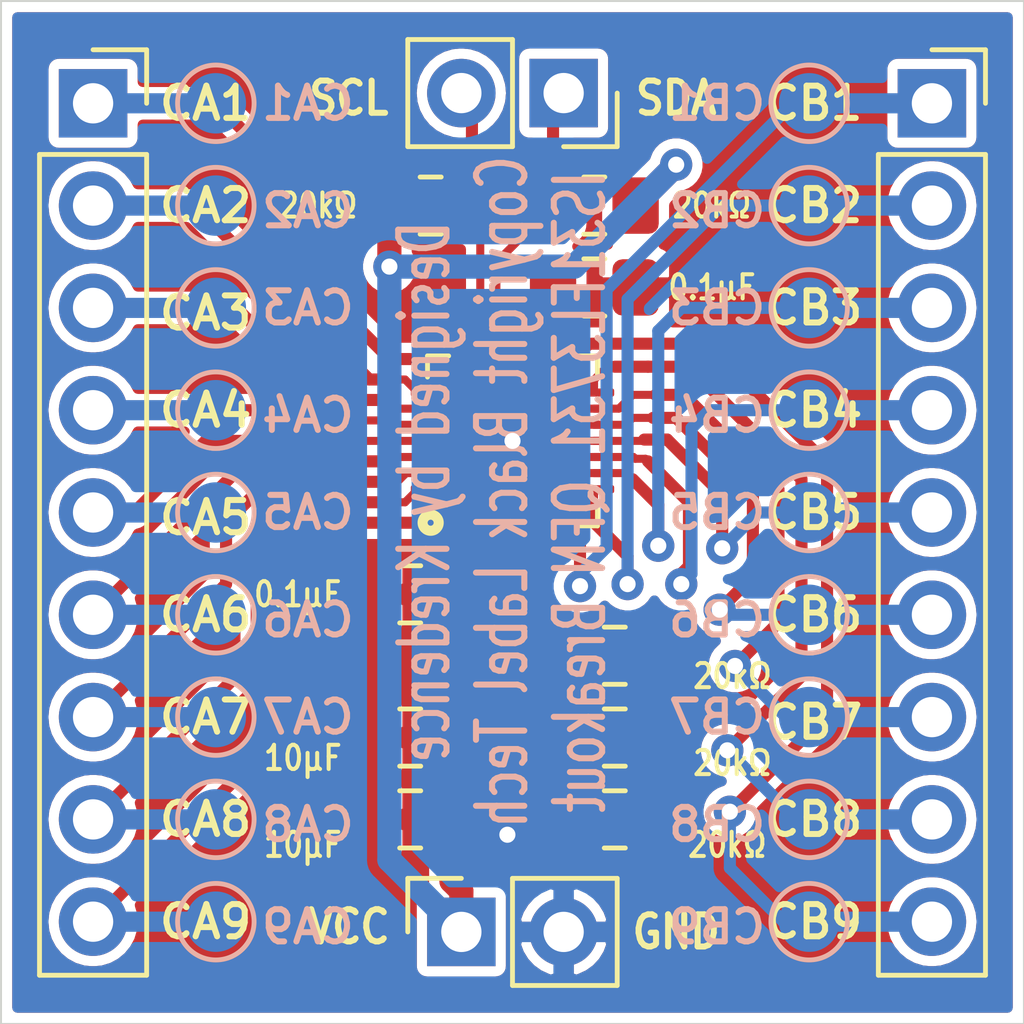
<source format=kicad_pcb>
(kicad_pcb (version 20171130) (host pcbnew "(5.1.2)-1")

  (general
    (thickness 1.6)
    (drawings 54)
    (tracks 220)
    (zones 0)
    (modules 32)
    (nets 27)
  )

  (page A4)
  (layers
    (0 F.Cu signal)
    (31 B.Cu signal)
    (32 B.Adhes user)
    (33 F.Adhes user)
    (34 B.Paste user)
    (35 F.Paste user)
    (36 B.SilkS user)
    (37 F.SilkS user)
    (38 B.Mask user)
    (39 F.Mask user)
    (40 Dwgs.User user)
    (41 Cmts.User user)
    (42 Eco1.User user)
    (43 Eco2.User user)
    (44 Edge.Cuts user)
    (45 Margin user)
    (46 B.CrtYd user)
    (47 F.CrtYd user)
    (48 B.Fab user)
    (49 F.Fab user)
  )

  (setup
    (last_trace_width 0.2)
    (trace_clearance 0.2)
    (zone_clearance 0.254)
    (zone_45_only no)
    (trace_min 0.2)
    (via_size 0.6)
    (via_drill 0.4)
    (via_min_size 0.4)
    (via_min_drill 0.3)
    (uvia_size 0.3)
    (uvia_drill 0.1)
    (uvias_allowed no)
    (uvia_min_size 0.2)
    (uvia_min_drill 0.1)
    (edge_width 0.05)
    (segment_width 0.2)
    (pcb_text_width 0.3)
    (pcb_text_size 1.5 1.5)
    (mod_edge_width 0.12)
    (mod_text_size 1 1)
    (mod_text_width 0.15)
    (pad_size 2 2)
    (pad_drill 0)
    (pad_to_mask_clearance 0.051)
    (solder_mask_min_width 0.25)
    (aux_axis_origin 0 0)
    (visible_elements 7FFFFF7F)
    (pcbplotparams
      (layerselection 0x010fc_ffffffff)
      (usegerberextensions false)
      (usegerberattributes false)
      (usegerberadvancedattributes false)
      (creategerberjobfile false)
      (excludeedgelayer true)
      (linewidth 0.100000)
      (plotframeref false)
      (viasonmask false)
      (mode 1)
      (useauxorigin false)
      (hpglpennumber 1)
      (hpglpenspeed 20)
      (hpglpendiameter 15.000000)
      (psnegative false)
      (psa4output false)
      (plotreference true)
      (plotvalue true)
      (plotinvisibletext false)
      (padsonsilk false)
      (subtractmaskfromsilk false)
      (outputformat 1)
      (mirror false)
      (drillshape 1)
      (scaleselection 1)
      (outputdirectory ""))
  )

  (net 0 "")
  (net 1 VCC)
  (net 2 GND)
  (net 3 "Net-(C3-Pad1)")
  (net 4 CA9)
  (net 5 CA8)
  (net 6 CA7)
  (net 7 CA6)
  (net 8 CA5)
  (net 9 CA4)
  (net 10 CA3)
  (net 11 CA2)
  (net 12 CA1)
  (net 13 CB1)
  (net 14 CB2)
  (net 15 CB3)
  (net 16 CB4)
  (net 17 CB5)
  (net 18 CB6)
  (net 19 CB7)
  (net 20 CB8)
  (net 21 CB9)
  (net 22 SDA)
  (net 23 SCL)
  (net 24 "Net-(R2-Pad1)")
  (net 25 "Net-(R3-Pad1)")
  (net 26 "Net-(R5-Pad1)")

  (net_class Default "This is the default net class."
    (clearance 0.2)
    (trace_width 0.2)
    (via_dia 0.6)
    (via_drill 0.4)
    (uvia_dia 0.3)
    (uvia_drill 0.1)
    (add_net CA1)
    (add_net CA2)
    (add_net CA3)
    (add_net CA4)
    (add_net CA5)
    (add_net CA6)
    (add_net CA7)
    (add_net CA8)
    (add_net CA9)
    (add_net CB1)
    (add_net CB2)
    (add_net CB3)
    (add_net CB4)
    (add_net CB5)
    (add_net CB6)
    (add_net CB7)
    (add_net CB8)
    (add_net CB9)
    (add_net GND)
    (add_net "Net-(C3-Pad1)")
    (add_net "Net-(R2-Pad1)")
    (add_net "Net-(R3-Pad1)")
    (add_net "Net-(R5-Pad1)")
    (add_net SCL)
    (add_net SDA)
    (add_net VCC)
  )

  (module Capacitor_SMD:C_0805_2012Metric_Pad1.15x1.40mm_HandSolder (layer F.Cu) (tedit 5B36C52B) (tstamp 5D5367D4)
    (at 137.16 119.888 180)
    (descr "Capacitor SMD 0805 (2012 Metric), square (rectangular) end terminal, IPC_7351 nominal with elongated pad for handsoldering. (Body size source: https://docs.google.com/spreadsheets/d/1BsfQQcO9C6DZCsRaXUlFlo91Tg2WpOkGARC1WS5S8t0/edit?usp=sharing), generated with kicad-footprint-generator")
    (tags "capacitor handsolder")
    (path /5D53C7E1)
    (attr smd)
    (fp_text reference C1 (at 0 -1.65) (layer F.SilkS) hide
      (effects (font (size 1 1) (thickness 0.15)))
    )
    (fp_text value 10μF (at 0 1.65) (layer F.Fab) hide
      (effects (font (size 1 1) (thickness 0.15)))
    )
    (fp_line (start -1 0.6) (end -1 -0.6) (layer F.Fab) (width 0.1))
    (fp_line (start -1 -0.6) (end 1 -0.6) (layer F.Fab) (width 0.1))
    (fp_line (start 1 -0.6) (end 1 0.6) (layer F.Fab) (width 0.1))
    (fp_line (start 1 0.6) (end -1 0.6) (layer F.Fab) (width 0.1))
    (fp_line (start -0.261252 -0.71) (end 0.261252 -0.71) (layer F.SilkS) (width 0.12))
    (fp_line (start -0.261252 0.71) (end 0.261252 0.71) (layer F.SilkS) (width 0.12))
    (fp_line (start -1.85 0.95) (end -1.85 -0.95) (layer F.CrtYd) (width 0.05))
    (fp_line (start -1.85 -0.95) (end 1.85 -0.95) (layer F.CrtYd) (width 0.05))
    (fp_line (start 1.85 -0.95) (end 1.85 0.95) (layer F.CrtYd) (width 0.05))
    (fp_line (start 1.85 0.95) (end -1.85 0.95) (layer F.CrtYd) (width 0.05))
    (fp_text user %R (at 0 0) (layer F.Fab) hide
      (effects (font (size 0.5 0.5) (thickness 0.08)))
    )
    (pad 1 smd roundrect (at -1.025 0 180) (size 1.15 1.4) (layers F.Cu F.Paste F.Mask) (roundrect_rratio 0.217391)
      (net 1 VCC))
    (pad 2 smd roundrect (at 1.025 0 180) (size 1.15 1.4) (layers F.Cu F.Paste F.Mask) (roundrect_rratio 0.217391)
      (net 2 GND))
    (model ${KISYS3DMOD}/Capacitor_SMD.3dshapes/C_0805_2012Metric.wrl
      (at (xyz 0 0 0))
      (scale (xyz 1 1 1))
      (rotate (xyz 0 0 0))
    )
  )

  (module Capacitor_SMD:C_0805_2012Metric_Pad1.15x1.40mm_HandSolder (layer F.Cu) (tedit 5B36C52B) (tstamp 5D5367E5)
    (at 137.16 121.92 180)
    (descr "Capacitor SMD 0805 (2012 Metric), square (rectangular) end terminal, IPC_7351 nominal with elongated pad for handsoldering. (Body size source: https://docs.google.com/spreadsheets/d/1BsfQQcO9C6DZCsRaXUlFlo91Tg2WpOkGARC1WS5S8t0/edit?usp=sharing), generated with kicad-footprint-generator")
    (tags "capacitor handsolder")
    (path /5B33111B)
    (attr smd)
    (fp_text reference C2 (at 0 -1.65) (layer F.SilkS) hide
      (effects (font (size 1 1) (thickness 0.15)))
    )
    (fp_text value 10μF (at 0 1.65) (layer F.Fab) hide
      (effects (font (size 1 1) (thickness 0.15)))
    )
    (fp_text user %R (at 0 0) (layer F.Fab) hide
      (effects (font (size 0.5 0.5) (thickness 0.08)))
    )
    (fp_line (start 1.85 0.95) (end -1.85 0.95) (layer F.CrtYd) (width 0.05))
    (fp_line (start 1.85 -0.95) (end 1.85 0.95) (layer F.CrtYd) (width 0.05))
    (fp_line (start -1.85 -0.95) (end 1.85 -0.95) (layer F.CrtYd) (width 0.05))
    (fp_line (start -1.85 0.95) (end -1.85 -0.95) (layer F.CrtYd) (width 0.05))
    (fp_line (start -0.261252 0.71) (end 0.261252 0.71) (layer F.SilkS) (width 0.12))
    (fp_line (start -0.261252 -0.71) (end 0.261252 -0.71) (layer F.SilkS) (width 0.12))
    (fp_line (start 1 0.6) (end -1 0.6) (layer F.Fab) (width 0.1))
    (fp_line (start 1 -0.6) (end 1 0.6) (layer F.Fab) (width 0.1))
    (fp_line (start -1 -0.6) (end 1 -0.6) (layer F.Fab) (width 0.1))
    (fp_line (start -1 0.6) (end -1 -0.6) (layer F.Fab) (width 0.1))
    (pad 2 smd roundrect (at 1.025 0 180) (size 1.15 1.4) (layers F.Cu F.Paste F.Mask) (roundrect_rratio 0.217391)
      (net 2 GND))
    (pad 1 smd roundrect (at -1.025 0 180) (size 1.15 1.4) (layers F.Cu F.Paste F.Mask) (roundrect_rratio 0.217391)
      (net 1 VCC))
    (model ${KISYS3DMOD}/Capacitor_SMD.3dshapes/C_0805_2012Metric.wrl
      (at (xyz 0 0 0))
      (scale (xyz 1 1 1))
      (rotate (xyz 0 0 0))
    )
  )

  (module Capacitor_SMD:C_0805_2012Metric_Pad1.15x1.40mm_HandSolder (layer F.Cu) (tedit 5B36C52B) (tstamp 5D5367F6)
    (at 141.732 108.712)
    (descr "Capacitor SMD 0805 (2012 Metric), square (rectangular) end terminal, IPC_7351 nominal with elongated pad for handsoldering. (Body size source: https://docs.google.com/spreadsheets/d/1BsfQQcO9C6DZCsRaXUlFlo91Tg2WpOkGARC1WS5S8t0/edit?usp=sharing), generated with kicad-footprint-generator")
    (tags "capacitor handsolder")
    (path /5B33111F)
    (attr smd)
    (fp_text reference C3 (at 0 -1.65) (layer F.SilkS) hide
      (effects (font (size 1 1) (thickness 0.15)))
    )
    (fp_text value 0.1μF (at 0 1.65) (layer F.Fab) hide
      (effects (font (size 1 1) (thickness 0.15)))
    )
    (fp_text user %R (at 0 0) (layer F.Fab) hide
      (effects (font (size 0.5 0.5) (thickness 0.08)))
    )
    (fp_line (start 1.85 0.95) (end -1.85 0.95) (layer F.CrtYd) (width 0.05))
    (fp_line (start 1.85 -0.95) (end 1.85 0.95) (layer F.CrtYd) (width 0.05))
    (fp_line (start -1.85 -0.95) (end 1.85 -0.95) (layer F.CrtYd) (width 0.05))
    (fp_line (start -1.85 0.95) (end -1.85 -0.95) (layer F.CrtYd) (width 0.05))
    (fp_line (start -0.261252 0.71) (end 0.261252 0.71) (layer F.SilkS) (width 0.12))
    (fp_line (start -0.261252 -0.71) (end 0.261252 -0.71) (layer F.SilkS) (width 0.12))
    (fp_line (start 1 0.6) (end -1 0.6) (layer F.Fab) (width 0.1))
    (fp_line (start 1 -0.6) (end 1 0.6) (layer F.Fab) (width 0.1))
    (fp_line (start -1 -0.6) (end 1 -0.6) (layer F.Fab) (width 0.1))
    (fp_line (start -1 0.6) (end -1 -0.6) (layer F.Fab) (width 0.1))
    (pad 2 smd roundrect (at 1.025 0) (size 1.15 1.4) (layers F.Cu F.Paste F.Mask) (roundrect_rratio 0.217391)
      (net 2 GND))
    (pad 1 smd roundrect (at -1.025 0) (size 1.15 1.4) (layers F.Cu F.Paste F.Mask) (roundrect_rratio 0.217391)
      (net 3 "Net-(C3-Pad1)"))
    (model ${KISYS3DMOD}/Capacitor_SMD.3dshapes/C_0805_2012Metric.wrl
      (at (xyz 0 0 0))
      (scale (xyz 1 1 1))
      (rotate (xyz 0 0 0))
    )
  )

  (module Capacitor_SMD:C_0805_2012Metric_Pad1.15x1.40mm_HandSolder (layer F.Cu) (tedit 5B36C52B) (tstamp 5D535AC3)
    (at 137.16 116.332 180)
    (descr "Capacitor SMD 0805 (2012 Metric), square (rectangular) end terminal, IPC_7351 nominal with elongated pad for handsoldering. (Body size source: https://docs.google.com/spreadsheets/d/1BsfQQcO9C6DZCsRaXUlFlo91Tg2WpOkGARC1WS5S8t0/edit?usp=sharing), generated with kicad-footprint-generator")
    (tags "capacitor handsolder")
    (path /5B33111C)
    (attr smd)
    (fp_text reference C4 (at 0 -1.65) (layer F.SilkS) hide
      (effects (font (size 1 1) (thickness 0.15)))
    )
    (fp_text value 0.1μF (at 0 1.65) (layer F.Fab) hide
      (effects (font (size 1 1) (thickness 0.15)))
    )
    (fp_line (start -1 0.6) (end -1 -0.6) (layer F.Fab) (width 0.1))
    (fp_line (start -1 -0.6) (end 1 -0.6) (layer F.Fab) (width 0.1))
    (fp_line (start 1 -0.6) (end 1 0.6) (layer F.Fab) (width 0.1))
    (fp_line (start 1 0.6) (end -1 0.6) (layer F.Fab) (width 0.1))
    (fp_line (start -0.261252 -0.71) (end 0.261252 -0.71) (layer F.SilkS) (width 0.12))
    (fp_line (start -0.261252 0.71) (end 0.261252 0.71) (layer F.SilkS) (width 0.12))
    (fp_line (start -1.85 0.95) (end -1.85 -0.95) (layer F.CrtYd) (width 0.05))
    (fp_line (start -1.85 -0.95) (end 1.85 -0.95) (layer F.CrtYd) (width 0.05))
    (fp_line (start 1.85 -0.95) (end 1.85 0.95) (layer F.CrtYd) (width 0.05))
    (fp_line (start 1.85 0.95) (end -1.85 0.95) (layer F.CrtYd) (width 0.05))
    (fp_text user %R (at 0 0) (layer F.Fab) hide
      (effects (font (size 0.5 0.5) (thickness 0.08)))
    )
    (pad 1 smd roundrect (at -1.025 0 180) (size 1.15 1.4) (layers F.Cu F.Paste F.Mask) (roundrect_rratio 0.217391)
      (net 1 VCC))
    (pad 2 smd roundrect (at 1.025 0 180) (size 1.15 1.4) (layers F.Cu F.Paste F.Mask) (roundrect_rratio 0.217391)
      (net 2 GND))
    (model ${KISYS3DMOD}/Capacitor_SMD.3dshapes/C_0805_2012Metric.wrl
      (at (xyz 0 0 0))
      (scale (xyz 1 1 1))
      (rotate (xyz 0 0 0))
    )
  )

  (module Connector_PinSocket_2.54mm:PinSocket_1x09_P2.54mm_Vertical (layer F.Cu) (tedit 5A19A431) (tstamp 5D536824)
    (at 129.286 104.14)
    (descr "Through hole straight socket strip, 1x09, 2.54mm pitch, single row (from Kicad 4.0.7), script generated")
    (tags "Through hole socket strip THT 1x09 2.54mm single row")
    (path /5D546F4E)
    (fp_text reference J1 (at 0 -2.77) (layer F.SilkS) hide
      (effects (font (size 1 1) (thickness 0.15)))
    )
    (fp_text value "A Pins" (at 0 23.09) (layer F.Fab) hide
      (effects (font (size 1 1) (thickness 0.15)))
    )
    (fp_text user %R (at 0 10.16 90) (layer F.Fab) hide
      (effects (font (size 1 1) (thickness 0.15)))
    )
    (fp_line (start -1.8 22.1) (end -1.8 -1.8) (layer F.CrtYd) (width 0.05))
    (fp_line (start 1.75 22.1) (end -1.8 22.1) (layer F.CrtYd) (width 0.05))
    (fp_line (start 1.75 -1.8) (end 1.75 22.1) (layer F.CrtYd) (width 0.05))
    (fp_line (start -1.8 -1.8) (end 1.75 -1.8) (layer F.CrtYd) (width 0.05))
    (fp_line (start 0 -1.33) (end 1.33 -1.33) (layer F.SilkS) (width 0.12))
    (fp_line (start 1.33 -1.33) (end 1.33 0) (layer F.SilkS) (width 0.12))
    (fp_line (start 1.33 1.27) (end 1.33 21.65) (layer F.SilkS) (width 0.12))
    (fp_line (start -1.33 21.65) (end 1.33 21.65) (layer F.SilkS) (width 0.12))
    (fp_line (start -1.33 1.27) (end -1.33 21.65) (layer F.SilkS) (width 0.12))
    (fp_line (start -1.33 1.27) (end 1.33 1.27) (layer F.SilkS) (width 0.12))
    (fp_line (start -1.27 21.59) (end -1.27 -1.27) (layer F.Fab) (width 0.1))
    (fp_line (start 1.27 21.59) (end -1.27 21.59) (layer F.Fab) (width 0.1))
    (fp_line (start 1.27 -0.635) (end 1.27 21.59) (layer F.Fab) (width 0.1))
    (fp_line (start 0.635 -1.27) (end 1.27 -0.635) (layer F.Fab) (width 0.1))
    (fp_line (start -1.27 -1.27) (end 0.635 -1.27) (layer F.Fab) (width 0.1))
    (pad 9 thru_hole oval (at 0 20.32) (size 1.7 1.7) (drill 1) (layers *.Cu *.Mask)
      (net 4 CA9))
    (pad 8 thru_hole oval (at 0 17.78) (size 1.7 1.7) (drill 1) (layers *.Cu *.Mask)
      (net 5 CA8))
    (pad 7 thru_hole oval (at 0 15.24) (size 1.7 1.7) (drill 1) (layers *.Cu *.Mask)
      (net 6 CA7))
    (pad 6 thru_hole oval (at 0 12.7) (size 1.7 1.7) (drill 1) (layers *.Cu *.Mask)
      (net 7 CA6))
    (pad 5 thru_hole oval (at 0 10.16) (size 1.7 1.7) (drill 1) (layers *.Cu *.Mask)
      (net 8 CA5))
    (pad 4 thru_hole oval (at 0 7.62) (size 1.7 1.7) (drill 1) (layers *.Cu *.Mask)
      (net 9 CA4))
    (pad 3 thru_hole oval (at 0 5.08) (size 1.7 1.7) (drill 1) (layers *.Cu *.Mask)
      (net 10 CA3))
    (pad 2 thru_hole oval (at 0 2.54) (size 1.7 1.7) (drill 1) (layers *.Cu *.Mask)
      (net 11 CA2))
    (pad 1 thru_hole rect (at 0 0) (size 1.7 1.7) (drill 1) (layers *.Cu *.Mask)
      (net 12 CA1))
    (model ${KISYS3DMOD}/Connector_PinSocket_2.54mm.3dshapes/PinSocket_1x09_P2.54mm_Vertical.wrl
      (at (xyz 0 0 0))
      (scale (xyz 1 1 1))
      (rotate (xyz 0 0 0))
    )
  )

  (module Connector_PinSocket_2.54mm:PinSocket_1x09_P2.54mm_Vertical (layer F.Cu) (tedit 5A19A431) (tstamp 5D536841)
    (at 150.114 104.14)
    (descr "Through hole straight socket strip, 1x09, 2.54mm pitch, single row (from Kicad 4.0.7), script generated")
    (tags "Through hole socket strip THT 1x09 2.54mm single row")
    (path /5D5484CE)
    (fp_text reference J2 (at 0 -2.77) (layer F.SilkS) hide
      (effects (font (size 1 1) (thickness 0.15)))
    )
    (fp_text value "B Pins" (at 0 23.09) (layer F.Fab) hide
      (effects (font (size 1 1) (thickness 0.15)))
    )
    (fp_line (start -1.27 -1.27) (end 0.635 -1.27) (layer F.Fab) (width 0.1))
    (fp_line (start 0.635 -1.27) (end 1.27 -0.635) (layer F.Fab) (width 0.1))
    (fp_line (start 1.27 -0.635) (end 1.27 21.59) (layer F.Fab) (width 0.1))
    (fp_line (start 1.27 21.59) (end -1.27 21.59) (layer F.Fab) (width 0.1))
    (fp_line (start -1.27 21.59) (end -1.27 -1.27) (layer F.Fab) (width 0.1))
    (fp_line (start -1.33 1.27) (end 1.33 1.27) (layer F.SilkS) (width 0.12))
    (fp_line (start -1.33 1.27) (end -1.33 21.65) (layer F.SilkS) (width 0.12))
    (fp_line (start -1.33 21.65) (end 1.33 21.65) (layer F.SilkS) (width 0.12))
    (fp_line (start 1.33 1.27) (end 1.33 21.65) (layer F.SilkS) (width 0.12))
    (fp_line (start 1.33 -1.33) (end 1.33 0) (layer F.SilkS) (width 0.12))
    (fp_line (start 0 -1.33) (end 1.33 -1.33) (layer F.SilkS) (width 0.12))
    (fp_line (start -1.8 -1.8) (end 1.75 -1.8) (layer F.CrtYd) (width 0.05))
    (fp_line (start 1.75 -1.8) (end 1.75 22.1) (layer F.CrtYd) (width 0.05))
    (fp_line (start 1.75 22.1) (end -1.8 22.1) (layer F.CrtYd) (width 0.05))
    (fp_line (start -1.8 22.1) (end -1.8 -1.8) (layer F.CrtYd) (width 0.05))
    (fp_text user %R (at 0 10.16 90) (layer F.Fab) hide
      (effects (font (size 1 1) (thickness 0.15)))
    )
    (pad 1 thru_hole rect (at 0 0) (size 1.7 1.7) (drill 1) (layers *.Cu *.Mask)
      (net 13 CB1))
    (pad 2 thru_hole oval (at 0 2.54) (size 1.7 1.7) (drill 1) (layers *.Cu *.Mask)
      (net 14 CB2))
    (pad 3 thru_hole oval (at 0 5.08) (size 1.7 1.7) (drill 1) (layers *.Cu *.Mask)
      (net 15 CB3))
    (pad 4 thru_hole oval (at 0 7.62) (size 1.7 1.7) (drill 1) (layers *.Cu *.Mask)
      (net 16 CB4))
    (pad 5 thru_hole oval (at 0 10.16) (size 1.7 1.7) (drill 1) (layers *.Cu *.Mask)
      (net 17 CB5))
    (pad 6 thru_hole oval (at 0 12.7) (size 1.7 1.7) (drill 1) (layers *.Cu *.Mask)
      (net 18 CB6))
    (pad 7 thru_hole oval (at 0 15.24) (size 1.7 1.7) (drill 1) (layers *.Cu *.Mask)
      (net 19 CB7))
    (pad 8 thru_hole oval (at 0 17.78) (size 1.7 1.7) (drill 1) (layers *.Cu *.Mask)
      (net 20 CB8))
    (pad 9 thru_hole oval (at 0 20.32) (size 1.7 1.7) (drill 1) (layers *.Cu *.Mask)
      (net 21 CB9))
    (model ${KISYS3DMOD}/Connector_PinSocket_2.54mm.3dshapes/PinSocket_1x09_P2.54mm_Vertical.wrl
      (at (xyz 0 0 0))
      (scale (xyz 1 1 1))
      (rotate (xyz 0 0 0))
    )
  )

  (module Connector_PinSocket_2.54mm:PinSocket_1x02_P2.54mm_Vertical (layer F.Cu) (tedit 5A19A420) (tstamp 5D536857)
    (at 138.43 124.714 90)
    (descr "Through hole straight socket strip, 1x02, 2.54mm pitch, single row (from Kicad 4.0.7), script generated")
    (tags "Through hole socket strip THT 1x02 2.54mm single row")
    (path /5BAECBAD)
    (fp_text reference J3 (at 0 -2.77 90) (layer F.SilkS) hide
      (effects (font (size 1 1) (thickness 0.15)))
    )
    (fp_text value PWR (at 0 5.31 90) (layer F.Fab) hide
      (effects (font (size 1 1) (thickness 0.15)))
    )
    (fp_text user %R (at 0 1.27) (layer F.Fab) hide
      (effects (font (size 1 1) (thickness 0.15)))
    )
    (fp_line (start -1.8 4.3) (end -1.8 -1.8) (layer F.CrtYd) (width 0.05))
    (fp_line (start 1.75 4.3) (end -1.8 4.3) (layer F.CrtYd) (width 0.05))
    (fp_line (start 1.75 -1.8) (end 1.75 4.3) (layer F.CrtYd) (width 0.05))
    (fp_line (start -1.8 -1.8) (end 1.75 -1.8) (layer F.CrtYd) (width 0.05))
    (fp_line (start 0 -1.33) (end 1.33 -1.33) (layer F.SilkS) (width 0.12))
    (fp_line (start 1.33 -1.33) (end 1.33 0) (layer F.SilkS) (width 0.12))
    (fp_line (start 1.33 1.27) (end 1.33 3.87) (layer F.SilkS) (width 0.12))
    (fp_line (start -1.33 3.87) (end 1.33 3.87) (layer F.SilkS) (width 0.12))
    (fp_line (start -1.33 1.27) (end -1.33 3.87) (layer F.SilkS) (width 0.12))
    (fp_line (start -1.33 1.27) (end 1.33 1.27) (layer F.SilkS) (width 0.12))
    (fp_line (start -1.27 3.81) (end -1.27 -1.27) (layer F.Fab) (width 0.1))
    (fp_line (start 1.27 3.81) (end -1.27 3.81) (layer F.Fab) (width 0.1))
    (fp_line (start 1.27 -0.635) (end 1.27 3.81) (layer F.Fab) (width 0.1))
    (fp_line (start 0.635 -1.27) (end 1.27 -0.635) (layer F.Fab) (width 0.1))
    (fp_line (start -1.27 -1.27) (end 0.635 -1.27) (layer F.Fab) (width 0.1))
    (pad 2 thru_hole oval (at 0 2.54 90) (size 1.7 1.7) (drill 1) (layers *.Cu *.Mask)
      (net 2 GND))
    (pad 1 thru_hole rect (at 0 0 90) (size 1.7 1.7) (drill 1) (layers *.Cu *.Mask)
      (net 1 VCC))
    (model ${KISYS3DMOD}/Connector_PinSocket_2.54mm.3dshapes/PinSocket_1x02_P2.54mm_Vertical.wrl
      (at (xyz 0 0 0))
      (scale (xyz 1 1 1))
      (rotate (xyz 0 0 0))
    )
  )

  (module Connector_PinSocket_2.54mm:PinSocket_1x02_P2.54mm_Vertical (layer F.Cu) (tedit 5A19A420) (tstamp 5D53686D)
    (at 140.97 103.886 270)
    (descr "Through hole straight socket strip, 1x02, 2.54mm pitch, single row (from Kicad 4.0.7), script generated")
    (tags "Through hole socket strip THT 1x02 2.54mm single row")
    (path /5D545496)
    (fp_text reference J4 (at 0 -2.77 90) (layer F.SilkS) hide
      (effects (font (size 1 1) (thickness 0.15)))
    )
    (fp_text value I2C (at 0 5.31 90) (layer F.Fab) hide
      (effects (font (size 1 1) (thickness 0.15)))
    )
    (fp_line (start -1.27 -1.27) (end 0.635 -1.27) (layer F.Fab) (width 0.1))
    (fp_line (start 0.635 -1.27) (end 1.27 -0.635) (layer F.Fab) (width 0.1))
    (fp_line (start 1.27 -0.635) (end 1.27 3.81) (layer F.Fab) (width 0.1))
    (fp_line (start 1.27 3.81) (end -1.27 3.81) (layer F.Fab) (width 0.1))
    (fp_line (start -1.27 3.81) (end -1.27 -1.27) (layer F.Fab) (width 0.1))
    (fp_line (start -1.33 1.27) (end 1.33 1.27) (layer F.SilkS) (width 0.12))
    (fp_line (start -1.33 1.27) (end -1.33 3.87) (layer F.SilkS) (width 0.12))
    (fp_line (start -1.33 3.87) (end 1.33 3.87) (layer F.SilkS) (width 0.12))
    (fp_line (start 1.33 1.27) (end 1.33 3.87) (layer F.SilkS) (width 0.12))
    (fp_line (start 1.33 -1.33) (end 1.33 0) (layer F.SilkS) (width 0.12))
    (fp_line (start 0 -1.33) (end 1.33 -1.33) (layer F.SilkS) (width 0.12))
    (fp_line (start -1.8 -1.8) (end 1.75 -1.8) (layer F.CrtYd) (width 0.05))
    (fp_line (start 1.75 -1.8) (end 1.75 4.3) (layer F.CrtYd) (width 0.05))
    (fp_line (start 1.75 4.3) (end -1.8 4.3) (layer F.CrtYd) (width 0.05))
    (fp_line (start -1.8 4.3) (end -1.8 -1.8) (layer F.CrtYd) (width 0.05))
    (fp_text user %R (at 0 1.27) (layer F.Fab) hide
      (effects (font (size 1 1) (thickness 0.15)))
    )
    (pad 1 thru_hole rect (at 0 0 270) (size 1.7 1.7) (drill 1) (layers *.Cu *.Mask)
      (net 22 SDA))
    (pad 2 thru_hole oval (at 0 2.54 270) (size 1.7 1.7) (drill 1) (layers *.Cu *.Mask)
      (net 23 SCL))
    (model ${KISYS3DMOD}/Connector_PinSocket_2.54mm.3dshapes/PinSocket_1x02_P2.54mm_Vertical.wrl
      (at (xyz 0 0 0))
      (scale (xyz 1 1 1))
      (rotate (xyz 0 0 0))
    )
  )

  (module Resistor_SMD:R_0805_2012Metric_Pad1.15x1.40mm_HandSolder (layer F.Cu) (tedit 5B36C52B) (tstamp 5D53687E)
    (at 137.668 106.68 180)
    (descr "Resistor SMD 0805 (2012 Metric), square (rectangular) end terminal, IPC_7351 nominal with elongated pad for handsoldering. (Body size source: https://docs.google.com/spreadsheets/d/1BsfQQcO9C6DZCsRaXUlFlo91Tg2WpOkGARC1WS5S8t0/edit?usp=sharing), generated with kicad-footprint-generator")
    (tags "resistor handsolder")
    (path /5D5397C3)
    (attr smd)
    (fp_text reference R1 (at 0 -1.65) (layer F.SilkS) hide
      (effects (font (size 1 1) (thickness 0.15)))
    )
    (fp_text value 20kΩ (at 0 1.65) (layer F.Fab) hide
      (effects (font (size 1 1) (thickness 0.15)))
    )
    (fp_line (start -1 0.6) (end -1 -0.6) (layer F.Fab) (width 0.1))
    (fp_line (start -1 -0.6) (end 1 -0.6) (layer F.Fab) (width 0.1))
    (fp_line (start 1 -0.6) (end 1 0.6) (layer F.Fab) (width 0.1))
    (fp_line (start 1 0.6) (end -1 0.6) (layer F.Fab) (width 0.1))
    (fp_line (start -0.261252 -0.71) (end 0.261252 -0.71) (layer F.SilkS) (width 0.12))
    (fp_line (start -0.261252 0.71) (end 0.261252 0.71) (layer F.SilkS) (width 0.12))
    (fp_line (start -1.85 0.95) (end -1.85 -0.95) (layer F.CrtYd) (width 0.05))
    (fp_line (start -1.85 -0.95) (end 1.85 -0.95) (layer F.CrtYd) (width 0.05))
    (fp_line (start 1.85 -0.95) (end 1.85 0.95) (layer F.CrtYd) (width 0.05))
    (fp_line (start 1.85 0.95) (end -1.85 0.95) (layer F.CrtYd) (width 0.05))
    (fp_text user %R (at 0 0) (layer F.Fab) hide
      (effects (font (size 0.5 0.5) (thickness 0.08)))
    )
    (pad 1 smd roundrect (at -1.025 0 180) (size 1.15 1.4) (layers F.Cu F.Paste F.Mask) (roundrect_rratio 0.217391)
      (net 23 SCL))
    (pad 2 smd roundrect (at 1.025 0 180) (size 1.15 1.4) (layers F.Cu F.Paste F.Mask) (roundrect_rratio 0.217391)
      (net 1 VCC))
    (model ${KISYS3DMOD}/Resistor_SMD.3dshapes/R_0805_2012Metric.wrl
      (at (xyz 0 0 0))
      (scale (xyz 1 1 1))
      (rotate (xyz 0 0 0))
    )
  )

  (module Resistor_SMD:R_0805_2012Metric_Pad1.15x1.40mm_HandSolder (layer F.Cu) (tedit 5B36C52B) (tstamp 5D53688F)
    (at 142.24 121.92)
    (descr "Resistor SMD 0805 (2012 Metric), square (rectangular) end terminal, IPC_7351 nominal with elongated pad for handsoldering. (Body size source: https://docs.google.com/spreadsheets/d/1BsfQQcO9C6DZCsRaXUlFlo91Tg2WpOkGARC1WS5S8t0/edit?usp=sharing), generated with kicad-footprint-generator")
    (tags "resistor handsolder")
    (path /5D5335F6)
    (attr smd)
    (fp_text reference R2 (at 0 -1.65) (layer F.SilkS) hide
      (effects (font (size 1 1) (thickness 0.15)))
    )
    (fp_text value 20kΩ (at 0 1.65) (layer F.Fab) hide
      (effects (font (size 1 1) (thickness 0.15)))
    )
    (fp_text user %R (at 0 0) (layer F.Fab) hide
      (effects (font (size 0.5 0.5) (thickness 0.08)))
    )
    (fp_line (start 1.85 0.95) (end -1.85 0.95) (layer F.CrtYd) (width 0.05))
    (fp_line (start 1.85 -0.95) (end 1.85 0.95) (layer F.CrtYd) (width 0.05))
    (fp_line (start -1.85 -0.95) (end 1.85 -0.95) (layer F.CrtYd) (width 0.05))
    (fp_line (start -1.85 0.95) (end -1.85 -0.95) (layer F.CrtYd) (width 0.05))
    (fp_line (start -0.261252 0.71) (end 0.261252 0.71) (layer F.SilkS) (width 0.12))
    (fp_line (start -0.261252 -0.71) (end 0.261252 -0.71) (layer F.SilkS) (width 0.12))
    (fp_line (start 1 0.6) (end -1 0.6) (layer F.Fab) (width 0.1))
    (fp_line (start 1 -0.6) (end 1 0.6) (layer F.Fab) (width 0.1))
    (fp_line (start -1 -0.6) (end 1 -0.6) (layer F.Fab) (width 0.1))
    (fp_line (start -1 0.6) (end -1 -0.6) (layer F.Fab) (width 0.1))
    (pad 2 smd roundrect (at 1.025 0) (size 1.15 1.4) (layers F.Cu F.Paste F.Mask) (roundrect_rratio 0.217391)
      (net 1 VCC))
    (pad 1 smd roundrect (at -1.025 0) (size 1.15 1.4) (layers F.Cu F.Paste F.Mask) (roundrect_rratio 0.217391)
      (net 24 "Net-(R2-Pad1)"))
    (model ${KISYS3DMOD}/Resistor_SMD.3dshapes/R_0805_2012Metric.wrl
      (at (xyz 0 0 0))
      (scale (xyz 1 1 1))
      (rotate (xyz 0 0 0))
    )
  )

  (module Resistor_SMD:R_0805_2012Metric_Pad1.15x1.40mm_HandSolder (layer F.Cu) (tedit 5B36C52B) (tstamp 5D5368A0)
    (at 142.24 117.856)
    (descr "Resistor SMD 0805 (2012 Metric), square (rectangular) end terminal, IPC_7351 nominal with elongated pad for handsoldering. (Body size source: https://docs.google.com/spreadsheets/d/1BsfQQcO9C6DZCsRaXUlFlo91Tg2WpOkGARC1WS5S8t0/edit?usp=sharing), generated with kicad-footprint-generator")
    (tags "resistor handsolder")
    (path /5B33111E)
    (attr smd)
    (fp_text reference R3 (at 0 -1.65) (layer F.SilkS) hide
      (effects (font (size 1 1) (thickness 0.15)))
    )
    (fp_text value 20kΩ (at 0 1.65) (layer F.Fab) hide
      (effects (font (size 1 1) (thickness 0.15)))
    )
    (fp_line (start -1 0.6) (end -1 -0.6) (layer F.Fab) (width 0.1))
    (fp_line (start -1 -0.6) (end 1 -0.6) (layer F.Fab) (width 0.1))
    (fp_line (start 1 -0.6) (end 1 0.6) (layer F.Fab) (width 0.1))
    (fp_line (start 1 0.6) (end -1 0.6) (layer F.Fab) (width 0.1))
    (fp_line (start -0.261252 -0.71) (end 0.261252 -0.71) (layer F.SilkS) (width 0.12))
    (fp_line (start -0.261252 0.71) (end 0.261252 0.71) (layer F.SilkS) (width 0.12))
    (fp_line (start -1.85 0.95) (end -1.85 -0.95) (layer F.CrtYd) (width 0.05))
    (fp_line (start -1.85 -0.95) (end 1.85 -0.95) (layer F.CrtYd) (width 0.05))
    (fp_line (start 1.85 -0.95) (end 1.85 0.95) (layer F.CrtYd) (width 0.05))
    (fp_line (start 1.85 0.95) (end -1.85 0.95) (layer F.CrtYd) (width 0.05))
    (fp_text user %R (at 0 0) (layer F.Fab) hide
      (effects (font (size 0.5 0.5) (thickness 0.08)))
    )
    (pad 1 smd roundrect (at -1.025 0) (size 1.15 1.4) (layers F.Cu F.Paste F.Mask) (roundrect_rratio 0.217391)
      (net 25 "Net-(R3-Pad1)"))
    (pad 2 smd roundrect (at 1.025 0) (size 1.15 1.4) (layers F.Cu F.Paste F.Mask) (roundrect_rratio 0.217391)
      (net 2 GND))
    (model ${KISYS3DMOD}/Resistor_SMD.3dshapes/R_0805_2012Metric.wrl
      (at (xyz 0 0 0))
      (scale (xyz 1 1 1))
      (rotate (xyz 0 0 0))
    )
  )

  (module Resistor_SMD:R_0805_2012Metric_Pad1.15x1.40mm_HandSolder (layer F.Cu) (tedit 5B36C52B) (tstamp 5D5368B1)
    (at 141.732 106.68)
    (descr "Resistor SMD 0805 (2012 Metric), square (rectangular) end terminal, IPC_7351 nominal with elongated pad for handsoldering. (Body size source: https://docs.google.com/spreadsheets/d/1BsfQQcO9C6DZCsRaXUlFlo91Tg2WpOkGARC1WS5S8t0/edit?usp=sharing), generated with kicad-footprint-generator")
    (tags "resistor handsolder")
    (path /5D536F61)
    (attr smd)
    (fp_text reference R4 (at 0 -1.65) (layer F.SilkS) hide
      (effects (font (size 1 1) (thickness 0.15)))
    )
    (fp_text value 20kΩ (at 0 1.65) (layer F.Fab) hide
      (effects (font (size 1 1) (thickness 0.15)))
    )
    (fp_text user %R (at 0 0) (layer F.Fab) hide
      (effects (font (size 0.5 0.5) (thickness 0.08)))
    )
    (fp_line (start 1.85 0.95) (end -1.85 0.95) (layer F.CrtYd) (width 0.05))
    (fp_line (start 1.85 -0.95) (end 1.85 0.95) (layer F.CrtYd) (width 0.05))
    (fp_line (start -1.85 -0.95) (end 1.85 -0.95) (layer F.CrtYd) (width 0.05))
    (fp_line (start -1.85 0.95) (end -1.85 -0.95) (layer F.CrtYd) (width 0.05))
    (fp_line (start -0.261252 0.71) (end 0.261252 0.71) (layer F.SilkS) (width 0.12))
    (fp_line (start -0.261252 -0.71) (end 0.261252 -0.71) (layer F.SilkS) (width 0.12))
    (fp_line (start 1 0.6) (end -1 0.6) (layer F.Fab) (width 0.1))
    (fp_line (start 1 -0.6) (end 1 0.6) (layer F.Fab) (width 0.1))
    (fp_line (start -1 -0.6) (end 1 -0.6) (layer F.Fab) (width 0.1))
    (fp_line (start -1 0.6) (end -1 -0.6) (layer F.Fab) (width 0.1))
    (pad 2 smd roundrect (at 1.025 0) (size 1.15 1.4) (layers F.Cu F.Paste F.Mask) (roundrect_rratio 0.217391)
      (net 1 VCC))
    (pad 1 smd roundrect (at -1.025 0) (size 1.15 1.4) (layers F.Cu F.Paste F.Mask) (roundrect_rratio 0.217391)
      (net 22 SDA))
    (model ${KISYS3DMOD}/Resistor_SMD.3dshapes/R_0805_2012Metric.wrl
      (at (xyz 0 0 0))
      (scale (xyz 1 1 1))
      (rotate (xyz 0 0 0))
    )
  )

  (module Resistor_SMD:R_0805_2012Metric_Pad1.15x1.40mm_HandSolder (layer F.Cu) (tedit 5B36C52B) (tstamp 5D5368C2)
    (at 142.24 119.888)
    (descr "Resistor SMD 0805 (2012 Metric), square (rectangular) end terminal, IPC_7351 nominal with elongated pad for handsoldering. (Body size source: https://docs.google.com/spreadsheets/d/1BsfQQcO9C6DZCsRaXUlFlo91Tg2WpOkGARC1WS5S8t0/edit?usp=sharing), generated with kicad-footprint-generator")
    (tags "resistor handsolder")
    (path /5D58962D)
    (attr smd)
    (fp_text reference R5 (at 0 -1.65) (layer F.SilkS) hide
      (effects (font (size 1 1) (thickness 0.15)))
    )
    (fp_text value 20kΩ (at 0 1.65) (layer F.Fab) hide
      (effects (font (size 1 1) (thickness 0.15)))
    )
    (fp_line (start -1 0.6) (end -1 -0.6) (layer F.Fab) (width 0.1))
    (fp_line (start -1 -0.6) (end 1 -0.6) (layer F.Fab) (width 0.1))
    (fp_line (start 1 -0.6) (end 1 0.6) (layer F.Fab) (width 0.1))
    (fp_line (start 1 0.6) (end -1 0.6) (layer F.Fab) (width 0.1))
    (fp_line (start -0.261252 -0.71) (end 0.261252 -0.71) (layer F.SilkS) (width 0.12))
    (fp_line (start -0.261252 0.71) (end 0.261252 0.71) (layer F.SilkS) (width 0.12))
    (fp_line (start -1.85 0.95) (end -1.85 -0.95) (layer F.CrtYd) (width 0.05))
    (fp_line (start -1.85 -0.95) (end 1.85 -0.95) (layer F.CrtYd) (width 0.05))
    (fp_line (start 1.85 -0.95) (end 1.85 0.95) (layer F.CrtYd) (width 0.05))
    (fp_line (start 1.85 0.95) (end -1.85 0.95) (layer F.CrtYd) (width 0.05))
    (fp_text user %R (at 0 0) (layer F.Fab) hide
      (effects (font (size 0.5 0.5) (thickness 0.08)))
    )
    (pad 1 smd roundrect (at -1.025 0) (size 1.15 1.4) (layers F.Cu F.Paste F.Mask) (roundrect_rratio 0.217391)
      (net 26 "Net-(R5-Pad1)"))
    (pad 2 smd roundrect (at 1.025 0) (size 1.15 1.4) (layers F.Cu F.Paste F.Mask) (roundrect_rratio 0.217391)
      (net 1 VCC))
    (model ${KISYS3DMOD}/Resistor_SMD.3dshapes/R_0805_2012Metric.wrl
      (at (xyz 0 0 0))
      (scale (xyz 1 1 1))
      (rotate (xyz 0 0 0))
    )
  )

  (module "Justins:IS31FL3731 QFN-28" (layer F.Cu) (tedit 5D535070) (tstamp 5D531D69)
    (at 139.7 112.522 90)
    (descr "QFN, 28 Pin (http://ww1.microchip.com/downloads/en/PackagingSpec/00000049BQ.pdf#page=280), generated with kicad-footprint-generator ipc_dfn_qfn_generator.py")
    (tags "QFN DFN_QFN")
    (path /5B88850E)
    (attr smd)
    (fp_text reference U1 (at 0 -3.3 90) (layer F.SilkS) hide
      (effects (font (size 1 1) (thickness 0.15)))
    )
    (fp_text value IS31FL3731 (at 0 3.3 90) (layer F.Fab) hide
      (effects (font (size 1 1) (thickness 0.15)))
    )
    (fp_line (start 1.585 -2.11) (end 2.11 -2.11) (layer F.SilkS) (width 0.12))
    (fp_line (start 2.11 -2.11) (end 2.11 -1.585) (layer F.SilkS) (width 0.12))
    (fp_line (start -1.585 2.11) (end -2.11 2.11) (layer F.SilkS) (width 0.12))
    (fp_line (start -2.11 2.11) (end -2.11 1.585) (layer F.SilkS) (width 0.12))
    (fp_line (start 1.585 2.11) (end 2.11 2.11) (layer F.SilkS) (width 0.12))
    (fp_line (start 2.11 2.11) (end 2.11 1.585) (layer F.SilkS) (width 0.12))
    (fp_line (start -1 -2) (end 2 -2) (layer F.Fab) (width 0.1))
    (fp_line (start 2 -2) (end 2 2) (layer F.Fab) (width 0.1))
    (fp_line (start 2 2) (end -2 2) (layer F.Fab) (width 0.1))
    (fp_line (start -2 2) (end -2 -1) (layer F.Fab) (width 0.1))
    (fp_line (start -2 -1) (end -1 -2) (layer F.Fab) (width 0.1))
    (fp_line (start -2.6 -2.6) (end -2.6 2.6) (layer F.CrtYd) (width 0.05))
    (fp_line (start -2.6 2.6) (end 2.6 2.6) (layer F.CrtYd) (width 0.05))
    (fp_line (start 2.6 2.6) (end 2.6 -2.6) (layer F.CrtYd) (width 0.05))
    (fp_line (start 2.6 -2.6) (end -2.6 -2.6) (layer F.CrtYd) (width 0.05))
    (fp_text user %R (at 0 0 90) (layer F.Fab)
      (effects (font (size 1 1) (thickness 0.15)))
    )
    (fp_circle (center -2.032 -2.032) (end -1.832 -2.032) (layer F.SilkS) (width 0.25))
    (pad 1 smd roundrect (at -2.025 -1.2 90) (size 1 0.2) (layers F.Cu F.Paste F.Mask) (roundrect_rratio 0.25)
      (net 4 CA9))
    (pad 2 smd roundrect (at -2.025 -0.8 90) (size 1 0.2) (layers F.Cu F.Paste F.Mask) (roundrect_rratio 0.25)
      (net 1 VCC))
    (pad 3 smd roundrect (at -2.025 -0.4 90) (size 1 0.2) (layers F.Cu F.Paste F.Mask) (roundrect_rratio 0.25)
      (net 24 "Net-(R2-Pad1)"))
    (pad 4 smd roundrect (at -2.025 0 90) (size 1 0.2) (layers F.Cu F.Paste F.Mask) (roundrect_rratio 0.25)
      (net 26 "Net-(R5-Pad1)"))
    (pad 5 smd roundrect (at -2.025 0.4 90) (size 1 0.2) (layers F.Cu F.Paste F.Mask) (roundrect_rratio 0.25)
      (net 2 GND))
    (pad 6 smd roundrect (at -2.025 0.8 90) (size 1 0.2) (layers F.Cu F.Paste F.Mask) (roundrect_rratio 0.25)
      (net 25 "Net-(R3-Pad1)"))
    (pad 7 smd roundrect (at -2.025 1.2 90) (size 1 0.2) (layers F.Cu F.Paste F.Mask) (roundrect_rratio 0.25)
      (net 13 CB1))
    (pad 8 smd roundrect (at -1.2 2.025 90) (size 0.2 1) (layers F.Cu F.Paste F.Mask) (roundrect_rratio 0.25)
      (net 14 CB2))
    (pad 9 smd roundrect (at -0.8 2.025 90) (size 0.2 1) (layers F.Cu F.Paste F.Mask) (roundrect_rratio 0.25)
      (net 15 CB3))
    (pad 10 smd roundrect (at -0.4 2.025 90) (size 0.2 1) (layers F.Cu F.Paste F.Mask) (roundrect_rratio 0.25)
      (net 16 CB4))
    (pad 11 smd roundrect (at 0 2.025 90) (size 0.2 1) (layers F.Cu F.Paste F.Mask) (roundrect_rratio 0.25)
      (net 17 CB5))
    (pad 12 smd roundrect (at 0.4 2.025 90) (size 0.2 1) (layers F.Cu F.Paste F.Mask) (roundrect_rratio 0.25)
      (net 18 CB6))
    (pad 13 smd roundrect (at 0.8 2.025 90) (size 0.2 1) (layers F.Cu F.Paste F.Mask) (roundrect_rratio 0.25)
      (net 19 CB7))
    (pad 14 smd roundrect (at 1.2 2.025 90) (size 0.2 1) (layers F.Cu F.Paste F.Mask) (roundrect_rratio 0.25)
      (net 20 CB8))
    (pad 15 smd roundrect (at 2.025 1.2 90) (size 1 0.2) (layers F.Cu F.Paste F.Mask) (roundrect_rratio 0.25)
      (net 21 CB9))
    (pad 16 smd roundrect (at 2.025 0.8 90) (size 1 0.2) (layers F.Cu F.Paste F.Mask) (roundrect_rratio 0.25)
      (net 3 "Net-(C3-Pad1)"))
    (pad 17 smd roundrect (at 2.025 0.4 90) (size 1 0.2) (layers F.Cu F.Paste F.Mask) (roundrect_rratio 0.25))
    (pad 18 smd roundrect (at 2.025 0 90) (size 1 0.2) (layers F.Cu F.Paste F.Mask) (roundrect_rratio 0.25)
      (net 2 GND))
    (pad 19 smd roundrect (at 2.025 -0.4 90) (size 1 0.2) (layers F.Cu F.Paste F.Mask) (roundrect_rratio 0.25)
      (net 22 SDA))
    (pad 20 smd roundrect (at 2.025 -0.8 90) (size 1 0.2) (layers F.Cu F.Paste F.Mask) (roundrect_rratio 0.25)
      (net 23 SCL))
    (pad 21 smd roundrect (at 2.025 -1.2 90) (size 1 0.2) (layers F.Cu F.Paste F.Mask) (roundrect_rratio 0.25)
      (net 12 CA1))
    (pad 22 smd roundrect (at 1.2 -2.025 90) (size 0.2 1) (layers F.Cu F.Paste F.Mask) (roundrect_rratio 0.25)
      (net 11 CA2))
    (pad 23 smd roundrect (at 0.8 -2.025 90) (size 0.2 1) (layers F.Cu F.Paste F.Mask) (roundrect_rratio 0.25)
      (net 10 CA3))
    (pad 24 smd roundrect (at 0.4 -2.025 90) (size 0.2 1) (layers F.Cu F.Paste F.Mask) (roundrect_rratio 0.25)
      (net 9 CA4))
    (pad 25 smd roundrect (at 0 -2.025 90) (size 0.2 1) (layers F.Cu F.Paste F.Mask) (roundrect_rratio 0.25)
      (net 8 CA5))
    (pad 26 smd roundrect (at -0.4 -2.025 90) (size 0.2 1) (layers F.Cu F.Paste F.Mask) (roundrect_rratio 0.25)
      (net 7 CA6))
    (pad 27 smd roundrect (at -0.8 -2.025 90) (size 0.2 1) (layers F.Cu F.Paste F.Mask) (roundrect_rratio 0.25)
      (net 6 CA7))
    (pad 28 smd roundrect (at -1.2 -2.025 90) (size 0.2 1) (layers F.Cu F.Paste F.Mask) (roundrect_rratio 0.25)
      (net 5 CA8))
    (pad "" smd roundrect (at 0 0 90) (size 2 2) (layers F.Cu F.Paste F.Mask) (roundrect_rratio 0.25)
      (net 2 GND))
    (model ${KISYS3DMOD}/Package_DFN_QFN.3dshapes/QFN-28-1EP_4x4mm_P0.4mm_EP2.4x2.4mm.wrl
      (at (xyz 0 0 0))
      (scale (xyz 1 1 1))
      (rotate (xyz 0 0 0))
    )
  )

  (module TestPoint:TestPoint_Pad_D1.5mm (layer B.Cu) (tedit 5A0F774F) (tstamp 5D532031)
    (at 132.334 104.14 180)
    (descr "SMD pad as test Point, diameter 1.5mm")
    (tags "test point SMD pad")
    (path /5D5550AB)
    (attr virtual)
    (fp_text reference TP1 (at 0 1.648) (layer B.SilkS) hide
      (effects (font (size 1 1) (thickness 0.15)) (justify mirror))
    )
    (fp_text value TestPoint (at 0 -1.75) (layer B.Fab) hide
      (effects (font (size 1 1) (thickness 0.15)) (justify mirror))
    )
    (fp_circle (center 0 0) (end 0 -0.95) (layer B.SilkS) (width 0.12))
    (fp_circle (center 0 0) (end 1.25 0) (layer B.CrtYd) (width 0.05))
    (fp_text user %R (at 0 1.65) (layer B.Fab) hide
      (effects (font (size 1 1) (thickness 0.15)) (justify mirror))
    )
    (pad 1 smd circle (at 0 0 180) (size 1.5 1.5) (layers B.Cu B.Mask)
      (net 12 CA1))
  )

  (module TestPoint:TestPoint_Pad_D1.5mm (layer B.Cu) (tedit 5A0F774F) (tstamp 5D532038)
    (at 132.334 106.68 180)
    (descr "SMD pad as test Point, diameter 1.5mm")
    (tags "test point SMD pad")
    (path /5D556450)
    (attr virtual)
    (fp_text reference TP2 (at 0 1.648) (layer B.SilkS) hide
      (effects (font (size 1 1) (thickness 0.15)) (justify mirror))
    )
    (fp_text value TestPoint (at 0 -1.75) (layer B.Fab) hide
      (effects (font (size 1 1) (thickness 0.15)) (justify mirror))
    )
    (fp_circle (center 0 0) (end 0 -0.95) (layer B.SilkS) (width 0.12))
    (fp_circle (center 0 0) (end 1.25 0) (layer B.CrtYd) (width 0.05))
    (fp_text user %R (at 0 1.65) (layer B.Fab) hide
      (effects (font (size 1 1) (thickness 0.15)) (justify mirror))
    )
    (pad 1 smd circle (at 0 0 180) (size 1.5 1.5) (layers B.Cu B.Mask)
      (net 11 CA2))
  )

  (module TestPoint:TestPoint_Pad_D1.5mm (layer B.Cu) (tedit 5A0F774F) (tstamp 5D53203F)
    (at 132.334 109.22 180)
    (descr "SMD pad as test Point, diameter 1.5mm")
    (tags "test point SMD pad")
    (path /5D5576B2)
    (attr virtual)
    (fp_text reference TP3 (at 0 1.648) (layer B.SilkS) hide
      (effects (font (size 1 1) (thickness 0.15)) (justify mirror))
    )
    (fp_text value TestPoint (at 0 -1.75) (layer B.Fab) hide
      (effects (font (size 1 1) (thickness 0.15)) (justify mirror))
    )
    (fp_text user %R (at 0 1.65) (layer B.Fab) hide
      (effects (font (size 1 1) (thickness 0.15)) (justify mirror))
    )
    (fp_circle (center 0 0) (end 1.25 0) (layer B.CrtYd) (width 0.05))
    (fp_circle (center 0 0) (end 0 -0.95) (layer B.SilkS) (width 0.12))
    (pad 1 smd circle (at 0 0 180) (size 1.5 1.5) (layers B.Cu B.Mask)
      (net 10 CA3))
  )

  (module TestPoint:TestPoint_Pad_D1.5mm (layer B.Cu) (tedit 5A0F774F) (tstamp 5D532046)
    (at 132.334 111.76 180)
    (descr "SMD pad as test Point, diameter 1.5mm")
    (tags "test point SMD pad")
    (path /5D5576BC)
    (attr virtual)
    (fp_text reference TP4 (at 0 1.648) (layer B.SilkS) hide
      (effects (font (size 1 1) (thickness 0.15)) (justify mirror))
    )
    (fp_text value TestPoint (at 0 -1.75) (layer B.Fab) hide
      (effects (font (size 1 1) (thickness 0.15)) (justify mirror))
    )
    (fp_circle (center 0 0) (end 0 -0.95) (layer B.SilkS) (width 0.12))
    (fp_circle (center 0 0) (end 1.25 0) (layer B.CrtYd) (width 0.05))
    (fp_text user %R (at 0 1.65) (layer B.Fab) hide
      (effects (font (size 1 1) (thickness 0.15)) (justify mirror))
    )
    (pad 1 smd circle (at 0 0 180) (size 1.5 1.5) (layers B.Cu B.Mask)
      (net 9 CA4))
  )

  (module TestPoint:TestPoint_Pad_D1.5mm (layer B.Cu) (tedit 5A0F774F) (tstamp 5D53204D)
    (at 132.334 114.3 180)
    (descr "SMD pad as test Point, diameter 1.5mm")
    (tags "test point SMD pad")
    (path /5D5593D0)
    (attr virtual)
    (fp_text reference TP5 (at 0 1.648) (layer B.SilkS) hide
      (effects (font (size 1 1) (thickness 0.15)) (justify mirror))
    )
    (fp_text value TestPoint (at 0 -1.75) (layer B.Fab) hide
      (effects (font (size 1 1) (thickness 0.15)) (justify mirror))
    )
    (fp_text user %R (at 0 1.65) (layer B.Fab) hide
      (effects (font (size 1 1) (thickness 0.15)) (justify mirror))
    )
    (fp_circle (center 0 0) (end 1.25 0) (layer B.CrtYd) (width 0.05))
    (fp_circle (center 0 0) (end 0 -0.95) (layer B.SilkS) (width 0.12))
    (pad 1 smd circle (at 0 0 180) (size 1.5 1.5) (layers B.Cu B.Mask)
      (net 8 CA5))
  )

  (module TestPoint:TestPoint_Pad_D1.5mm (layer B.Cu) (tedit 5A0F774F) (tstamp 5D532054)
    (at 132.334 116.84 180)
    (descr "SMD pad as test Point, diameter 1.5mm")
    (tags "test point SMD pad")
    (path /5D5593DA)
    (attr virtual)
    (fp_text reference TP6 (at 0 1.648) (layer B.SilkS) hide
      (effects (font (size 1 1) (thickness 0.15)) (justify mirror))
    )
    (fp_text value TestPoint (at 0 -1.75) (layer B.Fab) hide
      (effects (font (size 1 1) (thickness 0.15)) (justify mirror))
    )
    (fp_circle (center 0 0) (end 0 -0.95) (layer B.SilkS) (width 0.12))
    (fp_circle (center 0 0) (end 1.25 0) (layer B.CrtYd) (width 0.05))
    (fp_text user %R (at 0 1.65) (layer B.Fab) hide
      (effects (font (size 1 1) (thickness 0.15)) (justify mirror))
    )
    (pad 1 smd circle (at 0 0 180) (size 1.5 1.5) (layers B.Cu B.Mask)
      (net 7 CA6))
  )

  (module TestPoint:TestPoint_Pad_D1.5mm (layer B.Cu) (tedit 5A0F774F) (tstamp 5D53205B)
    (at 132.334 119.38 180)
    (descr "SMD pad as test Point, diameter 1.5mm")
    (tags "test point SMD pad")
    (path /5D5593E4)
    (attr virtual)
    (fp_text reference TP7 (at 0 1.648) (layer B.SilkS) hide
      (effects (font (size 1 1) (thickness 0.15)) (justify mirror))
    )
    (fp_text value TestPoint (at 0 -1.75) (layer B.Fab) hide
      (effects (font (size 1 1) (thickness 0.15)) (justify mirror))
    )
    (fp_text user %R (at 0 1.65) (layer B.Fab) hide
      (effects (font (size 1 1) (thickness 0.15)) (justify mirror))
    )
    (fp_circle (center 0 0) (end 1.25 0) (layer B.CrtYd) (width 0.05))
    (fp_circle (center 0 0) (end 0 -0.95) (layer B.SilkS) (width 0.12))
    (pad 1 smd circle (at 0 0 180) (size 1.5 1.5) (layers B.Cu B.Mask)
      (net 6 CA7))
  )

  (module TestPoint:TestPoint_Pad_D1.5mm (layer B.Cu) (tedit 5A0F774F) (tstamp 5D532062)
    (at 132.334 121.92 180)
    (descr "SMD pad as test Point, diameter 1.5mm")
    (tags "test point SMD pad")
    (path /5D5593EE)
    (attr virtual)
    (fp_text reference TP8 (at 0 1.648) (layer B.SilkS) hide
      (effects (font (size 1 1) (thickness 0.15)) (justify mirror))
    )
    (fp_text value TestPoint (at 0 -1.75) (layer B.Fab) hide
      (effects (font (size 1 1) (thickness 0.15)) (justify mirror))
    )
    (fp_circle (center 0 0) (end 0 -0.95) (layer B.SilkS) (width 0.12))
    (fp_circle (center 0 0) (end 1.25 0) (layer B.CrtYd) (width 0.05))
    (fp_text user %R (at 0 1.65) (layer B.Fab) hide
      (effects (font (size 1 1) (thickness 0.15)) (justify mirror))
    )
    (pad 1 smd circle (at 0 0 180) (size 1.5 1.5) (layers B.Cu B.Mask)
      (net 5 CA8))
  )

  (module TestPoint:TestPoint_Pad_D1.5mm (layer B.Cu) (tedit 5A0F774F) (tstamp 5D532069)
    (at 132.334 124.46 180)
    (descr "SMD pad as test Point, diameter 1.5mm")
    (tags "test point SMD pad")
    (path /5D55C002)
    (attr virtual)
    (fp_text reference TP9 (at 0 1.648) (layer B.SilkS) hide
      (effects (font (size 1 1) (thickness 0.15)) (justify mirror))
    )
    (fp_text value TestPoint (at 0 -1.75) (layer B.Fab) hide
      (effects (font (size 1 1) (thickness 0.15)) (justify mirror))
    )
    (fp_circle (center 0 0) (end 0 -0.95) (layer B.SilkS) (width 0.12))
    (fp_circle (center 0 0) (end 1.25 0) (layer B.CrtYd) (width 0.05))
    (fp_text user %R (at 0 1.65) (layer B.Fab) hide
      (effects (font (size 1 1) (thickness 0.15)) (justify mirror))
    )
    (pad 1 smd circle (at 0 0 180) (size 1.5 1.5) (layers B.Cu B.Mask)
      (net 4 CA9))
  )

  (module TestPoint:TestPoint_Pad_D1.5mm (layer B.Cu) (tedit 5A0F774F) (tstamp 5D532070)
    (at 147.066 104.14 180)
    (descr "SMD pad as test Point, diameter 1.5mm")
    (tags "test point SMD pad")
    (path /5D55C00C)
    (attr virtual)
    (fp_text reference TP10 (at 0 1.648) (layer B.SilkS) hide
      (effects (font (size 1 1) (thickness 0.15)) (justify mirror))
    )
    (fp_text value TestPoint (at 0 -1.75) (layer B.Fab) hide
      (effects (font (size 1 1) (thickness 0.15)) (justify mirror))
    )
    (fp_text user %R (at 0 1.65) (layer B.Fab) hide
      (effects (font (size 1 1) (thickness 0.15)) (justify mirror))
    )
    (fp_circle (center 0 0) (end 1.25 0) (layer B.CrtYd) (width 0.05))
    (fp_circle (center 0 0) (end 0 -0.95) (layer B.SilkS) (width 0.12))
    (pad 1 smd circle (at 0 0 180) (size 1.5 1.5) (layers B.Cu B.Mask)
      (net 13 CB1))
  )

  (module TestPoint:TestPoint_Pad_D1.5mm (layer B.Cu) (tedit 5A0F774F) (tstamp 5D532077)
    (at 147.066 106.68 180)
    (descr "SMD pad as test Point, diameter 1.5mm")
    (tags "test point SMD pad")
    (path /5D55C016)
    (attr virtual)
    (fp_text reference TP11 (at 0 1.648) (layer B.SilkS) hide
      (effects (font (size 1 1) (thickness 0.15)) (justify mirror))
    )
    (fp_text value TestPoint (at 0 -1.75) (layer B.Fab) hide
      (effects (font (size 1 1) (thickness 0.15)) (justify mirror))
    )
    (fp_text user %R (at 0 1.65) (layer B.Fab) hide
      (effects (font (size 1 1) (thickness 0.15)) (justify mirror))
    )
    (fp_circle (center 0 0) (end 1.25 0) (layer B.CrtYd) (width 0.05))
    (fp_circle (center 0 0) (end 0 -0.95) (layer B.SilkS) (width 0.12))
    (pad 1 smd circle (at 0 0 180) (size 1.5 1.5) (layers B.Cu B.Mask)
      (net 14 CB2))
  )

  (module TestPoint:TestPoint_Pad_D1.5mm (layer B.Cu) (tedit 5A0F774F) (tstamp 5D53207E)
    (at 147.066 109.22 180)
    (descr "SMD pad as test Point, diameter 1.5mm")
    (tags "test point SMD pad")
    (path /5D55C020)
    (attr virtual)
    (fp_text reference TP12 (at 0 1.648) (layer B.SilkS) hide
      (effects (font (size 1 1) (thickness 0.15)) (justify mirror))
    )
    (fp_text value TestPoint (at 0 -1.75) (layer B.Fab) hide
      (effects (font (size 1 1) (thickness 0.15)) (justify mirror))
    )
    (fp_circle (center 0 0) (end 0 -0.95) (layer B.SilkS) (width 0.12))
    (fp_circle (center 0 0) (end 1.25 0) (layer B.CrtYd) (width 0.05))
    (fp_text user %R (at 0 1.65) (layer B.Fab) hide
      (effects (font (size 1 1) (thickness 0.15)) (justify mirror))
    )
    (pad 1 smd circle (at 0 0 180) (size 1.5 1.5) (layers B.Cu B.Mask)
      (net 15 CB3))
  )

  (module TestPoint:TestPoint_Pad_D1.5mm (layer B.Cu) (tedit 5A0F774F) (tstamp 5D532085)
    (at 147.066 111.76 180)
    (descr "SMD pad as test Point, diameter 1.5mm")
    (tags "test point SMD pad")
    (path /5D55C02A)
    (attr virtual)
    (fp_text reference TP13 (at 0 1.648) (layer B.SilkS) hide
      (effects (font (size 1 1) (thickness 0.15)) (justify mirror))
    )
    (fp_text value TestPoint (at 0 -1.75) (layer B.Fab) hide
      (effects (font (size 1 1) (thickness 0.15)) (justify mirror))
    )
    (fp_text user %R (at 0 1.65) (layer B.Fab) hide
      (effects (font (size 1 1) (thickness 0.15)) (justify mirror))
    )
    (fp_circle (center 0 0) (end 1.25 0) (layer B.CrtYd) (width 0.05))
    (fp_circle (center 0 0) (end 0 -0.95) (layer B.SilkS) (width 0.12))
    (pad 1 smd circle (at 0 0 180) (size 1.5 1.5) (layers B.Cu B.Mask)
      (net 16 CB4))
  )

  (module TestPoint:TestPoint_Pad_D1.5mm (layer B.Cu) (tedit 5A0F774F) (tstamp 5D53208C)
    (at 147.066 114.3 180)
    (descr "SMD pad as test Point, diameter 1.5mm")
    (tags "test point SMD pad")
    (path /5D55C034)
    (attr virtual)
    (fp_text reference TP14 (at 0 1.648) (layer B.SilkS) hide
      (effects (font (size 1 1) (thickness 0.15)) (justify mirror))
    )
    (fp_text value TestPoint (at 0 -1.75) (layer B.Fab) hide
      (effects (font (size 1 1) (thickness 0.15)) (justify mirror))
    )
    (fp_circle (center 0 0) (end 0 -0.95) (layer B.SilkS) (width 0.12))
    (fp_circle (center 0 0) (end 1.25 0) (layer B.CrtYd) (width 0.05))
    (fp_text user %R (at 0 1.65) (layer B.Fab) hide
      (effects (font (size 1 1) (thickness 0.15)) (justify mirror))
    )
    (pad 1 smd circle (at 0 0 180) (size 1.5 1.5) (layers B.Cu B.Mask)
      (net 17 CB5))
  )

  (module TestPoint:TestPoint_Pad_D1.5mm (layer B.Cu) (tedit 5A0F774F) (tstamp 5D532093)
    (at 147.066 116.84 180)
    (descr "SMD pad as test Point, diameter 1.5mm")
    (tags "test point SMD pad")
    (path /5D55C03E)
    (attr virtual)
    (fp_text reference TP15 (at 0 1.648) (layer B.SilkS) hide
      (effects (font (size 1 1) (thickness 0.15)) (justify mirror))
    )
    (fp_text value TestPoint (at 0 -1.75) (layer B.Fab) hide
      (effects (font (size 1 1) (thickness 0.15)) (justify mirror))
    )
    (fp_text user %R (at 0 1.65) (layer B.Fab) hide
      (effects (font (size 1 1) (thickness 0.15)) (justify mirror))
    )
    (fp_circle (center 0 0) (end 1.25 0) (layer B.CrtYd) (width 0.05))
    (fp_circle (center 0 0) (end 0 -0.95) (layer B.SilkS) (width 0.12))
    (pad 1 smd circle (at 0 0 180) (size 1.5 1.5) (layers B.Cu B.Mask)
      (net 18 CB6))
  )

  (module TestPoint:TestPoint_Pad_D1.5mm (layer B.Cu) (tedit 5A0F774F) (tstamp 5D53209A)
    (at 147.066 119.38 180)
    (descr "SMD pad as test Point, diameter 1.5mm")
    (tags "test point SMD pad")
    (path /5D55C048)
    (attr virtual)
    (fp_text reference TP16 (at 0 1.648) (layer B.SilkS) hide
      (effects (font (size 1 1) (thickness 0.15)) (justify mirror))
    )
    (fp_text value TestPoint (at 0 -1.75) (layer B.Fab) hide
      (effects (font (size 1 1) (thickness 0.15)) (justify mirror))
    )
    (fp_circle (center 0 0) (end 0 -0.95) (layer B.SilkS) (width 0.12))
    (fp_circle (center 0 0) (end 1.25 0) (layer B.CrtYd) (width 0.05))
    (fp_text user %R (at 0 1.65) (layer B.Fab) hide
      (effects (font (size 1 1) (thickness 0.15)) (justify mirror))
    )
    (pad 1 smd circle (at 0 0 180) (size 1.5 1.5) (layers B.Cu B.Mask)
      (net 19 CB7))
  )

  (module TestPoint:TestPoint_Pad_D1.5mm (layer B.Cu) (tedit 5A0F774F) (tstamp 5D5320A1)
    (at 147.066 121.92 180)
    (descr "SMD pad as test Point, diameter 1.5mm")
    (tags "test point SMD pad")
    (path /5D5623ED)
    (attr virtual)
    (fp_text reference TP17 (at 0 1.648) (layer B.SilkS) hide
      (effects (font (size 1 1) (thickness 0.15)) (justify mirror))
    )
    (fp_text value TestPoint (at 0 -1.75) (layer B.Fab) hide
      (effects (font (size 1 1) (thickness 0.15)) (justify mirror))
    )
    (fp_text user %R (at 0 1.65) (layer B.Fab) hide
      (effects (font (size 1 1) (thickness 0.15)) (justify mirror))
    )
    (fp_circle (center 0 0) (end 1.25 0) (layer B.CrtYd) (width 0.05))
    (fp_circle (center 0 0) (end 0 -0.95) (layer B.SilkS) (width 0.12))
    (pad 1 smd circle (at 0 0 180) (size 1.5 1.5) (layers B.Cu B.Mask)
      (net 20 CB8))
  )

  (module TestPoint:TestPoint_Pad_D1.5mm (layer B.Cu) (tedit 5A0F774F) (tstamp 5D5320A8)
    (at 147.066 124.46 180)
    (descr "SMD pad as test Point, diameter 1.5mm")
    (tags "test point SMD pad")
    (path /5D5623F7)
    (attr virtual)
    (fp_text reference TP18 (at 0 1.648) (layer B.SilkS) hide
      (effects (font (size 1 1) (thickness 0.15)) (justify mirror))
    )
    (fp_text value TestPoint (at 0 -1.75) (layer B.Fab) hide
      (effects (font (size 1 1) (thickness 0.15)) (justify mirror))
    )
    (fp_circle (center 0 0) (end 0 -0.95) (layer B.SilkS) (width 0.12))
    (fp_circle (center 0 0) (end 1.25 0) (layer B.CrtYd) (width 0.05))
    (fp_text user %R (at 0 1.65) (layer B.Fab) hide
      (effects (font (size 1 1) (thickness 0.15)) (justify mirror))
    )
    (pad 1 smd circle (at 0 0 180) (size 1.5 1.5) (layers B.Cu B.Mask)
      (net 21 CB9))
  )

  (gr_text "Designed by Kredence\nCopyright Black Label Tech\nIS31FL3731 QFN Breakout" (at 139.446 113.792 90) (layer B.SilkS)
    (effects (font (size 1.2 0.8) (thickness 0.15)) (justify mirror))
  )
  (gr_text VCC (at 135.636 124.587) (layer F.SilkS) (tstamp 5D546EB5)
    (effects (font (size 0.8 0.7) (thickness 0.15)))
  )
  (gr_text GND (at 143.764 124.714) (layer F.SilkS) (tstamp 5D546EB2)
    (effects (font (size 0.8 0.7) (thickness 0.15)))
  )
  (gr_text 10μF (at 134.493 122.555) (layer F.SilkS) (tstamp 5D546D30)
    (effects (font (size 0.6 0.5) (thickness 0.1)))
  )
  (gr_text 10μF (at 134.493 120.396) (layer F.SilkS) (tstamp 5D546D2D)
    (effects (font (size 0.6 0.5) (thickness 0.1)))
  )
  (gr_text 0.1μF (at 134.366 116.332) (layer F.SilkS) (tstamp 5D546CB6)
    (effects (font (size 0.6 0.5) (thickness 0.1)))
  )
  (gr_text SDA (at 143.764 104.013) (layer F.SilkS) (tstamp 5D546B8A)
    (effects (font (size 0.8 0.7) (thickness 0.15)))
  )
  (gr_text SCL (at 135.636 104.013) (layer F.SilkS) (tstamp 5D546B83)
    (effects (font (size 0.8 0.7) (thickness 0.15)))
  )
  (gr_text 20kΩ (at 134.874 106.68) (layer F.SilkS) (tstamp 5D546B46)
    (effects (font (size 0.6 0.5) (thickness 0.1)))
  )
  (gr_text 0.1μF (at 144.653 108.712) (layer F.SilkS) (tstamp 5D546B0F)
    (effects (font (size 0.6 0.5) (thickness 0.1)))
  )
  (gr_text 20kΩ (at 144.653 106.68) (layer F.SilkS) (tstamp 5D546895)
    (effects (font (size 0.6 0.5) (thickness 0.1)))
  )
  (gr_text 20kΩ (at 145.034 122.555) (layer F.SilkS) (tstamp 5D546893)
    (effects (font (size 0.6 0.5) (thickness 0.1)))
  )
  (gr_text 20kΩ (at 145.161 120.523) (layer F.SilkS) (tstamp 5D546891)
    (effects (font (size 0.6 0.5) (thickness 0.1)))
  )
  (gr_text CB1 (at 147.193 104.14) (layer F.SilkS) (tstamp 5D5467C1)
    (effects (font (size 0.8 0.8) (thickness 0.15)))
  )
  (gr_text CB5 (at 147.193 114.3) (layer F.SilkS) (tstamp 5D5467C3)
    (effects (font (size 0.8 0.8) (thickness 0.15)))
  )
  (gr_text CB7 (at 147.193 119.507) (layer F.SilkS) (tstamp 5D5467C5)
    (effects (font (size 0.8 0.8) (thickness 0.15)))
  )
  (gr_text CB2 (at 147.193 106.68) (layer F.SilkS) (tstamp 5D5467C7)
    (effects (font (size 0.8 0.8) (thickness 0.15)))
  )
  (gr_text CB3 (at 147.193 109.22) (layer F.SilkS) (tstamp 5D5467C8)
    (effects (font (size 0.8 0.8) (thickness 0.15)))
  )
  (gr_text CB4 (at 147.193 111.76) (layer F.SilkS) (tstamp 5D5467C2)
    (effects (font (size 0.8 0.8) (thickness 0.15)))
  )
  (gr_text CB6 (at 147.193 116.84) (layer F.SilkS) (tstamp 5D5467C4)
    (effects (font (size 0.8 0.8) (thickness 0.15)))
  )
  (gr_text CB8 (at 147.193 121.92) (layer F.SilkS) (tstamp 5D5467C6)
    (effects (font (size 0.8 0.8) (thickness 0.15)))
  )
  (gr_text CB9 (at 147.193 124.46) (layer F.SilkS) (tstamp 5D5467C9)
    (effects (font (size 0.8 0.8) (thickness 0.15)))
  )
  (gr_text CA5 (at 132.08 114.427) (layer F.SilkS) (tstamp 5D5467A5)
    (effects (font (size 0.8 0.8) (thickness 0.15)))
  )
  (gr_text CA4 (at 132.08 111.76) (layer F.SilkS) (tstamp 5D5467A4)
    (effects (font (size 0.8 0.8) (thickness 0.15)))
  )
  (gr_text CA1 (at 132.08 104.14) (layer F.SilkS) (tstamp 5D5467A3)
    (effects (font (size 0.8 0.8) (thickness 0.15)))
  )
  (gr_text CA3 (at 132.08 109.347) (layer F.SilkS) (tstamp 5D5467A2)
    (effects (font (size 0.8 0.8) (thickness 0.15)))
  )
  (gr_text CA2 (at 132.08 106.68) (layer F.SilkS) (tstamp 5D5467A1)
    (effects (font (size 0.8 0.8) (thickness 0.15)))
  )
  (gr_text CA6 (at 132.08 116.84) (layer F.SilkS) (tstamp 5D5467A0)
    (effects (font (size 0.8 0.8) (thickness 0.15)))
  )
  (gr_text CA8 (at 132.08 121.92) (layer F.SilkS) (tstamp 5D54679F)
    (effects (font (size 0.8 0.8) (thickness 0.15)))
  )
  (gr_text CA7 (at 132.08 119.38) (layer F.SilkS) (tstamp 5D54679E)
    (effects (font (size 0.8 0.8) (thickness 0.15)))
  )
  (gr_text CA9 (at 132.08 124.46) (layer F.SilkS) (tstamp 5D54679D)
    (effects (font (size 0.8 0.8) (thickness 0.15)))
  )
  (gr_text 20kΩ (at 145.161 118.364) (layer F.SilkS)
    (effects (font (size 0.6 0.5) (thickness 0.1)))
  )
  (gr_text CA9 (at 134.62 124.587) (layer B.SilkS) (tstamp 5D545C15)
    (effects (font (size 0.8 0.8) (thickness 0.15)) (justify mirror))
  )
  (gr_text CA3 (at 134.62 109.22) (layer B.SilkS) (tstamp 5D545C14)
    (effects (font (size 0.8 0.8) (thickness 0.15)) (justify mirror))
  )
  (gr_text CA2 (at 134.62 106.807) (layer B.SilkS) (tstamp 5D545C13)
    (effects (font (size 0.8 0.8) (thickness 0.15)) (justify mirror))
  )
  (gr_text CA8 (at 134.62 122.047) (layer B.SilkS) (tstamp 5D545C12)
    (effects (font (size 0.8 0.8) (thickness 0.15)) (justify mirror))
  )
  (gr_text CA7 (at 134.62 119.38) (layer B.SilkS) (tstamp 5D545C11)
    (effects (font (size 0.8 0.8) (thickness 0.15)) (justify mirror))
  )
  (gr_text CA6 (at 134.62 116.967) (layer B.SilkS) (tstamp 5D545C10)
    (effects (font (size 0.8 0.8) (thickness 0.15)) (justify mirror))
  )
  (gr_text CA5 (at 134.62 114.3) (layer B.SilkS) (tstamp 5D545C0F)
    (effects (font (size 0.8 0.8) (thickness 0.15)) (justify mirror))
  )
  (gr_text CA4 (at 134.62 111.887) (layer B.SilkS) (tstamp 5D545C0E)
    (effects (font (size 0.8 0.8) (thickness 0.15)) (justify mirror))
  )
  (gr_text CA1 (at 134.62 104.14) (layer B.SilkS) (tstamp 5D545C0D)
    (effects (font (size 0.8 0.8) (thickness 0.15)) (justify mirror))
  )
  (gr_text CB9 (at 144.78 124.587) (layer B.SilkS) (tstamp 5D545AEB)
    (effects (font (size 0.8 0.8) (thickness 0.15)) (justify mirror))
  )
  (gr_text CB7 (at 144.78 119.38) (layer B.SilkS) (tstamp 5D545ADD)
    (effects (font (size 0.8 0.8) (thickness 0.15)) (justify mirror))
  )
  (gr_text CB6 (at 144.78 116.967) (layer B.SilkS) (tstamp 5D545ADC)
    (effects (font (size 0.8 0.8) (thickness 0.15)) (justify mirror))
  )
  (gr_text CB8 (at 144.78 122.047) (layer B.SilkS) (tstamp 5D545ADB)
    (effects (font (size 0.8 0.8) (thickness 0.15)) (justify mirror))
  )
  (gr_text CB5 (at 144.78 114.3) (layer B.SilkS) (tstamp 5D545ADA)
    (effects (font (size 0.8 0.8) (thickness 0.15)) (justify mirror))
  )
  (gr_text CB4 (at 144.78 111.887) (layer B.SilkS) (tstamp 5D545AD7)
    (effects (font (size 0.8 0.8) (thickness 0.15)) (justify mirror))
  )
  (gr_text CB3 (at 144.78 109.22) (layer B.SilkS) (tstamp 5D545AD6)
    (effects (font (size 0.8 0.8) (thickness 0.15)) (justify mirror))
  )
  (gr_text CB2 (at 144.78 106.807) (layer B.SilkS) (tstamp 5D545AD1)
    (effects (font (size 0.8 0.8) (thickness 0.15)) (justify mirror))
  )
  (gr_text CB1 (at 144.78 104.14) (layer B.SilkS)
    (effects (font (size 0.8 0.8) (thickness 0.15)) (justify mirror))
  )
  (gr_line (start 127 101.6) (end 127 127) (layer Edge.Cuts) (width 0.05) (tstamp 5D536078))
  (gr_line (start 152.4 101.6) (end 127 101.6) (layer Edge.Cuts) (width 0.05))
  (gr_line (start 152.4 127) (end 152.4 101.6) (layer Edge.Cuts) (width 0.05))
  (gr_line (start 127 127) (end 152.4 127) (layer Edge.Cuts) (width 0.05))

  (via (at 139.573 122.301) (size 0.6) (drill 0.4) (layers F.Cu B.Cu) (net 2))
  (segment (start 138.9 115.617) (end 138.185 116.332) (width 0.2) (layer F.Cu) (net 1))
  (segment (start 138.9 114.547) (end 138.9 115.617) (width 0.2) (layer F.Cu) (net 1))
  (segment (start 138.43 124.714) (end 138.43 123.698) (width 0.6) (layer F.Cu) (net 1))
  (segment (start 138.43 123.698) (end 138.185 123.453) (width 0.6) (layer F.Cu) (net 1))
  (segment (start 138.185 119.888) (end 138.185 116.332) (width 0.6) (layer F.Cu) (net 1))
  (segment (start 136.643 106.68) (end 136.643 108.195) (width 0.6) (layer F.Cu) (net 1))
  (via (at 136.643 108.195) (size 0.8) (drill 0.4) (layers F.Cu B.Cu) (net 1))
  (segment (start 136.643 122.927) (end 138.43 124.714) (width 0.6) (layer B.Cu) (net 1))
  (segment (start 136.643 108.195) (end 136.643 122.927) (width 0.6) (layer B.Cu) (net 1))
  (via (at 143.764 105.664) (size 0.8) (drill 0.4) (layers F.Cu B.Cu) (net 1))
  (segment (start 142.757 106.68) (end 142.757 106.671) (width 0.6) (layer F.Cu) (net 1))
  (segment (start 142.757 106.671) (end 143.764 105.664) (width 0.6) (layer F.Cu) (net 1))
  (segment (start 141.233 108.195) (end 136.643 108.195) (width 0.6) (layer B.Cu) (net 1))
  (segment (start 143.764 105.664) (end 141.233 108.195) (width 0.6) (layer B.Cu) (net 1))
  (segment (start 143.265 119.888) (end 143.265 121.92) (width 0.6) (layer F.Cu) (net 1))
  (segment (start 143.265 121.92) (end 143.265 122.292) (width 0.6) (layer F.Cu) (net 1))
  (segment (start 143.265 122.292) (end 142.367 123.19) (width 0.6) (layer F.Cu) (net 1))
  (segment (start 138.303 123.19) (end 138.185 123.072) (width 0.6) (layer F.Cu) (net 1))
  (segment (start 142.367 123.19) (end 138.303 123.19) (width 0.6) (layer F.Cu) (net 1))
  (segment (start 138.185 123.453) (end 138.185 123.072) (width 0.6) (layer F.Cu) (net 1))
  (segment (start 138.185 123.072) (end 138.185 119.888) (width 0.6) (layer F.Cu) (net 1))
  (via (at 139.7 112.522) (size 0.8) (drill 0.4) (layers F.Cu B.Cu) (net 2))
  (segment (start 139.7 110.497) (end 139.7 112.522) (width 0.2) (layer F.Cu) (net 2))
  (segment (start 140.1 112.922) (end 139.7 112.522) (width 0.2) (layer F.Cu) (net 2))
  (segment (start 140.1 114.547) (end 140.1 112.922) (width 0.2) (layer F.Cu) (net 2))
  (segment (start 140.5 108.919) (end 140.707 108.712) (width 0.2) (layer F.Cu) (net 3))
  (segment (start 140.5 110.497) (end 140.5 108.919) (width 0.2) (layer F.Cu) (net 3))
  (segment (start 132.334 124.46) (end 129.286 124.46) (width 0.5) (layer B.Cu) (net 4))
  (segment (start 129.286 124.46) (end 133.096 120.65) (width 0.3) (layer F.Cu) (net 4))
  (segment (start 133.096 120.65) (end 133.858 119.888) (width 0.3) (layer F.Cu) (net 4))
  (segment (start 133.858 119.888) (end 133.858 115.57) (width 0.3) (layer F.Cu) (net 4))
  (segment (start 133.858 115.57) (end 134.874 114.554) (width 0.3) (layer F.Cu) (net 4))
  (segment (start 134.874 114.554) (end 137.668 114.554) (width 0.3) (layer F.Cu) (net 4))
  (segment (start 138.493 114.554) (end 138.5 114.547) (width 0.2) (layer F.Cu) (net 4))
  (segment (start 137.668 114.554) (end 138.493 114.554) (width 0.2) (layer F.Cu) (net 4))
  (segment (start 132.334 121.92) (end 129.286 121.92) (width 0.5) (layer B.Cu) (net 5))
  (segment (start 129.286 121.92) (end 132.08 119.126) (width 0.3) (layer F.Cu) (net 5))
  (segment (start 132.08 119.126) (end 133.35 117.856) (width 0.3) (layer F.Cu) (net 5))
  (segment (start 133.35 117.856) (end 133.35 114.554) (width 0.3) (layer F.Cu) (net 5))
  (segment (start 133.35 114.554) (end 133.858 114.046) (width 0.3) (layer F.Cu) (net 5))
  (segment (start 133.858 114.046) (end 136.652 114.046) (width 0.3) (layer F.Cu) (net 5))
  (segment (start 137.675 113.722) (end 137.357 113.722) (width 0.2) (layer F.Cu) (net 5))
  (segment (start 137.033 114.046) (end 136.652 114.046) (width 0.2) (layer F.Cu) (net 5))
  (segment (start 137.357 113.722) (end 137.033 114.046) (width 0.2) (layer F.Cu) (net 5))
  (segment (start 132.334 119.38) (end 129.286 119.38) (width 0.5) (layer B.Cu) (net 6))
  (segment (start 129.286 119.38) (end 132.08 116.586) (width 0.3) (layer F.Cu) (net 6))
  (segment (start 132.08 116.586) (end 132.588 116.078) (width 0.3) (layer F.Cu) (net 6))
  (segment (start 132.588 116.078) (end 132.588 114.554) (width 0.3) (layer F.Cu) (net 6))
  (segment (start 132.588 114.554) (end 133.604 113.538) (width 0.3) (layer F.Cu) (net 6))
  (segment (start 133.604 113.538) (end 136.652 113.538) (width 0.3) (layer F.Cu) (net 6))
  (segment (start 137.675 113.322) (end 137.0585 113.322) (width 0.2) (layer F.Cu) (net 6))
  (segment (start 136.8425 113.538) (end 136.652 113.538) (width 0.2) (layer F.Cu) (net 6))
  (segment (start 137.0585 113.322) (end 136.8425 113.538) (width 0.2) (layer F.Cu) (net 6))
  (segment (start 132.334 116.84) (end 129.286 116.84) (width 0.5) (layer B.Cu) (net 7))
  (segment (start 129.286 116.84) (end 132.842 113.284) (width 0.3) (layer F.Cu) (net 7))
  (segment (start 132.842 113.284) (end 133.096 113.03) (width 0.3) (layer F.Cu) (net 7))
  (segment (start 133.096 113.03) (end 136.652 113.03) (width 0.3) (layer F.Cu) (net 7))
  (segment (start 137.675 112.922) (end 136.887 112.922) (width 0.2) (layer F.Cu) (net 7))
  (segment (start 136.779 113.03) (end 136.652 113.03) (width 0.2) (layer F.Cu) (net 7))
  (segment (start 136.887 112.922) (end 136.779 113.03) (width 0.2) (layer F.Cu) (net 7))
  (segment (start 129.286 114.3) (end 132.334 114.3) (width 0.5) (layer B.Cu) (net 8))
  (segment (start 129.286 114.3) (end 130.302 114.3) (width 0.3) (layer F.Cu) (net 8))
  (segment (start 130.302 114.3) (end 132.08 112.522) (width 0.3) (layer F.Cu) (net 8))
  (segment (start 137.675 112.522) (end 135.509 112.522) (width 0.2) (layer F.Cu) (net 8))
  (segment (start 132.08 112.522) (end 135.509 112.522) (width 0.3) (layer F.Cu) (net 8))
  (segment (start 129.286 111.76) (end 132.334 111.76) (width 0.5) (layer B.Cu) (net 9))
  (segment (start 129.286 111.76) (end 134.112 111.76) (width 0.3) (layer F.Cu) (net 9))
  (segment (start 134.112 111.76) (end 134.62 111.76) (width 0.3) (layer F.Cu) (net 9))
  (segment (start 134.62 111.76) (end 134.874 112.014) (width 0.3) (layer F.Cu) (net 9))
  (segment (start 134.874 112.014) (end 135.636 112.014) (width 0.3) (layer F.Cu) (net 9))
  (segment (start 136.5885 112.014) (end 135.636 112.014) (width 0.2) (layer F.Cu) (net 9))
  (segment (start 137.675 112.122) (end 136.6965 112.122) (width 0.2) (layer F.Cu) (net 9))
  (segment (start 136.6965 112.122) (end 136.5885 112.014) (width 0.2) (layer F.Cu) (net 9))
  (segment (start 129.286 109.22) (end 132.334 109.22) (width 0.5) (layer B.Cu) (net 10))
  (segment (start 129.286 109.22) (end 132.588 109.22) (width 0.3) (layer F.Cu) (net 10))
  (segment (start 132.588 109.22) (end 132.842 109.22) (width 0.3) (layer F.Cu) (net 10))
  (segment (start 132.842 109.22) (end 135.128 111.506) (width 0.3) (layer F.Cu) (net 10))
  (segment (start 135.128 111.506) (end 135.636 111.506) (width 0.3) (layer F.Cu) (net 10))
  (segment (start 135.636 111.506) (end 136.652 111.506) (width 0.3) (layer F.Cu) (net 10))
  (segment (start 136.868 111.722) (end 136.652 111.506) (width 0.2) (layer F.Cu) (net 10))
  (segment (start 137.675 111.722) (end 136.868 111.722) (width 0.2) (layer F.Cu) (net 10))
  (segment (start 129.286 106.68) (end 132.334 106.68) (width 0.5) (layer B.Cu) (net 11))
  (segment (start 129.286 106.68) (end 131.572 106.68) (width 0.3) (layer F.Cu) (net 11))
  (segment (start 131.572 106.68) (end 131.826 106.68) (width 0.3) (layer F.Cu) (net 11))
  (segment (start 131.826 106.68) (end 136.144 110.998) (width 0.3) (layer F.Cu) (net 11))
  (segment (start 136.144 110.998) (end 136.652 110.998) (width 0.3) (layer F.Cu) (net 11))
  (segment (start 137.675 111.322) (end 137.357 111.322) (width 0.2) (layer F.Cu) (net 11))
  (segment (start 137.033 110.998) (end 136.652 110.998) (width 0.2) (layer F.Cu) (net 11))
  (segment (start 137.357 111.322) (end 137.033 110.998) (width 0.2) (layer F.Cu) (net 11))
  (segment (start 129.286 104.14) (end 132.334 104.14) (width 0.5) (layer B.Cu) (net 12))
  (segment (start 129.286 104.14) (end 131.572 104.14) (width 0.3) (layer F.Cu) (net 12))
  (segment (start 131.572 104.14) (end 132.334 104.14) (width 0.3) (layer F.Cu) (net 12))
  (segment (start 132.334 104.14) (end 134.874 106.68) (width 0.3) (layer F.Cu) (net 12))
  (segment (start 134.874 106.68) (end 134.874 108.712) (width 0.3) (layer F.Cu) (net 12))
  (segment (start 134.874 108.712) (end 136.652 110.49) (width 0.3) (layer F.Cu) (net 12))
  (segment (start 136.652 110.49) (end 137.16 110.49) (width 0.3) (layer F.Cu) (net 12))
  (segment (start 138.493 110.49) (end 138.5 110.497) (width 0.2) (layer F.Cu) (net 12))
  (segment (start 137.16 110.49) (end 138.493 110.49) (width 0.2) (layer F.Cu) (net 12))
  (segment (start 150.114 104.14) (end 147.066 104.14) (width 0.5) (layer B.Cu) (net 13))
  (segment (start 147.066 104.14) (end 146.6596 104.14) (width 0.3) (layer B.Cu) (net 13))
  (segment (start 146.6596 104.14) (end 142.0368 108.7628) (width 0.3) (layer B.Cu) (net 13))
  (via (at 141.3764 116.1288) (size 0.8) (drill 0.4) (layers F.Cu B.Cu) (net 13))
  (segment (start 141.3764 115.824) (end 142.0368 115.1636) (width 0.3) (layer B.Cu) (net 13))
  (segment (start 141.3764 116.1288) (end 141.3764 115.824) (width 0.3) (layer B.Cu) (net 13))
  (segment (start 142.0368 108.7628) (end 142.0368 115.1636) (width 0.3) (layer B.Cu) (net 13))
  (segment (start 141.3764 115.0234) (end 140.9 114.547) (width 0.2) (layer F.Cu) (net 13))
  (segment (start 141.3764 116.1288) (end 141.3764 115.0234) (width 0.3) (layer F.Cu) (net 13))
  (segment (start 147.066 106.68) (end 150.114 106.68) (width 0.5) (layer B.Cu) (net 14))
  (segment (start 147.066 106.68) (end 144.8816 106.68) (width 0.3) (layer B.Cu) (net 14))
  (segment (start 144.8816 106.68) (end 142.9004 108.6612) (width 0.3) (layer B.Cu) (net 14))
  (via (at 142.5575 116.078) (size 0.8) (drill 0.4) (layers F.Cu B.Cu) (net 14))
  (segment (start 142.9004 108.6612) (end 142.5575 109.0041) (width 0.3) (layer B.Cu) (net 14))
  (segment (start 142.5575 109.0041) (end 142.5575 116.078) (width 0.3) (layer B.Cu) (net 14))
  (segment (start 141.725 114.547) (end 141.725 113.722) (width 0.2) (layer F.Cu) (net 14))
  (segment (start 142.5575 115.3795) (end 141.725 114.547) (width 0.3) (layer F.Cu) (net 14))
  (segment (start 142.5575 116.078) (end 142.5575 115.3795) (width 0.3) (layer F.Cu) (net 14))
  (segment (start 147.066 109.22) (end 150.114 109.22) (width 0.5) (layer B.Cu) (net 15))
  (segment (start 147.066 109.22) (end 143.891 109.22) (width 0.3) (layer B.Cu) (net 15))
  (via (at 143.3195 115.1255) (size 0.8) (drill 0.4) (layers F.Cu B.Cu) (net 15))
  (segment (start 143.891 109.22) (end 143.3195 109.7915) (width 0.3) (layer B.Cu) (net 15))
  (segment (start 143.3195 109.7915) (end 143.3195 115.1255) (width 0.3) (layer B.Cu) (net 15))
  (segment (start 141.725 113.322) (end 142.532 113.322) (width 0.2) (layer F.Cu) (net 15))
  (segment (start 143.3195 114.1095) (end 143.3195 115.1255) (width 0.2) (layer F.Cu) (net 15))
  (segment (start 142.532 113.322) (end 143.3195 114.1095) (width 0.2) (layer F.Cu) (net 15))
  (segment (start 143.3195 114.11091) (end 142.683795 113.475205) (width 0.3) (layer F.Cu) (net 15))
  (segment (start 143.3195 115.1255) (end 143.3195 114.11091) (width 0.3) (layer F.Cu) (net 15))
  (segment (start 147.066 111.76) (end 150.114 111.76) (width 0.5) (layer B.Cu) (net 16))
  (segment (start 147.066 111.76) (end 144.5895 111.76) (width 0.3) (layer B.Cu) (net 16))
  (segment (start 144.5895 111.76) (end 144.145 112.2045) (width 0.3) (layer B.Cu) (net 16))
  (segment (start 144.145 112.2045) (end 144.145 114.2365) (width 0.3) (layer B.Cu) (net 16))
  (via (at 143.891 116.078) (size 0.8) (drill 0.4) (layers F.Cu B.Cu) (net 16))
  (segment (start 144.145 114.2365) (end 144.145 115.824) (width 0.3) (layer B.Cu) (net 16))
  (segment (start 144.145 115.824) (end 143.891 116.078) (width 0.3) (layer B.Cu) (net 16))
  (segment (start 143.891 115.824) (end 144.0815 115.6335) (width 0.3) (layer F.Cu) (net 16))
  (segment (start 143.891 116.078) (end 143.891 115.824) (width 0.3) (layer F.Cu) (net 16))
  (segment (start 144.0815 115.6335) (end 144.0815 114.2365) (width 0.2) (layer F.Cu) (net 16))
  (segment (start 144.0815 115.6335) (end 144.0815 114.046) (width 0.3) (layer F.Cu) (net 16))
  (segment (start 144.0815 114.046) (end 143.0655 113.03) (width 0.3) (layer F.Cu) (net 16))
  (segment (start 141.725 112.922) (end 142.7035 112.922) (width 0.2) (layer F.Cu) (net 16))
  (segment (start 142.7035 112.922) (end 142.748 112.9665) (width 0.2) (layer F.Cu) (net 16))
  (segment (start 143.002 112.9665) (end 143.0655 113.03) (width 0.2) (layer F.Cu) (net 16))
  (segment (start 142.748 112.9665) (end 143.002 112.9665) (width 0.2) (layer F.Cu) (net 16))
  (segment (start 147.066 114.3) (end 150.114 114.3) (width 0.5) (layer B.Cu) (net 17))
  (via (at 144.907 115.189) (size 0.8) (drill 0.4) (layers F.Cu B.Cu) (net 17))
  (segment (start 147.066 114.3) (end 145.796 114.3) (width 0.3) (layer B.Cu) (net 17))
  (segment (start 145.796 114.3) (end 144.907 115.189) (width 0.3) (layer B.Cu) (net 17))
  (segment (start 141.725 112.522) (end 143.0655 112.522) (width 0.2) (layer F.Cu) (net 17))
  (segment (start 144.907 114.3635) (end 144.907 115.189) (width 0.2) (layer F.Cu) (net 17))
  (segment (start 144.907 115.189) (end 144.907 113.8555) (width 0.3) (layer F.Cu) (net 17))
  (segment (start 143.541045 112.489545) (end 142.970955 112.489545) (width 0.3) (layer F.Cu) (net 17))
  (segment (start 144.907 113.8555) (end 143.541045 112.489545) (width 0.3) (layer F.Cu) (net 17))
  (segment (start 147.066 116.84) (end 150.114 116.84) (width 0.5) (layer B.Cu) (net 18))
  (via (at 144.8435 116.713) (size 0.8) (drill 0.4) (layers F.Cu B.Cu) (net 18))
  (segment (start 147.066 116.84) (end 144.9705 116.84) (width 0.3) (layer B.Cu) (net 18))
  (segment (start 144.9705 116.84) (end 144.8435 116.713) (width 0.3) (layer B.Cu) (net 18))
  (segment (start 144.8435 116.713) (end 145.669 115.8875) (width 0.3) (layer F.Cu) (net 18))
  (segment (start 145.669 115.8875) (end 145.669 113.8555) (width 0.3) (layer F.Cu) (net 18))
  (segment (start 145.669 113.8555) (end 143.764 111.9505) (width 0.3) (layer F.Cu) (net 18))
  (segment (start 143.764 111.9505) (end 143.1925 111.9505) (width 0.3) (layer F.Cu) (net 18))
  (segment (start 141.725 112.122) (end 142.513 112.122) (width 0.2) (layer F.Cu) (net 18))
  (segment (start 142.6845 111.9505) (end 143.1925 111.9505) (width 0.2) (layer F.Cu) (net 18))
  (segment (start 142.513 112.122) (end 142.6845 111.9505) (width 0.2) (layer F.Cu) (net 18))
  (segment (start 147.066 119.38) (end 150.114 119.38) (width 0.5) (layer B.Cu) (net 19))
  (via (at 145.2245 118.11) (size 0.8) (drill 0.4) (layers F.Cu B.Cu) (net 19))
  (segment (start 147.066 119.38) (end 146.4945 119.38) (width 0.3) (layer B.Cu) (net 19))
  (segment (start 146.4945 119.38) (end 145.2245 118.11) (width 0.3) (layer B.Cu) (net 19))
  (segment (start 145.2245 118.11) (end 146.304 117.0305) (width 0.3) (layer F.Cu) (net 19))
  (segment (start 146.304 117.0305) (end 146.304 113.7285) (width 0.3) (layer F.Cu) (net 19))
  (segment (start 146.304 113.7285) (end 143.9545 111.379) (width 0.3) (layer F.Cu) (net 19))
  (segment (start 143.9545 111.379) (end 143.256 111.379) (width 0.3) (layer F.Cu) (net 19))
  (segment (start 141.725 111.722) (end 142.3415 111.722) (width 0.2) (layer F.Cu) (net 19))
  (segment (start 142.6845 111.379) (end 143.256 111.379) (width 0.2) (layer F.Cu) (net 19))
  (segment (start 142.3415 111.722) (end 142.6845 111.379) (width 0.2) (layer F.Cu) (net 19))
  (segment (start 147.066 121.92) (end 150.114 121.92) (width 0.5) (layer B.Cu) (net 20))
  (via (at 145.034 120.2055) (size 0.8) (drill 0.4) (layers F.Cu B.Cu) (net 20))
  (segment (start 147.066 121.92) (end 146.7485 121.92) (width 0.3) (layer B.Cu) (net 20))
  (segment (start 146.7485 121.92) (end 145.034 120.2055) (width 0.3) (layer B.Cu) (net 20))
  (segment (start 145.034 120.2055) (end 146.8755 118.364) (width 0.3) (layer F.Cu) (net 20))
  (segment (start 146.8755 118.364) (end 146.8755 113.4745) (width 0.3) (layer F.Cu) (net 20))
  (segment (start 146.8755 113.4745) (end 144.0815 110.6805) (width 0.3) (layer F.Cu) (net 20))
  (segment (start 144.0815 110.6805) (end 143.0655 110.6805) (width 0.3) (layer F.Cu) (net 20))
  (segment (start 143.0655 110.6805) (end 142.24 110.6805) (width 0.3) (layer F.Cu) (net 20))
  (segment (start 142.24 110.6805) (end 142.0495 110.6805) (width 0.2) (layer F.Cu) (net 20))
  (segment (start 141.725 111.005) (end 141.725 111.322) (width 0.2) (layer F.Cu) (net 20))
  (segment (start 142.0495 110.6805) (end 141.725 111.005) (width 0.2) (layer F.Cu) (net 20))
  (segment (start 147.066 124.46) (end 150.114 124.46) (width 0.5) (layer B.Cu) (net 21))
  (segment (start 147.066 124.46) (end 146.431 124.46) (width 0.3) (layer B.Cu) (net 21))
  (via (at 145.0975 121.7295) (size 0.8) (drill 0.4) (layers F.Cu B.Cu) (net 21))
  (segment (start 146.431 124.46) (end 145.0975 123.1265) (width 0.3) (layer B.Cu) (net 21))
  (segment (start 145.0975 123.1265) (end 145.0975 121.7295) (width 0.3) (layer B.Cu) (net 21))
  (segment (start 145.0975 121.7295) (end 147.447 119.38) (width 0.3) (layer F.Cu) (net 21))
  (segment (start 147.447 119.38) (end 147.5105 119.3165) (width 0.3) (layer F.Cu) (net 21))
  (segment (start 147.5105 119.3165) (end 147.5105 113.0935) (width 0.3) (layer F.Cu) (net 21))
  (segment (start 147.5105 113.0935) (end 144.526 110.109) (width 0.3) (layer F.Cu) (net 21))
  (segment (start 144.526 110.109) (end 141.6685 110.109) (width 0.3) (layer F.Cu) (net 21))
  (segment (start 141.2805 110.497) (end 141.6685 110.109) (width 0.2) (layer F.Cu) (net 21))
  (segment (start 140.9 110.497) (end 141.2805 110.497) (width 0.2) (layer F.Cu) (net 21))
  (segment (start 139.3 108.087) (end 140.707 106.68) (width 0.2) (layer F.Cu) (net 22))
  (segment (start 139.3 110.497) (end 139.3 108.087) (width 0.2) (layer F.Cu) (net 22))
  (segment (start 140.707 104.149) (end 140.97 103.886) (width 0.3) (layer F.Cu) (net 22))
  (segment (start 140.707 106.68) (end 140.707 104.149) (width 0.3) (layer F.Cu) (net 22))
  (segment (start 138.9 106.887) (end 138.693 106.68) (width 0.2) (layer F.Cu) (net 23))
  (segment (start 138.9 110.497) (end 138.9 106.887) (width 0.2) (layer F.Cu) (net 23))
  (segment (start 138.693 104.149) (end 138.43 103.886) (width 0.3) (layer F.Cu) (net 23))
  (segment (start 138.693 106.68) (end 138.693 104.149) (width 0.3) (layer F.Cu) (net 23))
  (segment (start 140.208 121.92) (end 141.215 121.92) (width 0.2) (layer F.Cu) (net 24))
  (segment (start 139.3 114.547) (end 139.3 115.678) (width 0.2) (layer F.Cu) (net 24))
  (segment (start 139.3 115.678) (end 139.446 115.824) (width 0.2) (layer F.Cu) (net 24))
  (segment (start 139.446 115.824) (end 139.446 119.634) (width 0.2) (layer F.Cu) (net 24))
  (segment (start 139.446 119.634) (end 140.081 120.269) (width 0.2) (layer F.Cu) (net 24))
  (segment (start 140.081 120.269) (end 140.081 121.793) (width 0.2) (layer F.Cu) (net 24))
  (segment (start 140.081 121.793) (end 140.208 121.92) (width 0.2) (layer F.Cu) (net 24))
  (segment (start 140.5 117.141) (end 141.215 117.856) (width 0.2) (layer F.Cu) (net 25))
  (segment (start 140.5 114.547) (end 140.5 117.141) (width 0.2) (layer F.Cu) (net 25))
  (segment (start 139.954 115.57) (end 139.7 115.316) (width 0.2) (layer F.Cu) (net 26))
  (segment (start 139.954 119.126) (end 139.954 115.57) (width 0.2) (layer F.Cu) (net 26))
  (segment (start 140.716 119.888) (end 139.954 119.126) (width 0.2) (layer F.Cu) (net 26))
  (segment (start 141.215 119.888) (end 140.716 119.888) (width 0.2) (layer F.Cu) (net 26))
  (segment (start 139.7 114.547) (end 139.7 115.316) (width 0.2) (layer F.Cu) (net 26))

  (zone (net 2) (net_name GND) (layer B.Cu) (tstamp 5D54888B) (hatch edge 0.508)
    (connect_pads (clearance 0.254))
    (min_thickness 0.254)
    (fill yes (arc_segments 32) (thermal_gap 0.255) (thermal_bridge_width 0.508))
    (polygon
      (pts
        (xy 127 101.6) (xy 152.4 101.6) (xy 152.4 127) (xy 127 127)
      )
    )
    (filled_polygon
      (pts
        (xy 151.994 126.594) (xy 127.406 126.594) (xy 127.406 124.46) (xy 128.049044 124.46) (xy 128.072812 124.701318)
        (xy 128.143202 124.933363) (xy 128.257509 125.147216) (xy 128.41134 125.33466) (xy 128.598784 125.488491) (xy 128.812637 125.602798)
        (xy 129.044682 125.673188) (xy 129.225528 125.691) (xy 129.346472 125.691) (xy 129.527318 125.673188) (xy 129.759363 125.602798)
        (xy 129.973216 125.488491) (xy 130.16066 125.33466) (xy 130.314491 125.147216) (xy 130.344539 125.091) (xy 131.395379 125.091)
        (xy 131.455495 125.18097) (xy 131.61303 125.338505) (xy 131.798271 125.462279) (xy 132.0041 125.547536) (xy 132.222606 125.591)
        (xy 132.445394 125.591) (xy 132.6639 125.547536) (xy 132.869729 125.462279) (xy 133.05497 125.338505) (xy 133.212505 125.18097)
        (xy 133.336279 124.995729) (xy 133.421536 124.7899) (xy 133.465 124.571394) (xy 133.465 124.348606) (xy 133.421536 124.1301)
        (xy 133.336279 123.924271) (xy 133.212505 123.73903) (xy 133.05497 123.581495) (xy 132.869729 123.457721) (xy 132.6639 123.372464)
        (xy 132.445394 123.329) (xy 132.222606 123.329) (xy 132.0041 123.372464) (xy 131.798271 123.457721) (xy 131.61303 123.581495)
        (xy 131.455495 123.73903) (xy 131.395379 123.829) (xy 130.344539 123.829) (xy 130.314491 123.772784) (xy 130.16066 123.58534)
        (xy 129.973216 123.431509) (xy 129.759363 123.317202) (xy 129.527318 123.246812) (xy 129.346472 123.229) (xy 129.225528 123.229)
        (xy 129.044682 123.246812) (xy 128.812637 123.317202) (xy 128.598784 123.431509) (xy 128.41134 123.58534) (xy 128.257509 123.772784)
        (xy 128.143202 123.986637) (xy 128.072812 124.218682) (xy 128.049044 124.46) (xy 127.406 124.46) (xy 127.406 121.92)
        (xy 128.049044 121.92) (xy 128.072812 122.161318) (xy 128.143202 122.393363) (xy 128.257509 122.607216) (xy 128.41134 122.79466)
        (xy 128.598784 122.948491) (xy 128.812637 123.062798) (xy 129.044682 123.133188) (xy 129.225528 123.151) (xy 129.346472 123.151)
        (xy 129.527318 123.133188) (xy 129.759363 123.062798) (xy 129.973216 122.948491) (xy 130.16066 122.79466) (xy 130.314491 122.607216)
        (xy 130.344539 122.551) (xy 131.395379 122.551) (xy 131.455495 122.64097) (xy 131.61303 122.798505) (xy 131.798271 122.922279)
        (xy 132.0041 123.007536) (xy 132.222606 123.051) (xy 132.445394 123.051) (xy 132.6639 123.007536) (xy 132.869729 122.922279)
        (xy 133.05497 122.798505) (xy 133.212505 122.64097) (xy 133.336279 122.455729) (xy 133.421536 122.2499) (xy 133.465 122.031394)
        (xy 133.465 121.808606) (xy 133.421536 121.5901) (xy 133.336279 121.384271) (xy 133.212505 121.19903) (xy 133.05497 121.041495)
        (xy 132.869729 120.917721) (xy 132.6639 120.832464) (xy 132.445394 120.789) (xy 132.222606 120.789) (xy 132.0041 120.832464)
        (xy 131.798271 120.917721) (xy 131.61303 121.041495) (xy 131.455495 121.19903) (xy 131.395379 121.289) (xy 130.344539 121.289)
        (xy 130.314491 121.232784) (xy 130.16066 121.04534) (xy 129.973216 120.891509) (xy 129.759363 120.777202) (xy 129.527318 120.706812)
        (xy 129.346472 120.689) (xy 129.225528 120.689) (xy 129.044682 120.706812) (xy 128.812637 120.777202) (xy 128.598784 120.891509)
        (xy 128.41134 121.04534) (xy 128.257509 121.232784) (xy 128.143202 121.446637) (xy 128.072812 121.678682) (xy 128.049044 121.92)
        (xy 127.406 121.92) (xy 127.406 119.38) (xy 128.049044 119.38) (xy 128.072812 119.621318) (xy 128.143202 119.853363)
        (xy 128.257509 120.067216) (xy 128.41134 120.25466) (xy 128.598784 120.408491) (xy 128.812637 120.522798) (xy 129.044682 120.593188)
        (xy 129.225528 120.611) (xy 129.346472 120.611) (xy 129.527318 120.593188) (xy 129.759363 120.522798) (xy 129.973216 120.408491)
        (xy 130.16066 120.25466) (xy 130.314491 120.067216) (xy 130.344539 120.011) (xy 131.395379 120.011) (xy 131.455495 120.10097)
        (xy 131.61303 120.258505) (xy 131.798271 120.382279) (xy 132.0041 120.467536) (xy 132.222606 120.511) (xy 132.445394 120.511)
        (xy 132.6639 120.467536) (xy 132.869729 120.382279) (xy 133.05497 120.258505) (xy 133.212505 120.10097) (xy 133.336279 119.915729)
        (xy 133.421536 119.7099) (xy 133.465 119.491394) (xy 133.465 119.268606) (xy 133.421536 119.0501) (xy 133.336279 118.844271)
        (xy 133.212505 118.65903) (xy 133.05497 118.501495) (xy 132.869729 118.377721) (xy 132.6639 118.292464) (xy 132.445394 118.249)
        (xy 132.222606 118.249) (xy 132.0041 118.292464) (xy 131.798271 118.377721) (xy 131.61303 118.501495) (xy 131.455495 118.65903)
        (xy 131.395379 118.749) (xy 130.344539 118.749) (xy 130.314491 118.692784) (xy 130.16066 118.50534) (xy 129.973216 118.351509)
        (xy 129.759363 118.237202) (xy 129.527318 118.166812) (xy 129.346472 118.149) (xy 129.225528 118.149) (xy 129.044682 118.166812)
        (xy 128.812637 118.237202) (xy 128.598784 118.351509) (xy 128.41134 118.50534) (xy 128.257509 118.692784) (xy 128.143202 118.906637)
        (xy 128.072812 119.138682) (xy 128.049044 119.38) (xy 127.406 119.38) (xy 127.406 116.84) (xy 128.049044 116.84)
        (xy 128.072812 117.081318) (xy 128.143202 117.313363) (xy 128.257509 117.527216) (xy 128.41134 117.71466) (xy 128.598784 117.868491)
        (xy 128.812637 117.982798) (xy 129.044682 118.053188) (xy 129.225528 118.071) (xy 129.346472 118.071) (xy 129.527318 118.053188)
        (xy 129.759363 117.982798) (xy 129.973216 117.868491) (xy 130.16066 117.71466) (xy 130.314491 117.527216) (xy 130.344539 117.471)
        (xy 131.395379 117.471) (xy 131.455495 117.56097) (xy 131.61303 117.718505) (xy 131.798271 117.842279) (xy 132.0041 117.927536)
        (xy 132.222606 117.971) (xy 132.445394 117.971) (xy 132.6639 117.927536) (xy 132.869729 117.842279) (xy 133.05497 117.718505)
        (xy 133.212505 117.56097) (xy 133.336279 117.375729) (xy 133.421536 117.1699) (xy 133.465 116.951394) (xy 133.465 116.728606)
        (xy 133.421536 116.5101) (xy 133.336279 116.304271) (xy 133.212505 116.11903) (xy 133.05497 115.961495) (xy 132.869729 115.837721)
        (xy 132.6639 115.752464) (xy 132.445394 115.709) (xy 132.222606 115.709) (xy 132.0041 115.752464) (xy 131.798271 115.837721)
        (xy 131.61303 115.961495) (xy 131.455495 116.11903) (xy 131.395379 116.209) (xy 130.344539 116.209) (xy 130.314491 116.152784)
        (xy 130.16066 115.96534) (xy 129.973216 115.811509) (xy 129.759363 115.697202) (xy 129.527318 115.626812) (xy 129.346472 115.609)
        (xy 129.225528 115.609) (xy 129.044682 115.626812) (xy 128.812637 115.697202) (xy 128.598784 115.811509) (xy 128.41134 115.96534)
        (xy 128.257509 116.152784) (xy 128.143202 116.366637) (xy 128.072812 116.598682) (xy 128.049044 116.84) (xy 127.406 116.84)
        (xy 127.406 114.3) (xy 128.049044 114.3) (xy 128.072812 114.541318) (xy 128.143202 114.773363) (xy 128.257509 114.987216)
        (xy 128.41134 115.17466) (xy 128.598784 115.328491) (xy 128.812637 115.442798) (xy 129.044682 115.513188) (xy 129.225528 115.531)
        (xy 129.346472 115.531) (xy 129.527318 115.513188) (xy 129.759363 115.442798) (xy 129.973216 115.328491) (xy 130.16066 115.17466)
        (xy 130.314491 114.987216) (xy 130.344539 114.931) (xy 131.395379 114.931) (xy 131.455495 115.02097) (xy 131.61303 115.178505)
        (xy 131.798271 115.302279) (xy 132.0041 115.387536) (xy 132.222606 115.431) (xy 132.445394 115.431) (xy 132.6639 115.387536)
        (xy 132.869729 115.302279) (xy 133.05497 115.178505) (xy 133.212505 115.02097) (xy 133.336279 114.835729) (xy 133.421536 114.6299)
        (xy 133.465 114.411394) (xy 133.465 114.188606) (xy 133.421536 113.9701) (xy 133.336279 113.764271) (xy 133.212505 113.57903)
        (xy 133.05497 113.421495) (xy 132.869729 113.297721) (xy 132.6639 113.212464) (xy 132.445394 113.169) (xy 132.222606 113.169)
        (xy 132.0041 113.212464) (xy 131.798271 113.297721) (xy 131.61303 113.421495) (xy 131.455495 113.57903) (xy 131.395379 113.669)
        (xy 130.344539 113.669) (xy 130.314491 113.612784) (xy 130.16066 113.42534) (xy 129.973216 113.271509) (xy 129.759363 113.157202)
        (xy 129.527318 113.086812) (xy 129.346472 113.069) (xy 129.225528 113.069) (xy 129.044682 113.086812) (xy 128.812637 113.157202)
        (xy 128.598784 113.271509) (xy 128.41134 113.42534) (xy 128.257509 113.612784) (xy 128.143202 113.826637) (xy 128.072812 114.058682)
        (xy 128.049044 114.3) (xy 127.406 114.3) (xy 127.406 111.76) (xy 128.049044 111.76) (xy 128.072812 112.001318)
        (xy 128.143202 112.233363) (xy 128.257509 112.447216) (xy 128.41134 112.63466) (xy 128.598784 112.788491) (xy 128.812637 112.902798)
        (xy 129.044682 112.973188) (xy 129.225528 112.991) (xy 129.346472 112.991) (xy 129.527318 112.973188) (xy 129.759363 112.902798)
        (xy 129.973216 112.788491) (xy 130.16066 112.63466) (xy 130.314491 112.447216) (xy 130.344539 112.391) (xy 131.395379 112.391)
        (xy 131.455495 112.48097) (xy 131.61303 112.638505) (xy 131.798271 112.762279) (xy 132.0041 112.847536) (xy 132.222606 112.891)
        (xy 132.445394 112.891) (xy 132.6639 112.847536) (xy 132.869729 112.762279) (xy 133.05497 112.638505) (xy 133.212505 112.48097)
        (xy 133.336279 112.295729) (xy 133.421536 112.0899) (xy 133.465 111.871394) (xy 133.465 111.648606) (xy 133.421536 111.4301)
        (xy 133.336279 111.224271) (xy 133.212505 111.03903) (xy 133.05497 110.881495) (xy 132.869729 110.757721) (xy 132.6639 110.672464)
        (xy 132.445394 110.629) (xy 132.222606 110.629) (xy 132.0041 110.672464) (xy 131.798271 110.757721) (xy 131.61303 110.881495)
        (xy 131.455495 111.03903) (xy 131.395379 111.129) (xy 130.344539 111.129) (xy 130.314491 111.072784) (xy 130.16066 110.88534)
        (xy 129.973216 110.731509) (xy 129.759363 110.617202) (xy 129.527318 110.546812) (xy 129.346472 110.529) (xy 129.225528 110.529)
        (xy 129.044682 110.546812) (xy 128.812637 110.617202) (xy 128.598784 110.731509) (xy 128.41134 110.88534) (xy 128.257509 111.072784)
        (xy 128.143202 111.286637) (xy 128.072812 111.518682) (xy 128.049044 111.76) (xy 127.406 111.76) (xy 127.406 109.22)
        (xy 128.049044 109.22) (xy 128.072812 109.461318) (xy 128.143202 109.693363) (xy 128.257509 109.907216) (xy 128.41134 110.09466)
        (xy 128.598784 110.248491) (xy 128.812637 110.362798) (xy 129.044682 110.433188) (xy 129.225528 110.451) (xy 129.346472 110.451)
        (xy 129.527318 110.433188) (xy 129.759363 110.362798) (xy 129.973216 110.248491) (xy 130.16066 110.09466) (xy 130.314491 109.907216)
        (xy 130.344539 109.851) (xy 131.395379 109.851) (xy 131.455495 109.94097) (xy 131.61303 110.098505) (xy 131.798271 110.222279)
        (xy 132.0041 110.307536) (xy 132.222606 110.351) (xy 132.445394 110.351) (xy 132.6639 110.307536) (xy 132.869729 110.222279)
        (xy 133.05497 110.098505) (xy 133.212505 109.94097) (xy 133.336279 109.755729) (xy 133.421536 109.5499) (xy 133.465 109.331394)
        (xy 133.465 109.108606) (xy 133.421536 108.8901) (xy 133.336279 108.684271) (xy 133.212505 108.49903) (xy 133.05497 108.341495)
        (xy 132.869729 108.217721) (xy 132.6639 108.132464) (xy 132.591578 108.118078) (xy 135.862 108.118078) (xy 135.862 108.271922)
        (xy 135.892013 108.422809) (xy 135.950887 108.564942) (xy 135.962 108.581574) (xy 135.962001 122.893537) (xy 135.958705 122.927)
        (xy 135.971854 123.060498) (xy 135.999308 123.151) (xy 136.010795 123.188868) (xy 136.074031 123.307174) (xy 136.159131 123.41087)
        (xy 136.185122 123.4322) (xy 137.197157 124.444236) (xy 137.197157 125.564) (xy 137.204513 125.638689) (xy 137.226299 125.710508)
        (xy 137.261678 125.776696) (xy 137.309289 125.834711) (xy 137.367304 125.882322) (xy 137.433492 125.917701) (xy 137.505311 125.939487)
        (xy 137.58 125.946843) (xy 139.28 125.946843) (xy 139.354689 125.939487) (xy 139.426508 125.917701) (xy 139.492696 125.882322)
        (xy 139.550711 125.834711) (xy 139.598322 125.776696) (xy 139.633701 125.710508) (xy 139.655487 125.638689) (xy 139.662843 125.564)
        (xy 139.662843 125.031138) (xy 139.779512 125.031138) (xy 139.864257 125.257297) (xy 139.991496 125.462577) (xy 140.156338 125.63909)
        (xy 140.352448 125.780052) (xy 140.572291 125.880047) (xy 140.652863 125.904483) (xy 140.843 125.843382) (xy 140.843 124.841)
        (xy 141.097 124.841) (xy 141.097 125.843382) (xy 141.287137 125.904483) (xy 141.367709 125.880047) (xy 141.587552 125.780052)
        (xy 141.783662 125.63909) (xy 141.948504 125.462577) (xy 142.075743 125.257297) (xy 142.160488 125.031138) (xy 142.099942 124.841)
        (xy 141.097 124.841) (xy 140.843 124.841) (xy 139.840058 124.841) (xy 139.779512 125.031138) (xy 139.662843 125.031138)
        (xy 139.662843 124.396862) (xy 139.779512 124.396862) (xy 139.840058 124.587) (xy 140.843 124.587) (xy 140.843 123.584618)
        (xy 141.097 123.584618) (xy 141.097 124.587) (xy 142.099942 124.587) (xy 142.160488 124.396862) (xy 142.075743 124.170703)
        (xy 141.948504 123.965423) (xy 141.783662 123.78891) (xy 141.587552 123.647948) (xy 141.367709 123.547953) (xy 141.287137 123.523517)
        (xy 141.097 123.584618) (xy 140.843 123.584618) (xy 140.652863 123.523517) (xy 140.572291 123.547953) (xy 140.352448 123.647948)
        (xy 140.156338 123.78891) (xy 139.991496 123.965423) (xy 139.864257 124.170703) (xy 139.779512 124.396862) (xy 139.662843 124.396862)
        (xy 139.662843 123.864) (xy 139.655487 123.789311) (xy 139.633701 123.717492) (xy 139.598322 123.651304) (xy 139.550711 123.593289)
        (xy 139.492696 123.545678) (xy 139.426508 123.510299) (xy 139.354689 123.488513) (xy 139.28 123.481157) (xy 138.160236 123.481157)
        (xy 137.324 122.644922) (xy 137.324 120.128578) (xy 144.253 120.128578) (xy 144.253 120.282422) (xy 144.283013 120.433309)
        (xy 144.341887 120.575442) (xy 144.427358 120.703359) (xy 144.536141 120.812142) (xy 144.664058 120.897613) (xy 144.806191 120.956487)
        (xy 144.893308 120.973815) (xy 144.869691 120.978513) (xy 144.727558 121.037387) (xy 144.599641 121.122858) (xy 144.490858 121.231641)
        (xy 144.405387 121.359558) (xy 144.346513 121.501691) (xy 144.3165 121.652578) (xy 144.3165 121.806422) (xy 144.346513 121.957309)
        (xy 144.405387 122.099442) (xy 144.490858 122.227359) (xy 144.566501 122.303002) (xy 144.5665 123.100426) (xy 144.563932 123.1265)
        (xy 144.5665 123.152574) (xy 144.5665 123.152583) (xy 144.574183 123.230593) (xy 144.604547 123.330687) (xy 144.653854 123.422935)
        (xy 144.72021 123.50379) (xy 144.740475 123.520421) (xy 145.970645 124.750593) (xy 145.978464 124.7899) (xy 146.063721 124.995729)
        (xy 146.187495 125.18097) (xy 146.34503 125.338505) (xy 146.530271 125.462279) (xy 146.7361 125.547536) (xy 146.954606 125.591)
        (xy 147.177394 125.591) (xy 147.3959 125.547536) (xy 147.601729 125.462279) (xy 147.78697 125.338505) (xy 147.944505 125.18097)
        (xy 148.004621 125.091) (xy 149.055461 125.091) (xy 149.085509 125.147216) (xy 149.23934 125.33466) (xy 149.426784 125.488491)
        (xy 149.640637 125.602798) (xy 149.872682 125.673188) (xy 150.053528 125.691) (xy 150.174472 125.691) (xy 150.355318 125.673188)
        (xy 150.587363 125.602798) (xy 150.801216 125.488491) (xy 150.98866 125.33466) (xy 151.142491 125.147216) (xy 151.256798 124.933363)
        (xy 151.327188 124.701318) (xy 151.350956 124.46) (xy 151.327188 124.218682) (xy 151.256798 123.986637) (xy 151.142491 123.772784)
        (xy 150.98866 123.58534) (xy 150.801216 123.431509) (xy 150.587363 123.317202) (xy 150.355318 123.246812) (xy 150.174472 123.229)
        (xy 150.053528 123.229) (xy 149.872682 123.246812) (xy 149.640637 123.317202) (xy 149.426784 123.431509) (xy 149.23934 123.58534)
        (xy 149.085509 123.772784) (xy 149.055461 123.829) (xy 148.004621 123.829) (xy 147.944505 123.73903) (xy 147.78697 123.581495)
        (xy 147.601729 123.457721) (xy 147.3959 123.372464) (xy 147.177394 123.329) (xy 146.954606 123.329) (xy 146.7361 123.372464)
        (xy 146.530271 123.457721) (xy 146.34503 123.581495) (xy 146.324236 123.602289) (xy 145.6285 122.906554) (xy 145.6285 122.303001)
        (xy 145.704142 122.227359) (xy 145.789613 122.099442) (xy 145.848487 121.957309) (xy 145.8785 121.806422) (xy 145.8785 121.800947)
        (xy 145.935 121.857447) (xy 145.935 122.031394) (xy 145.978464 122.2499) (xy 146.063721 122.455729) (xy 146.187495 122.64097)
        (xy 146.34503 122.798505) (xy 146.530271 122.922279) (xy 146.7361 123.007536) (xy 146.954606 123.051) (xy 147.177394 123.051)
        (xy 147.3959 123.007536) (xy 147.601729 122.922279) (xy 147.78697 122.798505) (xy 147.944505 122.64097) (xy 148.004621 122.551)
        (xy 149.055461 122.551) (xy 149.085509 122.607216) (xy 149.23934 122.79466) (xy 149.426784 122.948491) (xy 149.640637 123.062798)
        (xy 149.872682 123.133188) (xy 150.053528 123.151) (xy 150.174472 123.151) (xy 150.355318 123.133188) (xy 150.587363 123.062798)
        (xy 150.801216 122.948491) (xy 150.98866 122.79466) (xy 151.142491 122.607216) (xy 151.256798 122.393363) (xy 151.327188 122.161318)
        (xy 151.350956 121.92) (xy 151.327188 121.678682) (xy 151.256798 121.446637) (xy 151.142491 121.232784) (xy 150.98866 121.04534)
        (xy 150.801216 120.891509) (xy 150.587363 120.777202) (xy 150.355318 120.706812) (xy 150.174472 120.689) (xy 150.053528 120.689)
        (xy 149.872682 120.706812) (xy 149.640637 120.777202) (xy 149.426784 120.891509) (xy 149.23934 121.04534) (xy 149.085509 121.232784)
        (xy 149.055461 121.289) (xy 148.004621 121.289) (xy 147.944505 121.19903) (xy 147.78697 121.041495) (xy 147.601729 120.917721)
        (xy 147.3959 120.832464) (xy 147.177394 120.789) (xy 146.954606 120.789) (xy 146.7361 120.832464) (xy 146.530271 120.917721)
        (xy 146.510427 120.93098) (xy 145.815 120.235554) (xy 145.815 120.128578) (xy 145.784987 119.977691) (xy 145.726113 119.835558)
        (xy 145.640642 119.707641) (xy 145.531859 119.598858) (xy 145.403942 119.513387) (xy 145.261809 119.454513) (xy 145.110922 119.4245)
        (xy 144.957078 119.4245) (xy 144.806191 119.454513) (xy 144.664058 119.513387) (xy 144.536141 119.598858) (xy 144.427358 119.707641)
        (xy 144.341887 119.835558) (xy 144.283013 119.977691) (xy 144.253 120.128578) (xy 137.324 120.128578) (xy 137.324 108.876)
        (xy 141.199547 108.876) (xy 141.233 108.879295) (xy 141.266453 108.876) (xy 141.366499 108.866146) (xy 141.494868 108.827206)
        (xy 141.5058 108.821363) (xy 141.505801 114.943652) (xy 141.019371 115.430083) (xy 141.016283 115.432617) (xy 141.006458 115.436687)
        (xy 140.878541 115.522158) (xy 140.769758 115.630941) (xy 140.684287 115.758858) (xy 140.625413 115.900991) (xy 140.5954 116.051878)
        (xy 140.5954 116.205722) (xy 140.625413 116.356609) (xy 140.684287 116.498742) (xy 140.769758 116.626659) (xy 140.878541 116.735442)
        (xy 141.006458 116.820913) (xy 141.148591 116.879787) (xy 141.299478 116.9098) (xy 141.453322 116.9098) (xy 141.604209 116.879787)
        (xy 141.746342 116.820913) (xy 141.874259 116.735442) (xy 141.983042 116.626659) (xy 141.990499 116.6155) (xy 142.059641 116.684642)
        (xy 142.187558 116.770113) (xy 142.329691 116.828987) (xy 142.480578 116.859) (xy 142.634422 116.859) (xy 142.785309 116.828987)
        (xy 142.927442 116.770113) (xy 143.055359 116.684642) (xy 143.164142 116.575859) (xy 143.22425 116.485901) (xy 143.284358 116.575859)
        (xy 143.393141 116.684642) (xy 143.521058 116.770113) (xy 143.663191 116.828987) (xy 143.814078 116.859) (xy 143.967922 116.859)
        (xy 144.072118 116.838274) (xy 144.092513 116.940809) (xy 144.151387 117.082942) (xy 144.236858 117.210859) (xy 144.345641 117.319642)
        (xy 144.473558 117.405113) (xy 144.615691 117.463987) (xy 144.746595 117.490025) (xy 144.726641 117.503358) (xy 144.617858 117.612141)
        (xy 144.532387 117.740058) (xy 144.473513 117.882191) (xy 144.4435 118.033078) (xy 144.4435 118.186922) (xy 144.473513 118.337809)
        (xy 144.532387 118.479942) (xy 144.617858 118.607859) (xy 144.726641 118.716642) (xy 144.854558 118.802113) (xy 144.996691 118.860987)
        (xy 145.147578 118.891) (xy 145.254554 118.891) (xy 145.954878 119.591324) (xy 145.978464 119.7099) (xy 146.063721 119.915729)
        (xy 146.187495 120.10097) (xy 146.34503 120.258505) (xy 146.530271 120.382279) (xy 146.7361 120.467536) (xy 146.954606 120.511)
        (xy 147.177394 120.511) (xy 147.3959 120.467536) (xy 147.601729 120.382279) (xy 147.78697 120.258505) (xy 147.944505 120.10097)
        (xy 148.004621 120.011) (xy 149.055461 120.011) (xy 149.085509 120.067216) (xy 149.23934 120.25466) (xy 149.426784 120.408491)
        (xy 149.640637 120.522798) (xy 149.872682 120.593188) (xy 150.053528 120.611) (xy 150.174472 120.611) (xy 150.355318 120.593188)
        (xy 150.587363 120.522798) (xy 150.801216 120.408491) (xy 150.98866 120.25466) (xy 151.142491 120.067216) (xy 151.256798 119.853363)
        (xy 151.327188 119.621318) (xy 151.350956 119.38) (xy 151.327188 119.138682) (xy 151.256798 118.906637) (xy 151.142491 118.692784)
        (xy 150.98866 118.50534) (xy 150.801216 118.351509) (xy 150.587363 118.237202) (xy 150.355318 118.166812) (xy 150.174472 118.149)
        (xy 150.053528 118.149) (xy 149.872682 118.166812) (xy 149.640637 118.237202) (xy 149.426784 118.351509) (xy 149.23934 118.50534)
        (xy 149.085509 118.692784) (xy 149.055461 118.749) (xy 148.004621 118.749) (xy 147.944505 118.65903) (xy 147.78697 118.501495)
        (xy 147.601729 118.377721) (xy 147.3959 118.292464) (xy 147.177394 118.249) (xy 146.954606 118.249) (xy 146.7361 118.292464)
        (xy 146.530271 118.377721) (xy 146.358165 118.492718) (xy 146.0055 118.140054) (xy 146.0055 118.033078) (xy 145.975487 117.882191)
        (xy 145.916613 117.740058) (xy 145.831142 117.612141) (xy 145.722359 117.503358) (xy 145.594442 117.417887) (xy 145.481248 117.371)
        (xy 146.061762 117.371) (xy 146.063721 117.375729) (xy 146.187495 117.56097) (xy 146.34503 117.718505) (xy 146.530271 117.842279)
        (xy 146.7361 117.927536) (xy 146.954606 117.971) (xy 147.177394 117.971) (xy 147.3959 117.927536) (xy 147.601729 117.842279)
        (xy 147.78697 117.718505) (xy 147.944505 117.56097) (xy 148.004621 117.471) (xy 149.055461 117.471) (xy 149.085509 117.527216)
        (xy 149.23934 117.71466) (xy 149.426784 117.868491) (xy 149.640637 117.982798) (xy 149.872682 118.053188) (xy 150.053528 118.071)
        (xy 150.174472 118.071) (xy 150.355318 118.053188) (xy 150.587363 117.982798) (xy 150.801216 117.868491) (xy 150.98866 117.71466)
        (xy 151.142491 117.527216) (xy 151.256798 117.313363) (xy 151.327188 117.081318) (xy 151.350956 116.84) (xy 151.327188 116.598682)
        (xy 151.256798 116.366637) (xy 151.142491 116.152784) (xy 150.98866 115.96534) (xy 150.801216 115.811509) (xy 150.587363 115.697202)
        (xy 150.355318 115.626812) (xy 150.174472 115.609) (xy 150.053528 115.609) (xy 149.872682 115.626812) (xy 149.640637 115.697202)
        (xy 149.426784 115.811509) (xy 149.23934 115.96534) (xy 149.085509 116.152784) (xy 149.055461 116.209) (xy 148.004621 116.209)
        (xy 147.944505 116.11903) (xy 147.78697 115.961495) (xy 147.601729 115.837721) (xy 147.3959 115.752464) (xy 147.177394 115.709)
        (xy 146.954606 115.709) (xy 146.7361 115.752464) (xy 146.530271 115.837721) (xy 146.34503 115.961495) (xy 146.187495 116.11903)
        (xy 146.063721 116.304271) (xy 146.061762 116.309) (xy 145.512856 116.309) (xy 145.450142 116.215141) (xy 145.341359 116.106358)
        (xy 145.213442 116.020887) (xy 145.071309 115.962013) (xy 145.047692 115.957315) (xy 145.134809 115.939987) (xy 145.276942 115.881113)
        (xy 145.404859 115.795642) (xy 145.513642 115.686859) (xy 145.599113 115.558942) (xy 145.657987 115.416809) (xy 145.688 115.265922)
        (xy 145.688 115.158946) (xy 146.015947 114.831) (xy 146.061762 114.831) (xy 146.063721 114.835729) (xy 146.187495 115.02097)
        (xy 146.34503 115.178505) (xy 146.530271 115.302279) (xy 146.7361 115.387536) (xy 146.954606 115.431) (xy 147.177394 115.431)
        (xy 147.3959 115.387536) (xy 147.601729 115.302279) (xy 147.78697 115.178505) (xy 147.944505 115.02097) (xy 148.004621 114.931)
        (xy 149.055461 114.931) (xy 149.085509 114.987216) (xy 149.23934 115.17466) (xy 149.426784 115.328491) (xy 149.640637 115.442798)
        (xy 149.872682 115.513188) (xy 150.053528 115.531) (xy 150.174472 115.531) (xy 150.355318 115.513188) (xy 150.587363 115.442798)
        (xy 150.801216 115.328491) (xy 150.98866 115.17466) (xy 151.142491 114.987216) (xy 151.256798 114.773363) (xy 151.327188 114.541318)
        (xy 151.350956 114.3) (xy 151.327188 114.058682) (xy 151.256798 113.826637) (xy 151.142491 113.612784) (xy 150.98866 113.42534)
        (xy 150.801216 113.271509) (xy 150.587363 113.157202) (xy 150.355318 113.086812) (xy 150.174472 113.069) (xy 150.053528 113.069)
        (xy 149.872682 113.086812) (xy 149.640637 113.157202) (xy 149.426784 113.271509) (xy 149.23934 113.42534) (xy 149.085509 113.612784)
        (xy 149.055461 113.669) (xy 148.004621 113.669) (xy 147.944505 113.57903) (xy 147.78697 113.421495) (xy 147.601729 113.297721)
        (xy 147.3959 113.212464) (xy 147.177394 113.169) (xy 146.954606 113.169) (xy 146.7361 113.212464) (xy 146.530271 113.297721)
        (xy 146.34503 113.421495) (xy 146.187495 113.57903) (xy 146.063721 113.764271) (xy 146.061762 113.769) (xy 145.822074 113.769)
        (xy 145.796 113.766432) (xy 145.769926 113.769) (xy 145.769916 113.769) (xy 145.691906 113.776683) (xy 145.591812 113.807047)
        (xy 145.499564 113.856354) (xy 145.43897 113.906083) (xy 145.41871 113.92271) (xy 145.402083 113.94297) (xy 144.937054 114.408)
        (xy 144.830078 114.408) (xy 144.679191 114.438013) (xy 144.676 114.439335) (xy 144.676 112.424446) (xy 144.809447 112.291)
        (xy 146.061762 112.291) (xy 146.063721 112.295729) (xy 146.187495 112.48097) (xy 146.34503 112.638505) (xy 146.530271 112.762279)
        (xy 146.7361 112.847536) (xy 146.954606 112.891) (xy 147.177394 112.891) (xy 147.3959 112.847536) (xy 147.601729 112.762279)
        (xy 147.78697 112.638505) (xy 147.944505 112.48097) (xy 148.004621 112.391) (xy 149.055461 112.391) (xy 149.085509 112.447216)
        (xy 149.23934 112.63466) (xy 149.426784 112.788491) (xy 149.640637 112.902798) (xy 149.872682 112.973188) (xy 150.053528 112.991)
        (xy 150.174472 112.991) (xy 150.355318 112.973188) (xy 150.587363 112.902798) (xy 150.801216 112.788491) (xy 150.98866 112.63466)
        (xy 151.142491 112.447216) (xy 151.256798 112.233363) (xy 151.327188 112.001318) (xy 151.350956 111.76) (xy 151.327188 111.518682)
        (xy 151.256798 111.286637) (xy 151.142491 111.072784) (xy 150.98866 110.88534) (xy 150.801216 110.731509) (xy 150.587363 110.617202)
        (xy 150.355318 110.546812) (xy 150.174472 110.529) (xy 150.053528 110.529) (xy 149.872682 110.546812) (xy 149.640637 110.617202)
        (xy 149.426784 110.731509) (xy 149.23934 110.88534) (xy 149.085509 111.072784) (xy 149.055461 111.129) (xy 148.004621 111.129)
        (xy 147.944505 111.03903) (xy 147.78697 110.881495) (xy 147.601729 110.757721) (xy 147.3959 110.672464) (xy 147.177394 110.629)
        (xy 146.954606 110.629) (xy 146.7361 110.672464) (xy 146.530271 110.757721) (xy 146.34503 110.881495) (xy 146.187495 111.03903)
        (xy 146.063721 111.224271) (xy 146.061762 111.229) (xy 144.615574 111.229) (xy 144.5895 111.226432) (xy 144.563426 111.229)
        (xy 144.563416 111.229) (xy 144.485406 111.236683) (xy 144.385312 111.267047) (xy 144.293064 111.316354) (xy 144.23247 111.366083)
        (xy 144.21221 111.38271) (xy 144.195583 111.40297) (xy 143.8505 111.748054) (xy 143.8505 110.011446) (xy 144.110947 109.751)
        (xy 146.061762 109.751) (xy 146.063721 109.755729) (xy 146.187495 109.94097) (xy 146.34503 110.098505) (xy 146.530271 110.222279)
        (xy 146.7361 110.307536) (xy 146.954606 110.351) (xy 147.177394 110.351) (xy 147.3959 110.307536) (xy 147.601729 110.222279)
        (xy 147.78697 110.098505) (xy 147.944505 109.94097) (xy 148.004621 109.851) (xy 149.055461 109.851) (xy 149.085509 109.907216)
        (xy 149.23934 110.09466) (xy 149.426784 110.248491) (xy 149.640637 110.362798) (xy 149.872682 110.433188) (xy 150.053528 110.451)
        (xy 150.174472 110.451) (xy 150.355318 110.433188) (xy 150.587363 110.362798) (xy 150.801216 110.248491) (xy 150.98866 110.09466)
        (xy 151.142491 109.907216) (xy 151.256798 109.693363) (xy 151.327188 109.461318) (xy 151.350956 109.22) (xy 151.327188 108.978682)
        (xy 151.256798 108.746637) (xy 151.142491 108.532784) (xy 150.98866 108.34534) (xy 150.801216 108.191509) (xy 150.587363 108.077202)
        (xy 150.355318 108.006812) (xy 150.174472 107.989) (xy 150.053528 107.989) (xy 149.872682 108.006812) (xy 149.640637 108.077202)
        (xy 149.426784 108.191509) (xy 149.23934 108.34534) (xy 149.085509 108.532784) (xy 149.055461 108.589) (xy 148.004621 108.589)
        (xy 147.944505 108.49903) (xy 147.78697 108.341495) (xy 147.601729 108.217721) (xy 147.3959 108.132464) (xy 147.177394 108.089)
        (xy 146.954606 108.089) (xy 146.7361 108.132464) (xy 146.530271 108.217721) (xy 146.34503 108.341495) (xy 146.187495 108.49903)
        (xy 146.063721 108.684271) (xy 146.061762 108.689) (xy 143.917073 108.689) (xy 143.890999 108.686432) (xy 143.864925 108.689)
        (xy 143.864916 108.689) (xy 143.786906 108.696683) (xy 143.686812 108.727047) (xy 143.594564 108.776354) (xy 143.565858 108.799913)
        (xy 143.51371 108.84271) (xy 143.497083 108.86297) (xy 143.0885 109.271554) (xy 143.0885 109.224046) (xy 143.294317 109.018229)
        (xy 145.101547 107.211) (xy 146.061762 107.211) (xy 146.063721 107.215729) (xy 146.187495 107.40097) (xy 146.34503 107.558505)
        (xy 146.530271 107.682279) (xy 146.7361 107.767536) (xy 146.954606 107.811) (xy 147.177394 107.811) (xy 147.3959 107.767536)
        (xy 147.601729 107.682279) (xy 147.78697 107.558505) (xy 147.944505 107.40097) (xy 148.004621 107.311) (xy 149.055461 107.311)
        (xy 149.085509 107.367216) (xy 149.23934 107.55466) (xy 149.426784 107.708491) (xy 149.640637 107.822798) (xy 149.872682 107.893188)
        (xy 150.053528 107.911) (xy 150.174472 107.911) (xy 150.355318 107.893188) (xy 150.587363 107.822798) (xy 150.801216 107.708491)
        (xy 150.98866 107.55466) (xy 151.142491 107.367216) (xy 151.256798 107.153363) (xy 151.327188 106.921318) (xy 151.350956 106.68)
        (xy 151.327188 106.438682) (xy 151.256798 106.206637) (xy 151.142491 105.992784) (xy 150.98866 105.80534) (xy 150.801216 105.651509)
        (xy 150.587363 105.537202) (xy 150.355318 105.466812) (xy 150.174472 105.449) (xy 150.053528 105.449) (xy 149.872682 105.466812)
        (xy 149.640637 105.537202) (xy 149.426784 105.651509) (xy 149.23934 105.80534) (xy 149.085509 105.992784) (xy 149.055461 106.049)
        (xy 148.004621 106.049) (xy 147.944505 105.95903) (xy 147.78697 105.801495) (xy 147.601729 105.677721) (xy 147.3959 105.592464)
        (xy 147.177394 105.549) (xy 146.954606 105.549) (xy 146.7361 105.592464) (xy 146.530271 105.677721) (xy 146.34503 105.801495)
        (xy 146.187495 105.95903) (xy 146.063721 106.144271) (xy 146.061762 106.149) (xy 145.401547 106.149) (xy 146.457135 105.093411)
        (xy 146.530271 105.142279) (xy 146.7361 105.227536) (xy 146.954606 105.271) (xy 147.177394 105.271) (xy 147.3959 105.227536)
        (xy 147.601729 105.142279) (xy 147.78697 105.018505) (xy 147.944505 104.86097) (xy 148.004621 104.771) (xy 148.881157 104.771)
        (xy 148.881157 104.99) (xy 148.888513 105.064689) (xy 148.910299 105.136508) (xy 148.945678 105.202696) (xy 148.993289 105.260711)
        (xy 149.051304 105.308322) (xy 149.117492 105.343701) (xy 149.189311 105.365487) (xy 149.264 105.372843) (xy 150.964 105.372843)
        (xy 151.038689 105.365487) (xy 151.110508 105.343701) (xy 151.176696 105.308322) (xy 151.234711 105.260711) (xy 151.282322 105.202696)
        (xy 151.317701 105.136508) (xy 151.339487 105.064689) (xy 151.346843 104.99) (xy 151.346843 103.29) (xy 151.339487 103.215311)
        (xy 151.317701 103.143492) (xy 151.282322 103.077304) (xy 151.234711 103.019289) (xy 151.176696 102.971678) (xy 151.110508 102.936299)
        (xy 151.038689 102.914513) (xy 150.964 102.907157) (xy 149.264 102.907157) (xy 149.189311 102.914513) (xy 149.117492 102.936299)
        (xy 149.051304 102.971678) (xy 148.993289 103.019289) (xy 148.945678 103.077304) (xy 148.910299 103.143492) (xy 148.888513 103.215311)
        (xy 148.881157 103.29) (xy 148.881157 103.509) (xy 148.004621 103.509) (xy 147.944505 103.41903) (xy 147.78697 103.261495)
        (xy 147.601729 103.137721) (xy 147.3959 103.052464) (xy 147.177394 103.009) (xy 146.954606 103.009) (xy 146.7361 103.052464)
        (xy 146.530271 103.137721) (xy 146.34503 103.261495) (xy 146.187495 103.41903) (xy 146.063721 103.604271) (xy 145.978464 103.8101)
        (xy 145.935 104.028606) (xy 145.935 104.113653) (xy 144.531159 105.517494) (xy 144.514987 105.436191) (xy 144.456113 105.294058)
        (xy 144.370642 105.166141) (xy 144.261859 105.057358) (xy 144.133942 104.971887) (xy 143.991809 104.913013) (xy 143.840922 104.883)
        (xy 143.687078 104.883) (xy 143.536191 104.913013) (xy 143.394058 104.971887) (xy 143.266141 105.057358) (xy 143.157358 105.166141)
        (xy 143.071887 105.294058) (xy 143.013013 105.436191) (xy 143.00911 105.455811) (xy 140.950922 107.514) (xy 137.029574 107.514)
        (xy 137.012942 107.502887) (xy 136.870809 107.444013) (xy 136.719922 107.414) (xy 136.566078 107.414) (xy 136.415191 107.444013)
        (xy 136.273058 107.502887) (xy 136.145141 107.588358) (xy 136.036358 107.697141) (xy 135.950887 107.825058) (xy 135.892013 107.967191)
        (xy 135.862 108.118078) (xy 132.591578 108.118078) (xy 132.445394 108.089) (xy 132.222606 108.089) (xy 132.0041 108.132464)
        (xy 131.798271 108.217721) (xy 131.61303 108.341495) (xy 131.455495 108.49903) (xy 131.395379 108.589) (xy 130.344539 108.589)
        (xy 130.314491 108.532784) (xy 130.16066 108.34534) (xy 129.973216 108.191509) (xy 129.759363 108.077202) (xy 129.527318 108.006812)
        (xy 129.346472 107.989) (xy 129.225528 107.989) (xy 129.044682 108.006812) (xy 128.812637 108.077202) (xy 128.598784 108.191509)
        (xy 128.41134 108.34534) (xy 128.257509 108.532784) (xy 128.143202 108.746637) (xy 128.072812 108.978682) (xy 128.049044 109.22)
        (xy 127.406 109.22) (xy 127.406 106.68) (xy 128.049044 106.68) (xy 128.072812 106.921318) (xy 128.143202 107.153363)
        (xy 128.257509 107.367216) (xy 128.41134 107.55466) (xy 128.598784 107.708491) (xy 128.812637 107.822798) (xy 129.044682 107.893188)
        (xy 129.225528 107.911) (xy 129.346472 107.911) (xy 129.527318 107.893188) (xy 129.759363 107.822798) (xy 129.973216 107.708491)
        (xy 130.16066 107.55466) (xy 130.314491 107.367216) (xy 130.344539 107.311) (xy 131.395379 107.311) (xy 131.455495 107.40097)
        (xy 131.61303 107.558505) (xy 131.798271 107.682279) (xy 132.0041 107.767536) (xy 132.222606 107.811) (xy 132.445394 107.811)
        (xy 132.6639 107.767536) (xy 132.869729 107.682279) (xy 133.05497 107.558505) (xy 133.212505 107.40097) (xy 133.336279 107.215729)
        (xy 133.421536 107.0099) (xy 133.465 106.791394) (xy 133.465 106.568606) (xy 133.421536 106.3501) (xy 133.336279 106.144271)
        (xy 133.212505 105.95903) (xy 133.05497 105.801495) (xy 132.869729 105.677721) (xy 132.6639 105.592464) (xy 132.445394 105.549)
        (xy 132.222606 105.549) (xy 132.0041 105.592464) (xy 131.798271 105.677721) (xy 131.61303 105.801495) (xy 131.455495 105.95903)
        (xy 131.395379 106.049) (xy 130.344539 106.049) (xy 130.314491 105.992784) (xy 130.16066 105.80534) (xy 129.973216 105.651509)
        (xy 129.759363 105.537202) (xy 129.527318 105.466812) (xy 129.346472 105.449) (xy 129.225528 105.449) (xy 129.044682 105.466812)
        (xy 128.812637 105.537202) (xy 128.598784 105.651509) (xy 128.41134 105.80534) (xy 128.257509 105.992784) (xy 128.143202 106.206637)
        (xy 128.072812 106.438682) (xy 128.049044 106.68) (xy 127.406 106.68) (xy 127.406 103.29) (xy 128.053157 103.29)
        (xy 128.053157 104.99) (xy 128.060513 105.064689) (xy 128.082299 105.136508) (xy 128.117678 105.202696) (xy 128.165289 105.260711)
        (xy 128.223304 105.308322) (xy 128.289492 105.343701) (xy 128.361311 105.365487) (xy 128.436 105.372843) (xy 130.136 105.372843)
        (xy 130.210689 105.365487) (xy 130.282508 105.343701) (xy 130.348696 105.308322) (xy 130.406711 105.260711) (xy 130.454322 105.202696)
        (xy 130.489701 105.136508) (xy 130.511487 105.064689) (xy 130.518843 104.99) (xy 130.518843 104.771) (xy 131.395379 104.771)
        (xy 131.455495 104.86097) (xy 131.61303 105.018505) (xy 131.798271 105.142279) (xy 132.0041 105.227536) (xy 132.222606 105.271)
        (xy 132.445394 105.271) (xy 132.6639 105.227536) (xy 132.869729 105.142279) (xy 133.05497 105.018505) (xy 133.212505 104.86097)
        (xy 133.336279 104.675729) (xy 133.421536 104.4699) (xy 133.465 104.251394) (xy 133.465 104.028606) (xy 133.436634 103.886)
        (xy 137.193044 103.886) (xy 137.216812 104.127318) (xy 137.287202 104.359363) (xy 137.401509 104.573216) (xy 137.55534 104.76066)
        (xy 137.742784 104.914491) (xy 137.956637 105.028798) (xy 138.188682 105.099188) (xy 138.369528 105.117) (xy 138.490472 105.117)
        (xy 138.671318 105.099188) (xy 138.903363 105.028798) (xy 139.117216 104.914491) (xy 139.30466 104.76066) (xy 139.458491 104.573216)
        (xy 139.572798 104.359363) (xy 139.643188 104.127318) (xy 139.666956 103.886) (xy 139.643188 103.644682) (xy 139.572798 103.412637)
        (xy 139.458491 103.198784) (xy 139.324898 103.036) (xy 139.737157 103.036) (xy 139.737157 104.736) (xy 139.744513 104.810689)
        (xy 139.766299 104.882508) (xy 139.801678 104.948696) (xy 139.849289 105.006711) (xy 139.907304 105.054322) (xy 139.973492 105.089701)
        (xy 140.045311 105.111487) (xy 140.12 105.118843) (xy 141.82 105.118843) (xy 141.894689 105.111487) (xy 141.966508 105.089701)
        (xy 142.032696 105.054322) (xy 142.090711 105.006711) (xy 142.138322 104.948696) (xy 142.173701 104.882508) (xy 142.195487 104.810689)
        (xy 142.202843 104.736) (xy 142.202843 103.036) (xy 142.195487 102.961311) (xy 142.173701 102.889492) (xy 142.138322 102.823304)
        (xy 142.090711 102.765289) (xy 142.032696 102.717678) (xy 141.966508 102.682299) (xy 141.894689 102.660513) (xy 141.82 102.653157)
        (xy 140.12 102.653157) (xy 140.045311 102.660513) (xy 139.973492 102.682299) (xy 139.907304 102.717678) (xy 139.849289 102.765289)
        (xy 139.801678 102.823304) (xy 139.766299 102.889492) (xy 139.744513 102.961311) (xy 139.737157 103.036) (xy 139.324898 103.036)
        (xy 139.30466 103.01134) (xy 139.117216 102.857509) (xy 138.903363 102.743202) (xy 138.671318 102.672812) (xy 138.490472 102.655)
        (xy 138.369528 102.655) (xy 138.188682 102.672812) (xy 137.956637 102.743202) (xy 137.742784 102.857509) (xy 137.55534 103.01134)
        (xy 137.401509 103.198784) (xy 137.287202 103.412637) (xy 137.216812 103.644682) (xy 137.193044 103.886) (xy 133.436634 103.886)
        (xy 133.421536 103.8101) (xy 133.336279 103.604271) (xy 133.212505 103.41903) (xy 133.05497 103.261495) (xy 132.869729 103.137721)
        (xy 132.6639 103.052464) (xy 132.445394 103.009) (xy 132.222606 103.009) (xy 132.0041 103.052464) (xy 131.798271 103.137721)
        (xy 131.61303 103.261495) (xy 131.455495 103.41903) (xy 131.395379 103.509) (xy 130.518843 103.509) (xy 130.518843 103.29)
        (xy 130.511487 103.215311) (xy 130.489701 103.143492) (xy 130.454322 103.077304) (xy 130.406711 103.019289) (xy 130.348696 102.971678)
        (xy 130.282508 102.936299) (xy 130.210689 102.914513) (xy 130.136 102.907157) (xy 128.436 102.907157) (xy 128.361311 102.914513)
        (xy 128.289492 102.936299) (xy 128.223304 102.971678) (xy 128.165289 103.019289) (xy 128.117678 103.077304) (xy 128.082299 103.143492)
        (xy 128.060513 103.215311) (xy 128.053157 103.29) (xy 127.406 103.29) (xy 127.406 102.006) (xy 151.994001 102.006)
      )
    )
  )
  (zone (net 2) (net_name GND) (layer F.Cu) (tstamp 5D548888) (hatch edge 0.508)
    (connect_pads (clearance 0.254))
    (min_thickness 0.254)
    (fill yes (arc_segments 32) (thermal_gap 0.255) (thermal_bridge_width 0.5))
    (polygon
      (pts
        (xy 127 101.6) (xy 152.4 101.6) (xy 152.4 127) (xy 127 127)
      )
    )
    (filled_polygon
      (pts
        (xy 151.994 126.594) (xy 127.406 126.594) (xy 127.406 106.68) (xy 128.049044 106.68) (xy 128.072812 106.921318)
        (xy 128.143202 107.153363) (xy 128.257509 107.367216) (xy 128.41134 107.55466) (xy 128.598784 107.708491) (xy 128.812637 107.822798)
        (xy 129.044682 107.893188) (xy 129.225528 107.911) (xy 129.346472 107.911) (xy 129.527318 107.893188) (xy 129.759363 107.822798)
        (xy 129.973216 107.708491) (xy 130.16066 107.55466) (xy 130.314491 107.367216) (xy 130.39799 107.211) (xy 131.606054 107.211)
        (xy 135.370053 110.975) (xy 135.347947 110.975) (xy 133.235921 108.862975) (xy 133.21929 108.84271) (xy 133.138435 108.776354)
        (xy 133.046188 108.727047) (xy 132.946094 108.696683) (xy 132.868084 108.689) (xy 132.868074 108.689) (xy 132.842 108.686432)
        (xy 132.815926 108.689) (xy 130.39799 108.689) (xy 130.314491 108.532784) (xy 130.16066 108.34534) (xy 129.973216 108.191509)
        (xy 129.759363 108.077202) (xy 129.527318 108.006812) (xy 129.346472 107.989) (xy 129.225528 107.989) (xy 129.044682 108.006812)
        (xy 128.812637 108.077202) (xy 128.598784 108.191509) (xy 128.41134 108.34534) (xy 128.257509 108.532784) (xy 128.143202 108.746637)
        (xy 128.072812 108.978682) (xy 128.049044 109.22) (xy 128.072812 109.461318) (xy 128.143202 109.693363) (xy 128.257509 109.907216)
        (xy 128.41134 110.09466) (xy 128.598784 110.248491) (xy 128.812637 110.362798) (xy 129.044682 110.433188) (xy 129.225528 110.451)
        (xy 129.346472 110.451) (xy 129.527318 110.433188) (xy 129.759363 110.362798) (xy 129.973216 110.248491) (xy 130.16066 110.09466)
        (xy 130.314491 109.907216) (xy 130.39799 109.751) (xy 132.622054 109.751) (xy 134.100053 111.229) (xy 130.39799 111.229)
        (xy 130.314491 111.072784) (xy 130.16066 110.88534) (xy 129.973216 110.731509) (xy 129.759363 110.617202) (xy 129.527318 110.546812)
        (xy 129.346472 110.529) (xy 129.225528 110.529) (xy 129.044682 110.546812) (xy 128.812637 110.617202) (xy 128.598784 110.731509)
        (xy 128.41134 110.88534) (xy 128.257509 111.072784) (xy 128.143202 111.286637) (xy 128.072812 111.518682) (xy 128.049044 111.76)
        (xy 128.072812 112.001318) (xy 128.143202 112.233363) (xy 128.257509 112.447216) (xy 128.41134 112.63466) (xy 128.598784 112.788491)
        (xy 128.812637 112.902798) (xy 129.044682 112.973188) (xy 129.225528 112.991) (xy 129.346472 112.991) (xy 129.527318 112.973188)
        (xy 129.759363 112.902798) (xy 129.973216 112.788491) (xy 130.16066 112.63466) (xy 130.314491 112.447216) (xy 130.39799 112.291)
        (xy 131.560052 112.291) (xy 130.280134 113.57092) (xy 130.16066 113.42534) (xy 129.973216 113.271509) (xy 129.759363 113.157202)
        (xy 129.527318 113.086812) (xy 129.346472 113.069) (xy 129.225528 113.069) (xy 129.044682 113.086812) (xy 128.812637 113.157202)
        (xy 128.598784 113.271509) (xy 128.41134 113.42534) (xy 128.257509 113.612784) (xy 128.143202 113.826637) (xy 128.072812 114.058682)
        (xy 128.049044 114.3) (xy 128.072812 114.541318) (xy 128.143202 114.773363) (xy 128.257509 114.987216) (xy 128.41134 115.17466)
        (xy 128.598784 115.328491) (xy 128.812637 115.442798) (xy 129.044682 115.513188) (xy 129.225528 115.531) (xy 129.346472 115.531)
        (xy 129.527318 115.513188) (xy 129.759363 115.442798) (xy 129.973216 115.328491) (xy 130.16066 115.17466) (xy 130.314491 114.987216)
        (xy 130.401875 114.823733) (xy 130.406094 114.823317) (xy 130.506188 114.792953) (xy 130.598435 114.743646) (xy 130.67929 114.67729)
        (xy 130.695921 114.657025) (xy 132.299948 113.053) (xy 132.322053 113.053) (xy 129.696823 115.678231) (xy 129.527318 115.626812)
        (xy 129.346472 115.609) (xy 129.225528 115.609) (xy 129.044682 115.626812) (xy 128.812637 115.697202) (xy 128.598784 115.811509)
        (xy 128.41134 115.96534) (xy 128.257509 116.152784) (xy 128.143202 116.366637) (xy 128.072812 116.598682) (xy 128.049044 116.84)
        (xy 128.072812 117.081318) (xy 128.143202 117.313363) (xy 128.257509 117.527216) (xy 128.41134 117.71466) (xy 128.598784 117.868491)
        (xy 128.812637 117.982798) (xy 129.044682 118.053188) (xy 129.225528 118.071) (xy 129.346472 118.071) (xy 129.527318 118.053188)
        (xy 129.759363 117.982798) (xy 129.973216 117.868491) (xy 130.16066 117.71466) (xy 130.314491 117.527216) (xy 130.428798 117.313363)
        (xy 130.499188 117.081318) (xy 130.522956 116.84) (xy 130.499188 116.598682) (xy 130.447769 116.429177) (xy 132.057001 114.819946)
        (xy 132.057 115.858053) (xy 131.722981 116.192073) (xy 131.72297 116.192082) (xy 129.696823 118.218231) (xy 129.527318 118.166812)
        (xy 129.346472 118.149) (xy 129.225528 118.149) (xy 129.044682 118.166812) (xy 128.812637 118.237202) (xy 128.598784 118.351509)
        (xy 128.41134 118.50534) (xy 128.257509 118.692784) (xy 128.143202 118.906637) (xy 128.072812 119.138682) (xy 128.049044 119.38)
        (xy 128.072812 119.621318) (xy 128.143202 119.853363) (xy 128.257509 120.067216) (xy 128.41134 120.25466) (xy 128.598784 120.408491)
        (xy 128.812637 120.522798) (xy 129.044682 120.593188) (xy 129.225528 120.611) (xy 129.346472 120.611) (xy 129.527318 120.593188)
        (xy 129.759363 120.522798) (xy 129.973216 120.408491) (xy 130.16066 120.25466) (xy 130.314491 120.067216) (xy 130.428798 119.853363)
        (xy 130.499188 119.621318) (xy 130.522956 119.38) (xy 130.499188 119.138682) (xy 130.447769 118.969177) (xy 132.473918 116.94303)
        (xy 132.473927 116.943019) (xy 132.819 116.597946) (xy 132.819 117.636053) (xy 131.722981 118.732073) (xy 131.72297 118.732082)
        (xy 129.696823 120.758231) (xy 129.527318 120.706812) (xy 129.346472 120.689) (xy 129.225528 120.689) (xy 129.044682 120.706812)
        (xy 128.812637 120.777202) (xy 128.598784 120.891509) (xy 128.41134 121.04534) (xy 128.257509 121.232784) (xy 128.143202 121.446637)
        (xy 128.072812 121.678682) (xy 128.049044 121.92) (xy 128.072812 122.161318) (xy 128.143202 122.393363) (xy 128.257509 122.607216)
        (xy 128.41134 122.79466) (xy 128.598784 122.948491) (xy 128.812637 123.062798) (xy 129.044682 123.133188) (xy 129.225528 123.151)
        (xy 129.346472 123.151) (xy 129.527318 123.133188) (xy 129.759363 123.062798) (xy 129.973216 122.948491) (xy 130.16066 122.79466)
        (xy 130.314491 122.607216) (xy 130.428798 122.393363) (xy 130.499188 122.161318) (xy 130.522956 121.92) (xy 130.499188 121.678682)
        (xy 130.447769 121.509177) (xy 132.473918 119.48303) (xy 132.473927 119.483019) (xy 133.327 118.629946) (xy 133.327 119.668052)
        (xy 132.738981 120.256073) (xy 132.73897 120.256082) (xy 129.696823 123.298231) (xy 129.527318 123.246812) (xy 129.346472 123.229)
        (xy 129.225528 123.229) (xy 129.044682 123.246812) (xy 128.812637 123.317202) (xy 128.598784 123.431509) (xy 128.41134 123.58534)
        (xy 128.257509 123.772784) (xy 128.143202 123.986637) (xy 128.072812 124.218682) (xy 128.049044 124.46) (xy 128.072812 124.701318)
        (xy 128.143202 124.933363) (xy 128.257509 125.147216) (xy 128.41134 125.33466) (xy 128.598784 125.488491) (xy 128.812637 125.602798)
        (xy 129.044682 125.673188) (xy 129.225528 125.691) (xy 129.346472 125.691) (xy 129.527318 125.673188) (xy 129.759363 125.602798)
        (xy 129.973216 125.488491) (xy 130.16066 125.33466) (xy 130.314491 125.147216) (xy 130.428798 124.933363) (xy 130.499188 124.701318)
        (xy 130.522956 124.46) (xy 130.499188 124.218682) (xy 130.447769 124.049177) (xy 131.876946 122.62) (xy 135.176152 122.62)
        (xy 135.183528 122.694885) (xy 135.205371 122.766892) (xy 135.240842 122.833255) (xy 135.288578 122.891422) (xy 135.346745 122.939158)
        (xy 135.413108 122.974629) (xy 135.485115 122.996472) (xy 135.56 123.003848) (xy 135.9165 123.002) (xy 136.012 122.9065)
        (xy 136.012 122.043) (xy 136.258 122.043) (xy 136.258 122.9065) (xy 136.3535 123.002) (xy 136.71 123.003848)
        (xy 136.784885 122.996472) (xy 136.856892 122.974629) (xy 136.923255 122.939158) (xy 136.981422 122.891422) (xy 137.029158 122.833255)
        (xy 137.064629 122.766892) (xy 137.086472 122.694885) (xy 137.093848 122.62) (xy 137.092 122.1385) (xy 136.9965 122.043)
        (xy 136.258 122.043) (xy 136.012 122.043) (xy 135.2735 122.043) (xy 135.178 122.1385) (xy 135.176152 122.62)
        (xy 131.876946 122.62) (xy 133.489918 121.00703) (xy 133.489927 121.007019) (xy 133.908947 120.588) (xy 135.176152 120.588)
        (xy 135.183528 120.662885) (xy 135.205371 120.734892) (xy 135.240842 120.801255) (xy 135.288578 120.859422) (xy 135.342897 120.904)
        (xy 135.288578 120.948578) (xy 135.240842 121.006745) (xy 135.205371 121.073108) (xy 135.183528 121.145115) (xy 135.176152 121.22)
        (xy 135.178 121.7015) (xy 135.2735 121.797) (xy 136.012 121.797) (xy 136.012 120.9335) (xy 135.9825 120.904)
        (xy 136.012 120.8745) (xy 136.012 120.011) (xy 136.258 120.011) (xy 136.258 120.8745) (xy 136.2875 120.904)
        (xy 136.258 120.9335) (xy 136.258 121.797) (xy 136.9965 121.797) (xy 137.092 121.7015) (xy 137.093848 121.22)
        (xy 137.086472 121.145115) (xy 137.064629 121.073108) (xy 137.029158 121.006745) (xy 136.981422 120.948578) (xy 136.927103 120.904)
        (xy 136.981422 120.859422) (xy 137.029158 120.801255) (xy 137.064629 120.734892) (xy 137.086472 120.662885) (xy 137.093848 120.588)
        (xy 137.092 120.1065) (xy 136.9965 120.011) (xy 136.258 120.011) (xy 136.012 120.011) (xy 135.2735 120.011)
        (xy 135.178 120.1065) (xy 135.176152 120.588) (xy 133.908947 120.588) (xy 134.215035 120.281913) (xy 134.23529 120.26529)
        (xy 134.251912 120.245036) (xy 134.251918 120.24503) (xy 134.301646 120.184436) (xy 134.350953 120.092188) (xy 134.354488 120.080536)
        (xy 134.381317 119.992094) (xy 134.389 119.914084) (xy 134.389 119.914074) (xy 134.391568 119.888) (xy 134.389 119.861926)
        (xy 134.389 119.188) (xy 135.176152 119.188) (xy 135.178 119.6695) (xy 135.2735 119.765) (xy 136.012 119.765)
        (xy 136.012 118.9015) (xy 136.258 118.9015) (xy 136.258 119.765) (xy 136.9965 119.765) (xy 137.092 119.6695)
        (xy 137.093848 119.188) (xy 137.086472 119.113115) (xy 137.064629 119.041108) (xy 137.029158 118.974745) (xy 136.981422 118.916578)
        (xy 136.923255 118.868842) (xy 136.856892 118.833371) (xy 136.784885 118.811528) (xy 136.71 118.804152) (xy 136.3535 118.806)
        (xy 136.258 118.9015) (xy 136.012 118.9015) (xy 135.9165 118.806) (xy 135.56 118.804152) (xy 135.485115 118.811528)
        (xy 135.413108 118.833371) (xy 135.346745 118.868842) (xy 135.288578 118.916578) (xy 135.240842 118.974745) (xy 135.205371 119.041108)
        (xy 135.183528 119.113115) (xy 135.176152 119.188) (xy 134.389 119.188) (xy 134.389 117.032) (xy 135.176152 117.032)
        (xy 135.183528 117.106885) (xy 135.205371 117.178892) (xy 135.240842 117.245255) (xy 135.288578 117.303422) (xy 135.346745 117.351158)
        (xy 135.413108 117.386629) (xy 135.485115 117.408472) (xy 135.56 117.415848) (xy 135.9165 117.414) (xy 136.012 117.3185)
        (xy 136.012 116.455) (xy 136.258 116.455) (xy 136.258 117.3185) (xy 136.3535 117.414) (xy 136.71 117.415848)
        (xy 136.784885 117.408472) (xy 136.856892 117.386629) (xy 136.923255 117.351158) (xy 136.981422 117.303422) (xy 137.029158 117.245255)
        (xy 137.064629 117.178892) (xy 137.086472 117.106885) (xy 137.093848 117.032) (xy 137.092 116.5505) (xy 136.9965 116.455)
        (xy 136.258 116.455) (xy 136.012 116.455) (xy 135.2735 116.455) (xy 135.178 116.5505) (xy 135.176152 117.032)
        (xy 134.389 117.032) (xy 134.389 115.789946) (xy 134.546946 115.632) (xy 135.176152 115.632) (xy 135.178 116.1135)
        (xy 135.2735 116.209) (xy 136.012 116.209) (xy 136.012 115.3455) (xy 136.258 115.3455) (xy 136.258 116.209)
        (xy 136.9965 116.209) (xy 137.092 116.1135) (xy 137.093848 115.632) (xy 137.086472 115.557115) (xy 137.064629 115.485108)
        (xy 137.029158 115.418745) (xy 136.981422 115.360578) (xy 136.923255 115.312842) (xy 136.856892 115.277371) (xy 136.784885 115.255528)
        (xy 136.71 115.248152) (xy 136.3535 115.25) (xy 136.258 115.3455) (xy 136.012 115.3455) (xy 135.9165 115.25)
        (xy 135.56 115.248152) (xy 135.485115 115.255528) (xy 135.413108 115.277371) (xy 135.346745 115.312842) (xy 135.288578 115.360578)
        (xy 135.240842 115.418745) (xy 135.205371 115.485108) (xy 135.183528 115.557115) (xy 135.176152 115.632) (xy 134.546946 115.632)
        (xy 135.093947 115.085) (xy 137.694084 115.085) (xy 137.772094 115.077317) (xy 137.872188 115.046953) (xy 137.894551 115.035)
        (xy 138.0209 115.035) (xy 138.025474 115.081443) (xy 138.050105 115.162642) (xy 138.090104 115.237475) (xy 138.099691 115.249157)
        (xy 137.859999 115.249157) (xy 137.736538 115.261317) (xy 137.617821 115.297329) (xy 137.508411 115.35581) (xy 137.412512 115.434512)
        (xy 137.33381 115.530411) (xy 137.275329 115.639821) (xy 137.239317 115.758538) (xy 137.227157 115.881999) (xy 137.227157 116.782001)
        (xy 137.239317 116.905462) (xy 137.275329 117.024179) (xy 137.33381 117.133589) (xy 137.412512 117.229488) (xy 137.504001 117.304571)
        (xy 137.504 118.91543) (xy 137.412512 118.990512) (xy 137.33381 119.086411) (xy 137.275329 119.195821) (xy 137.239317 119.314538)
        (xy 137.227157 119.437999) (xy 137.227157 120.338001) (xy 137.239317 120.461462) (xy 137.275329 120.580179) (xy 137.33381 120.689589)
        (xy 137.412512 120.785488) (xy 137.504001 120.860571) (xy 137.504001 120.947429) (xy 137.412512 121.022512) (xy 137.33381 121.118411)
        (xy 137.275329 121.227821) (xy 137.239317 121.346538) (xy 137.227157 121.469999) (xy 137.227157 122.370001) (xy 137.239317 122.493462)
        (xy 137.275329 122.612179) (xy 137.33381 122.721589) (xy 137.412512 122.817488) (xy 137.504 122.89257) (xy 137.504 123.038547)
        (xy 137.500705 123.072) (xy 137.504 123.105452) (xy 137.504 123.419547) (xy 137.500705 123.453) (xy 137.504 123.486452)
        (xy 137.504235 123.488839) (xy 137.433492 123.510299) (xy 137.367304 123.545678) (xy 137.309289 123.593289) (xy 137.261678 123.651304)
        (xy 137.226299 123.717492) (xy 137.204513 123.789311) (xy 137.197157 123.864) (xy 137.197157 125.564) (xy 137.204513 125.638689)
        (xy 137.226299 125.710508) (xy 137.261678 125.776696) (xy 137.309289 125.834711) (xy 137.367304 125.882322) (xy 137.433492 125.917701)
        (xy 137.505311 125.939487) (xy 137.58 125.946843) (xy 139.28 125.946843) (xy 139.354689 125.939487) (xy 139.426508 125.917701)
        (xy 139.492696 125.882322) (xy 139.550711 125.834711) (xy 139.598322 125.776696) (xy 139.633701 125.710508) (xy 139.655487 125.638689)
        (xy 139.662843 125.564) (xy 139.662843 125.027251) (xy 139.778484 125.027251) (xy 139.862491 125.253685) (xy 139.989059 125.459379)
        (xy 140.153324 125.636429) (xy 140.348973 125.77803) (xy 140.568488 125.878741) (xy 140.65675 125.905511) (xy 140.847 125.843824)
        (xy 140.847 124.837) (xy 141.093 124.837) (xy 141.093 125.843824) (xy 141.28325 125.905511) (xy 141.371512 125.878741)
        (xy 141.591027 125.77803) (xy 141.786676 125.636429) (xy 141.950941 125.459379) (xy 142.077509 125.253685) (xy 142.161516 125.027251)
        (xy 142.10035 124.837) (xy 141.093 124.837) (xy 140.847 124.837) (xy 139.83965 124.837) (xy 139.778484 125.027251)
        (xy 139.662843 125.027251) (xy 139.662843 123.871) (xy 140.079631 123.871) (xy 139.989059 123.968621) (xy 139.862491 124.174315)
        (xy 139.778484 124.400749) (xy 139.83965 124.591) (xy 140.847 124.591) (xy 140.847 124.571) (xy 141.093 124.571)
        (xy 141.093 124.591) (xy 142.10035 124.591) (xy 142.142466 124.46) (xy 148.877044 124.46) (xy 148.900812 124.701318)
        (xy 148.971202 124.933363) (xy 149.085509 125.147216) (xy 149.23934 125.33466) (xy 149.426784 125.488491) (xy 149.640637 125.602798)
        (xy 149.872682 125.673188) (xy 150.053528 125.691) (xy 150.174472 125.691) (xy 150.355318 125.673188) (xy 150.587363 125.602798)
        (xy 150.801216 125.488491) (xy 150.98866 125.33466) (xy 151.142491 125.147216) (xy 151.256798 124.933363) (xy 151.327188 124.701318)
        (xy 151.350956 124.46) (xy 151.327188 124.218682) (xy 151.256798 123.986637) (xy 151.142491 123.772784) (xy 150.98866 123.58534)
        (xy 150.801216 123.431509) (xy 150.587363 123.317202) (xy 150.355318 123.246812) (xy 150.174472 123.229) (xy 150.053528 123.229)
        (xy 149.872682 123.246812) (xy 149.640637 123.317202) (xy 149.426784 123.431509) (xy 149.23934 123.58534) (xy 149.085509 123.772784)
        (xy 148.971202 123.986637) (xy 148.900812 124.218682) (xy 148.877044 124.46) (xy 142.142466 124.46) (xy 142.161516 124.400749)
        (xy 142.077509 124.174315) (xy 141.950941 123.968621) (xy 141.860369 123.871) (xy 142.333547 123.871) (xy 142.367 123.874295)
        (xy 142.400453 123.871) (xy 142.500499 123.861146) (xy 142.628868 123.822206) (xy 142.747174 123.75897) (xy 142.85087 123.67387)
        (xy 142.872204 123.647874) (xy 143.517236 123.002843) (xy 143.590001 123.002843) (xy 143.713462 122.990683) (xy 143.832179 122.954671)
        (xy 143.941589 122.89619) (xy 144.037488 122.817488) (xy 144.11619 122.721589) (xy 144.174671 122.612179) (xy 144.210683 122.493462)
        (xy 144.222843 122.370001) (xy 144.222843 121.469999) (xy 144.210683 121.346538) (xy 144.174671 121.227821) (xy 144.11619 121.118411)
        (xy 144.037488 121.022512) (xy 143.946 120.94743) (xy 143.946 120.86057) (xy 144.037488 120.785488) (xy 144.11619 120.689589)
        (xy 144.174671 120.580179) (xy 144.210683 120.461462) (xy 144.222843 120.338001) (xy 144.222843 119.437999) (xy 144.210683 119.314538)
        (xy 144.174671 119.195821) (xy 144.11619 119.086411) (xy 144.037488 118.990512) (xy 143.952764 118.920981) (xy 143.986892 118.910629)
        (xy 144.053255 118.875158) (xy 144.111422 118.827422) (xy 144.159158 118.769255) (xy 144.194629 118.702892) (xy 144.216472 118.630885)
        (xy 144.223848 118.556) (xy 144.222 118.0745) (xy 144.1265 117.979) (xy 143.388 117.979) (xy 143.388 117.999)
        (xy 143.142 117.999) (xy 143.142 117.979) (xy 142.4035 117.979) (xy 142.308 118.0745) (xy 142.306152 118.556)
        (xy 142.313528 118.630885) (xy 142.335371 118.702892) (xy 142.370842 118.769255) (xy 142.418578 118.827422) (xy 142.476745 118.875158)
        (xy 142.543108 118.910629) (xy 142.577236 118.920981) (xy 142.492512 118.990512) (xy 142.41381 119.086411) (xy 142.355329 119.195821)
        (xy 142.319317 119.314538) (xy 142.307157 119.437999) (xy 142.307157 120.338001) (xy 142.319317 120.461462) (xy 142.355329 120.580179)
        (xy 142.41381 120.689589) (xy 142.492512 120.785488) (xy 142.584 120.86057) (xy 142.584001 120.94743) (xy 142.492512 121.022512)
        (xy 142.41381 121.118411) (xy 142.355329 121.227821) (xy 142.319317 121.346538) (xy 142.307157 121.469999) (xy 142.307157 122.286765)
        (xy 142.167263 122.426659) (xy 142.172843 122.370001) (xy 142.172843 121.469999) (xy 142.160683 121.346538) (xy 142.124671 121.227821)
        (xy 142.06619 121.118411) (xy 141.987488 121.022512) (xy 141.891589 120.94381) (xy 141.81711 120.904) (xy 141.891589 120.86419)
        (xy 141.987488 120.785488) (xy 142.06619 120.689589) (xy 142.124671 120.580179) (xy 142.160683 120.461462) (xy 142.172843 120.338001)
        (xy 142.172843 119.437999) (xy 142.160683 119.314538) (xy 142.124671 119.195821) (xy 142.06619 119.086411) (xy 141.987488 118.990512)
        (xy 141.891589 118.91181) (xy 141.81711 118.872) (xy 141.891589 118.83219) (xy 141.987488 118.753488) (xy 142.06619 118.657589)
        (xy 142.124671 118.548179) (xy 142.160683 118.429462) (xy 142.172843 118.306001) (xy 142.172843 117.405999) (xy 142.160683 117.282538)
        (xy 142.124671 117.163821) (xy 142.06619 117.054411) (xy 141.987488 116.958512) (xy 141.891589 116.87981) (xy 141.782179 116.821329)
        (xy 141.757103 116.813722) (xy 141.874259 116.735442) (xy 141.983042 116.626659) (xy 141.990499 116.6155) (xy 142.059641 116.684642)
        (xy 142.187558 116.770113) (xy 142.329691 116.828987) (xy 142.45576 116.854064) (xy 142.418578 116.884578) (xy 142.370842 116.942745)
        (xy 142.335371 117.009108) (xy 142.313528 117.081115) (xy 142.306152 117.156) (xy 142.308 117.6375) (xy 142.4035 117.733)
        (xy 143.142 117.733) (xy 143.142 116.8695) (xy 143.0465 116.774) (xy 142.919646 116.773342) (xy 142.927442 116.770113)
        (xy 143.055359 116.684642) (xy 143.164142 116.575859) (xy 143.22425 116.485901) (xy 143.284358 116.575859) (xy 143.393141 116.684642)
        (xy 143.521058 116.770113) (xy 143.529862 116.77376) (xy 143.4835 116.774) (xy 143.388 116.8695) (xy 143.388 117.733)
        (xy 144.1265 117.733) (xy 144.222 117.6375) (xy 144.223713 117.191186) (xy 144.236858 117.210859) (xy 144.345641 117.319642)
        (xy 144.473558 117.405113) (xy 144.615691 117.463987) (xy 144.746595 117.490025) (xy 144.726641 117.503358) (xy 144.617858 117.612141)
        (xy 144.532387 117.740058) (xy 144.473513 117.882191) (xy 144.4435 118.033078) (xy 144.4435 118.186922) (xy 144.473513 118.337809)
        (xy 144.532387 118.479942) (xy 144.617858 118.607859) (xy 144.726641 118.716642) (xy 144.854558 118.802113) (xy 144.996691 118.860987)
        (xy 145.147578 118.891) (xy 145.301422 118.891) (xy 145.452309 118.860987) (xy 145.594442 118.802113) (xy 145.722359 118.716642)
        (xy 145.831142 118.607859) (xy 145.916613 118.479942) (xy 145.975487 118.337809) (xy 146.0055 118.186922) (xy 146.0055 118.079947)
        (xy 146.3445 117.740947) (xy 146.3445 118.144053) (xy 145.064054 119.4245) (xy 144.957078 119.4245) (xy 144.806191 119.454513)
        (xy 144.664058 119.513387) (xy 144.536141 119.598858) (xy 144.427358 119.707641) (xy 144.341887 119.835558) (xy 144.283013 119.977691)
        (xy 144.253 120.128578) (xy 144.253 120.282422) (xy 144.283013 120.433309) (xy 144.341887 120.575442) (xy 144.427358 120.703359)
        (xy 144.536141 120.812142) (xy 144.664058 120.897613) (xy 144.806191 120.956487) (xy 144.893308 120.973815) (xy 144.869691 120.978513)
        (xy 144.727558 121.037387) (xy 144.599641 121.122858) (xy 144.490858 121.231641) (xy 144.405387 121.359558) (xy 144.346513 121.501691)
        (xy 144.3165 121.652578) (xy 144.3165 121.806422) (xy 144.346513 121.957309) (xy 144.405387 122.099442) (xy 144.490858 122.227359)
        (xy 144.599641 122.336142) (xy 144.727558 122.421613) (xy 144.869691 122.480487) (xy 145.020578 122.5105) (xy 145.174422 122.5105)
        (xy 145.325309 122.480487) (xy 145.467442 122.421613) (xy 145.595359 122.336142) (xy 145.704142 122.227359) (xy 145.789613 122.099442)
        (xy 145.848487 121.957309) (xy 145.855908 121.92) (xy 148.877044 121.92) (xy 148.900812 122.161318) (xy 148.971202 122.393363)
        (xy 149.085509 122.607216) (xy 149.23934 122.79466) (xy 149.426784 122.948491) (xy 149.640637 123.062798) (xy 149.872682 123.133188)
        (xy 150.053528 123.151) (xy 150.174472 123.151) (xy 150.355318 123.133188) (xy 150.587363 123.062798) (xy 150.801216 122.948491)
        (xy 150.98866 122.79466) (xy 151.142491 122.607216) (xy 151.256798 122.393363) (xy 151.327188 122.161318) (xy 151.350956 121.92)
        (xy 151.327188 121.678682) (xy 151.256798 121.446637) (xy 151.142491 121.232784) (xy 150.98866 121.04534) (xy 150.801216 120.891509)
        (xy 150.587363 120.777202) (xy 150.355318 120.706812) (xy 150.174472 120.689) (xy 150.053528 120.689) (xy 149.872682 120.706812)
        (xy 149.640637 120.777202) (xy 149.426784 120.891509) (xy 149.23934 121.04534) (xy 149.085509 121.232784) (xy 148.971202 121.446637)
        (xy 148.900812 121.678682) (xy 148.877044 121.92) (xy 145.855908 121.92) (xy 145.8785 121.806422) (xy 145.8785 121.699446)
        (xy 147.840918 119.73703) (xy 147.840925 119.737021) (xy 147.867528 119.710418) (xy 147.88779 119.69379) (xy 147.907725 119.6695)
        (xy 147.954146 119.612935) (xy 148.003453 119.520688) (xy 148.033817 119.420594) (xy 148.037814 119.38) (xy 148.877044 119.38)
        (xy 148.900812 119.621318) (xy 148.971202 119.853363) (xy 149.085509 120.067216) (xy 149.23934 120.25466) (xy 149.426784 120.408491)
        (xy 149.640637 120.522798) (xy 149.872682 120.593188) (xy 150.053528 120.611) (xy 150.174472 120.611) (xy 150.355318 120.593188)
        (xy 150.587363 120.522798) (xy 150.801216 120.408491) (xy 150.98866 120.25466) (xy 151.142491 120.067216) (xy 151.256798 119.853363)
        (xy 151.327188 119.621318) (xy 151.350956 119.38) (xy 151.327188 119.138682) (xy 151.256798 118.906637) (xy 151.142491 118.692784)
        (xy 150.98866 118.50534) (xy 150.801216 118.351509) (xy 150.587363 118.237202) (xy 150.355318 118.166812) (xy 150.174472 118.149)
        (xy 150.053528 118.149) (xy 149.872682 118.166812) (xy 149.640637 118.237202) (xy 149.426784 118.351509) (xy 149.23934 118.50534)
        (xy 149.085509 118.692784) (xy 148.971202 118.906637) (xy 148.900812 119.138682) (xy 148.877044 119.38) (xy 148.037814 119.38)
        (xy 148.0415 119.342584) (xy 148.0415 119.342574) (xy 148.044068 119.3165) (xy 148.0415 119.290426) (xy 148.0415 116.84)
        (xy 148.877044 116.84) (xy 148.900812 117.081318) (xy 148.971202 117.313363) (xy 149.085509 117.527216) (xy 149.23934 117.71466)
        (xy 149.426784 117.868491) (xy 149.640637 117.982798) (xy 149.872682 118.053188) (xy 150.053528 118.071) (xy 150.174472 118.071)
        (xy 150.355318 118.053188) (xy 150.587363 117.982798) (xy 150.801216 117.868491) (xy 150.98866 117.71466) (xy 151.142491 117.527216)
        (xy 151.256798 117.313363) (xy 151.327188 117.081318) (xy 151.350956 116.84) (xy 151.327188 116.598682) (xy 151.256798 116.366637)
        (xy 151.142491 116.152784) (xy 150.98866 115.96534) (xy 150.801216 115.811509) (xy 150.587363 115.697202) (xy 150.355318 115.626812)
        (xy 150.174472 115.609) (xy 150.053528 115.609) (xy 149.872682 115.626812) (xy 149.640637 115.697202) (xy 149.426784 115.811509)
        (xy 149.23934 115.96534) (xy 149.085509 116.152784) (xy 148.971202 116.366637) (xy 148.900812 116.598682) (xy 148.877044 116.84)
        (xy 148.0415 116.84) (xy 148.0415 114.3) (xy 148.877044 114.3) (xy 148.900812 114.541318) (xy 148.971202 114.773363)
        (xy 149.085509 114.987216) (xy 149.23934 115.17466) (xy 149.426784 115.328491) (xy 149.640637 115.442798) (xy 149.872682 115.513188)
        (xy 150.053528 115.531) (xy 150.174472 115.531) (xy 150.355318 115.513188) (xy 150.587363 115.442798) (xy 150.801216 115.328491)
        (xy 150.98866 115.17466) (xy 151.142491 114.987216) (xy 151.256798 114.773363) (xy 151.327188 114.541318) (xy 151.350956 114.3)
        (xy 151.327188 114.058682) (xy 151.256798 113.826637) (xy 151.142491 113.612784) (xy 150.98866 113.42534) (xy 150.801216 113.271509)
        (xy 150.587363 113.157202) (xy 150.355318 113.086812) (xy 150.174472 113.069) (xy 150.053528 113.069) (xy 149.872682 113.086812)
        (xy 149.640637 113.157202) (xy 149.426784 113.271509) (xy 149.23934 113.42534) (xy 149.085509 113.612784) (xy 148.971202 113.826637)
        (xy 148.900812 114.058682) (xy 148.877044 114.3) (xy 148.0415 114.3) (xy 148.0415 113.119573) (xy 148.044068 113.093499)
        (xy 148.0415 113.067425) (xy 148.0415 113.067416) (xy 148.033817 112.989406) (xy 148.003453 112.889312) (xy 147.965569 112.818436)
        (xy 147.954146 112.797064) (xy 147.904417 112.73647) (xy 147.88779 112.71621) (xy 147.86753 112.699583) (xy 146.927947 111.76)
        (xy 148.877044 111.76) (xy 148.900812 112.001318) (xy 148.971202 112.233363) (xy 149.085509 112.447216) (xy 149.23934 112.63466)
        (xy 149.426784 112.788491) (xy 149.640637 112.902798) (xy 149.872682 112.973188) (xy 150.053528 112.991) (xy 150.174472 112.991)
        (xy 150.355318 112.973188) (xy 150.587363 112.902798) (xy 150.801216 112.788491) (xy 150.98866 112.63466) (xy 151.142491 112.447216)
        (xy 151.256798 112.233363) (xy 151.327188 112.001318) (xy 151.350956 111.76) (xy 151.327188 111.518682) (xy 151.256798 111.286637)
        (xy 151.142491 111.072784) (xy 150.98866 110.88534) (xy 150.801216 110.731509) (xy 150.587363 110.617202) (xy 150.355318 110.546812)
        (xy 150.174472 110.529) (xy 150.053528 110.529) (xy 149.872682 110.546812) (xy 149.640637 110.617202) (xy 149.426784 110.731509)
        (xy 149.23934 110.88534) (xy 149.085509 111.072784) (xy 148.971202 111.286637) (xy 148.900812 111.518682) (xy 148.877044 111.76)
        (xy 146.927947 111.76) (xy 144.919921 109.751975) (xy 144.90329 109.73171) (xy 144.822435 109.665354) (xy 144.730188 109.616047)
        (xy 144.630094 109.585683) (xy 144.552084 109.578) (xy 144.552074 109.578) (xy 144.526 109.575432) (xy 144.499926 109.578)
        (xy 143.676416 109.578) (xy 143.686629 109.558892) (xy 143.708472 109.486885) (xy 143.715848 109.412) (xy 143.715112 109.22)
        (xy 148.877044 109.22) (xy 148.900812 109.461318) (xy 148.971202 109.693363) (xy 149.085509 109.907216) (xy 149.23934 110.09466)
        (xy 149.426784 110.248491) (xy 149.640637 110.362798) (xy 149.872682 110.433188) (xy 150.053528 110.451) (xy 150.174472 110.451)
        (xy 150.355318 110.433188) (xy 150.587363 110.362798) (xy 150.801216 110.248491) (xy 150.98866 110.09466) (xy 151.142491 109.907216)
        (xy 151.256798 109.693363) (xy 151.327188 109.461318) (xy 151.350956 109.22) (xy 151.327188 108.978682) (xy 151.256798 108.746637)
        (xy 151.142491 108.532784) (xy 150.98866 108.34534) (xy 150.801216 108.191509) (xy 150.587363 108.077202) (xy 150.355318 108.006812)
        (xy 150.174472 107.989) (xy 150.053528 107.989) (xy 149.872682 108.006812) (xy 149.640637 108.077202) (xy 149.426784 108.191509)
        (xy 149.23934 108.34534) (xy 149.085509 108.532784) (xy 148.971202 108.746637) (xy 148.900812 108.978682) (xy 148.877044 109.22)
        (xy 143.715112 109.22) (xy 143.714 108.9305) (xy 143.6185 108.835) (xy 142.88 108.835) (xy 142.88 108.855)
        (xy 142.634 108.855) (xy 142.634 108.835) (xy 141.8955 108.835) (xy 141.8 108.9305) (xy 141.798152 109.412)
        (xy 141.805528 109.486885) (xy 141.827371 109.558892) (xy 141.837584 109.578) (xy 141.642416 109.578) (xy 141.564406 109.585683)
        (xy 141.475708 109.61259) (xy 141.479488 109.609488) (xy 141.55819 109.513589) (xy 141.616671 109.404179) (xy 141.652683 109.285462)
        (xy 141.664843 109.162001) (xy 141.664843 108.261999) (xy 141.652683 108.138538) (xy 141.616671 108.019821) (xy 141.612491 108.012)
        (xy 141.798152 108.012) (xy 141.8 108.4935) (xy 141.8955 108.589) (xy 142.634 108.589) (xy 142.634 108.569)
        (xy 142.88 108.569) (xy 142.88 108.589) (xy 143.6185 108.589) (xy 143.714 108.4935) (xy 143.715848 108.012)
        (xy 143.708472 107.937115) (xy 143.686629 107.865108) (xy 143.651158 107.798745) (xy 143.603422 107.740578) (xy 143.545255 107.692842)
        (xy 143.478892 107.657371) (xy 143.444764 107.647019) (xy 143.529488 107.577488) (xy 143.60819 107.481589) (xy 143.666671 107.372179)
        (xy 143.702683 107.253462) (xy 143.714843 107.130001) (xy 143.714843 106.68) (xy 148.877044 106.68) (xy 148.900812 106.921318)
        (xy 148.971202 107.153363) (xy 149.085509 107.367216) (xy 149.23934 107.55466) (xy 149.426784 107.708491) (xy 149.640637 107.822798)
        (xy 149.872682 107.893188) (xy 150.053528 107.911) (xy 150.174472 107.911) (xy 150.355318 107.893188) (xy 150.587363 107.822798)
        (xy 150.801216 107.708491) (xy 150.98866 107.55466) (xy 151.142491 107.367216) (xy 151.256798 107.153363) (xy 151.327188 106.921318)
        (xy 151.350956 106.68) (xy 151.327188 106.438682) (xy 151.256798 106.206637) (xy 151.142491 105.992784) (xy 150.98866 105.80534)
        (xy 150.801216 105.651509) (xy 150.587363 105.537202) (xy 150.355318 105.466812) (xy 150.174472 105.449) (xy 150.053528 105.449)
        (xy 149.872682 105.466812) (xy 149.640637 105.537202) (xy 149.426784 105.651509) (xy 149.23934 105.80534) (xy 149.085509 105.992784)
        (xy 148.971202 106.206637) (xy 148.900812 106.438682) (xy 148.877044 106.68) (xy 143.714843 106.68) (xy 143.714843 106.676235)
        (xy 143.972189 106.41889) (xy 143.991809 106.414987) (xy 144.133942 106.356113) (xy 144.261859 106.270642) (xy 144.370642 106.161859)
        (xy 144.456113 106.033942) (xy 144.514987 105.891809) (xy 144.545 105.740922) (xy 144.545 105.587078) (xy 144.514987 105.436191)
        (xy 144.456113 105.294058) (xy 144.370642 105.166141) (xy 144.261859 105.057358) (xy 144.133942 104.971887) (xy 143.991809 104.913013)
        (xy 143.840922 104.883) (xy 143.687078 104.883) (xy 143.536191 104.913013) (xy 143.394058 104.971887) (xy 143.266141 105.057358)
        (xy 143.157358 105.166141) (xy 143.071887 105.294058) (xy 143.013013 105.436191) (xy 143.00911 105.455811) (xy 142.867764 105.597157)
        (xy 142.431999 105.597157) (xy 142.308538 105.609317) (xy 142.189821 105.645329) (xy 142.080411 105.70381) (xy 141.984512 105.782512)
        (xy 141.90581 105.878411) (xy 141.847329 105.987821) (xy 141.811317 106.106538) (xy 141.799157 106.229999) (xy 141.799157 107.130001)
        (xy 141.811317 107.253462) (xy 141.847329 107.372179) (xy 141.90581 107.481589) (xy 141.984512 107.577488) (xy 142.069236 107.647019)
        (xy 142.035108 107.657371) (xy 141.968745 107.692842) (xy 141.910578 107.740578) (xy 141.862842 107.798745) (xy 141.827371 107.865108)
        (xy 141.805528 107.937115) (xy 141.798152 108.012) (xy 141.612491 108.012) (xy 141.55819 107.910411) (xy 141.479488 107.814512)
        (xy 141.383589 107.73581) (xy 141.30911 107.696) (xy 141.383589 107.65619) (xy 141.479488 107.577488) (xy 141.55819 107.481589)
        (xy 141.616671 107.372179) (xy 141.652683 107.253462) (xy 141.664843 107.130001) (xy 141.664843 106.229999) (xy 141.652683 106.106538)
        (xy 141.616671 105.987821) (xy 141.55819 105.878411) (xy 141.479488 105.782512) (xy 141.383589 105.70381) (xy 141.274179 105.645329)
        (xy 141.238 105.634354) (xy 141.238 105.118843) (xy 141.82 105.118843) (xy 141.894689 105.111487) (xy 141.966508 105.089701)
        (xy 142.032696 105.054322) (xy 142.090711 105.006711) (xy 142.138322 104.948696) (xy 142.173701 104.882508) (xy 142.195487 104.810689)
        (xy 142.202843 104.736) (xy 142.202843 103.29) (xy 148.881157 103.29) (xy 148.881157 104.99) (xy 148.888513 105.064689)
        (xy 148.910299 105.136508) (xy 148.945678 105.202696) (xy 148.993289 105.260711) (xy 149.051304 105.308322) (xy 149.117492 105.343701)
        (xy 149.189311 105.365487) (xy 149.264 105.372843) (xy 150.964 105.372843) (xy 151.038689 105.365487) (xy 151.110508 105.343701)
        (xy 151.176696 105.308322) (xy 151.234711 105.260711) (xy 151.282322 105.202696) (xy 151.317701 105.136508) (xy 151.339487 105.064689)
        (xy 151.346843 104.99) (xy 151.346843 103.29) (xy 151.339487 103.215311) (xy 151.317701 103.143492) (xy 151.282322 103.077304)
        (xy 151.234711 103.019289) (xy 151.176696 102.971678) (xy 151.110508 102.936299) (xy 151.038689 102.914513) (xy 150.964 102.907157)
        (xy 149.264 102.907157) (xy 149.189311 102.914513) (xy 149.117492 102.936299) (xy 149.051304 102.971678) (xy 148.993289 103.019289)
        (xy 148.945678 103.077304) (xy 148.910299 103.143492) (xy 148.888513 103.215311) (xy 148.881157 103.29) (xy 142.202843 103.29)
        (xy 142.202843 103.036) (xy 142.195487 102.961311) (xy 142.173701 102.889492) (xy 142.138322 102.823304) (xy 142.090711 102.765289)
        (xy 142.032696 102.717678) (xy 141.966508 102.682299) (xy 141.894689 102.660513) (xy 141.82 102.653157) (xy 140.12 102.653157)
        (xy 140.045311 102.660513) (xy 139.973492 102.682299) (xy 139.907304 102.717678) (xy 139.849289 102.765289) (xy 139.801678 102.823304)
        (xy 139.766299 102.889492) (xy 139.744513 102.961311) (xy 139.737157 103.036) (xy 139.737157 104.736) (xy 139.744513 104.810689)
        (xy 139.766299 104.882508) (xy 139.801678 104.948696) (xy 139.849289 105.006711) (xy 139.907304 105.054322) (xy 139.973492 105.089701)
        (xy 140.045311 105.111487) (xy 140.12 105.118843) (xy 140.176001 105.118843) (xy 140.176 105.634354) (xy 140.139821 105.645329)
        (xy 140.030411 105.70381) (xy 139.934512 105.782512) (xy 139.85581 105.878411) (xy 139.797329 105.987821) (xy 139.761317 106.106538)
        (xy 139.749157 106.229999) (xy 139.749157 106.957606) (xy 139.650843 107.055921) (xy 139.650843 106.229999) (xy 139.638683 106.106538)
        (xy 139.602671 105.987821) (xy 139.54419 105.878411) (xy 139.465488 105.782512) (xy 139.369589 105.70381) (xy 139.260179 105.645329)
        (xy 139.224 105.634354) (xy 139.224 104.826856) (xy 139.30466 104.76066) (xy 139.458491 104.573216) (xy 139.572798 104.359363)
        (xy 139.643188 104.127318) (xy 139.666956 103.886) (xy 139.643188 103.644682) (xy 139.572798 103.412637) (xy 139.458491 103.198784)
        (xy 139.30466 103.01134) (xy 139.117216 102.857509) (xy 138.903363 102.743202) (xy 138.671318 102.672812) (xy 138.490472 102.655)
        (xy 138.369528 102.655) (xy 138.188682 102.672812) (xy 137.956637 102.743202) (xy 137.742784 102.857509) (xy 137.55534 103.01134)
        (xy 137.401509 103.198784) (xy 137.287202 103.412637) (xy 137.216812 103.644682) (xy 137.193044 103.886) (xy 137.216812 104.127318)
        (xy 137.287202 104.359363) (xy 137.401509 104.573216) (xy 137.55534 104.76066) (xy 137.742784 104.914491) (xy 137.956637 105.028798)
        (xy 138.162001 105.091094) (xy 138.162 105.634354) (xy 138.125821 105.645329) (xy 138.016411 105.70381) (xy 137.920512 105.782512)
        (xy 137.84181 105.878411) (xy 137.783329 105.987821) (xy 137.747317 106.106538) (xy 137.735157 106.229999) (xy 137.735157 107.130001)
        (xy 137.747317 107.253462) (xy 137.783329 107.372179) (xy 137.84181 107.481589) (xy 137.920512 107.577488) (xy 138.016411 107.65619)
        (xy 138.125821 107.714671) (xy 138.244538 107.750683) (xy 138.367999 107.762843) (xy 138.419001 107.762843) (xy 138.419 109.61721)
        (xy 138.365557 109.622474) (xy 138.284358 109.647105) (xy 138.209525 109.687104) (xy 138.143934 109.740934) (xy 138.090104 109.806525)
        (xy 138.050105 109.881358) (xy 138.025474 109.962557) (xy 138.0209 110.009) (xy 137.386551 110.009) (xy 137.364188 109.997047)
        (xy 137.264094 109.966683) (xy 137.186084 109.959) (xy 136.871948 109.959) (xy 135.405 108.492054) (xy 135.405 106.706071)
        (xy 135.407568 106.679999) (xy 135.405 106.653927) (xy 135.405 106.653916) (xy 135.397317 106.575906) (xy 135.366953 106.475812)
        (xy 135.336123 106.418133) (xy 135.317646 106.383564) (xy 135.267917 106.32297) (xy 135.25129 106.30271) (xy 135.23103 106.286083)
        (xy 135.174946 106.229999) (xy 135.685157 106.229999) (xy 135.685157 107.130001) (xy 135.697317 107.253462) (xy 135.733329 107.372179)
        (xy 135.79181 107.481589) (xy 135.870512 107.577488) (xy 135.962001 107.652571) (xy 135.962001 107.808425) (xy 135.950887 107.825058)
        (xy 135.892013 107.967191) (xy 135.862 108.118078) (xy 135.862 108.271922) (xy 135.892013 108.422809) (xy 135.950887 108.564942)
        (xy 136.036358 108.692859) (xy 136.145141 108.801642) (xy 136.273058 108.887113) (xy 136.415191 108.945987) (xy 136.566078 108.976)
        (xy 136.719922 108.976) (xy 136.870809 108.945987) (xy 137.012942 108.887113) (xy 137.140859 108.801642) (xy 137.249642 108.692859)
        (xy 137.335113 108.564942) (xy 137.393987 108.422809) (xy 137.424 108.271922) (xy 137.424 108.118078) (xy 137.393987 107.967191)
        (xy 137.335113 107.825058) (xy 137.324 107.808426) (xy 137.324 107.65257) (xy 137.415488 107.577488) (xy 137.49419 107.481589)
        (xy 137.552671 107.372179) (xy 137.588683 107.253462) (xy 137.600843 107.130001) (xy 137.600843 106.229999) (xy 137.588683 106.106538)
        (xy 137.552671 105.987821) (xy 137.49419 105.878411) (xy 137.415488 105.782512) (xy 137.319589 105.70381) (xy 137.210179 105.645329)
        (xy 137.091462 105.609317) (xy 136.968001 105.597157) (xy 136.317999 105.597157) (xy 136.194538 105.609317) (xy 136.075821 105.645329)
        (xy 135.966411 105.70381) (xy 135.870512 105.782512) (xy 135.79181 105.878411) (xy 135.733329 105.987821) (xy 135.697317 106.106538)
        (xy 135.685157 106.229999) (xy 135.174946 106.229999) (xy 132.727921 103.782975) (xy 132.71129 103.76271) (xy 132.630435 103.696354)
        (xy 132.538188 103.647047) (xy 132.438094 103.616683) (xy 132.360084 103.609) (xy 132.360074 103.609) (xy 132.334 103.606432)
        (xy 132.307926 103.609) (xy 130.518843 103.609) (xy 130.518843 103.29) (xy 130.511487 103.215311) (xy 130.489701 103.143492)
        (xy 130.454322 103.077304) (xy 130.406711 103.019289) (xy 130.348696 102.971678) (xy 130.282508 102.936299) (xy 130.210689 102.914513)
        (xy 130.136 102.907157) (xy 128.436 102.907157) (xy 128.361311 102.914513) (xy 128.289492 102.936299) (xy 128.223304 102.971678)
        (xy 128.165289 103.019289) (xy 128.117678 103.077304) (xy 128.082299 103.143492) (xy 128.060513 103.215311) (xy 128.053157 103.29)
        (xy 128.053157 104.99) (xy 128.060513 105.064689) (xy 128.082299 105.136508) (xy 128.117678 105.202696) (xy 128.165289 105.260711)
        (xy 128.223304 105.308322) (xy 128.289492 105.343701) (xy 128.361311 105.365487) (xy 128.436 105.372843) (xy 130.136 105.372843)
        (xy 130.210689 105.365487) (xy 130.282508 105.343701) (xy 130.348696 105.308322) (xy 130.406711 105.260711) (xy 130.454322 105.202696)
        (xy 130.489701 105.136508) (xy 130.511487 105.064689) (xy 130.518843 104.99) (xy 130.518843 104.671) (xy 132.114054 104.671)
        (xy 134.343 106.899947) (xy 134.343001 108.446054) (xy 132.219921 106.322975) (xy 132.20329 106.30271) (xy 132.122435 106.236354)
        (xy 132.030188 106.187047) (xy 131.930094 106.156683) (xy 131.852084 106.149) (xy 131.852074 106.149) (xy 131.826 106.146432)
        (xy 131.799926 106.149) (xy 130.39799 106.149) (xy 130.314491 105.992784) (xy 130.16066 105.80534) (xy 129.973216 105.651509)
        (xy 129.759363 105.537202) (xy 129.527318 105.466812) (xy 129.346472 105.449) (xy 129.225528 105.449) (xy 129.044682 105.466812)
        (xy 128.812637 105.537202) (xy 128.598784 105.651509) (xy 128.41134 105.80534) (xy 128.257509 105.992784) (xy 128.143202 106.206637)
        (xy 128.072812 106.438682) (xy 128.049044 106.68) (xy 127.406 106.68) (xy 127.406 102.006) (xy 151.994001 102.006)
      )
    )
    (filled_polygon
      (pts
        (xy 139.6 120.468236) (xy 139.600001 121.769364) (xy 139.597673 121.793) (xy 139.60696 121.887292) (xy 139.6282 121.957309)
        (xy 139.634465 121.977961) (xy 139.679129 122.061522) (xy 139.739237 122.134764) (xy 139.757589 122.149825) (xy 139.85117 122.243406)
        (xy 139.866236 122.261764) (xy 139.939478 122.321872) (xy 140.023039 122.366536) (xy 140.092605 122.387638) (xy 140.113707 122.39404)
        (xy 140.207999 122.403327) (xy 140.231626 122.401) (xy 140.26021 122.401) (xy 140.269317 122.493462) (xy 140.27403 122.509)
        (xy 139.12597 122.509) (xy 139.130683 122.493462) (xy 139.142843 122.370001) (xy 139.142843 121.469999) (xy 139.130683 121.346538)
        (xy 139.094671 121.227821) (xy 139.03619 121.118411) (xy 138.957488 121.022512) (xy 138.866 120.94743) (xy 138.866 120.86057)
        (xy 138.957488 120.785488) (xy 139.03619 120.689589) (xy 139.094671 120.580179) (xy 139.130683 120.461462) (xy 139.142843 120.338001)
        (xy 139.142843 120.011079)
      )
    )
    (filled_polygon
      (pts
        (xy 139.823 112.399) (xy 139.843 112.399) (xy 139.843 112.645) (xy 139.823 112.645) (xy 139.823 112.665)
        (xy 139.577 112.665) (xy 139.577 112.645) (xy 139.557 112.645) (xy 139.557 112.399) (xy 139.577 112.399)
        (xy 139.577 112.379) (xy 139.823 112.379)
      )
    )
  )
)

</source>
